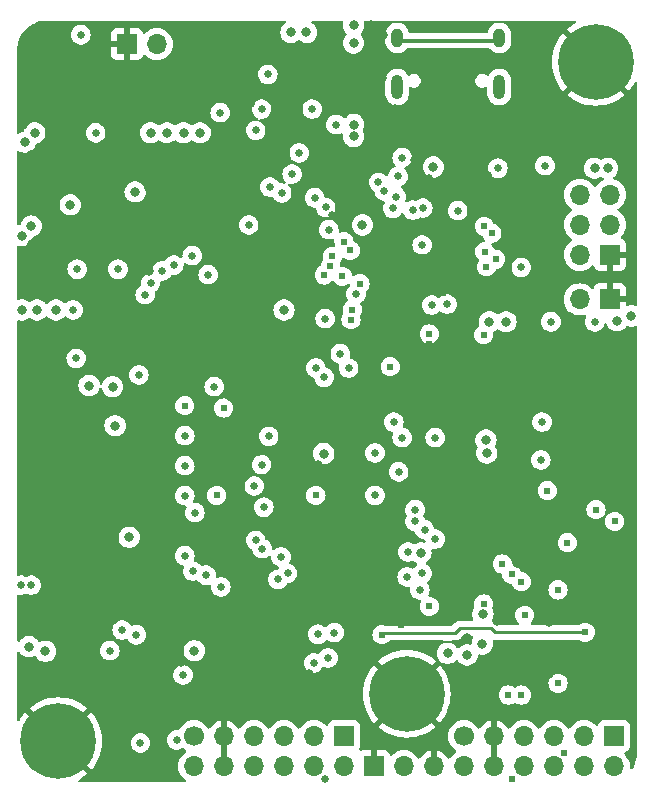
<source format=gbr>
%TF.GenerationSoftware,KiCad,Pcbnew,8.0.8-8.0.8-0~ubuntu24.04.1*%
%TF.CreationDate,2025-02-21T17:42:53-05:00*%
%TF.ProjectId,ChipigniteExplain,43686970-6967-46e6-9974-654578706c61,1.1*%
%TF.SameCoordinates,Original*%
%TF.FileFunction,Copper,L2,Inr*%
%TF.FilePolarity,Positive*%
%FSLAX46Y46*%
G04 Gerber Fmt 4.6, Leading zero omitted, Abs format (unit mm)*
G04 Created by KiCad (PCBNEW 8.0.8-8.0.8-0~ubuntu24.04.1) date 2025-02-21 17:42:53*
%MOMM*%
%LPD*%
G01*
G04 APERTURE LIST*
%TA.AperFunction,ComponentPad*%
%ADD10C,0.820000*%
%TD*%
%TA.AperFunction,ComponentPad*%
%ADD11C,6.400000*%
%TD*%
%TA.AperFunction,ComponentPad*%
%ADD12C,0.620000*%
%TD*%
%TA.AperFunction,ComponentPad*%
%ADD13R,1.700000X1.700000*%
%TD*%
%TA.AperFunction,ComponentPad*%
%ADD14O,1.700000X1.700000*%
%TD*%
%TA.AperFunction,ComponentPad*%
%ADD15O,1.000000X2.100000*%
%TD*%
%TA.AperFunction,ComponentPad*%
%ADD16O,1.000000X1.600000*%
%TD*%
%TA.AperFunction,ComponentPad*%
%ADD17C,1.700000*%
%TD*%
%TA.AperFunction,ViaPad*%
%ADD18C,0.800000*%
%TD*%
%TA.AperFunction,ViaPad*%
%ADD19C,0.650000*%
%TD*%
%TA.AperFunction,ViaPad*%
%ADD20C,0.620000*%
%TD*%
%TA.AperFunction,Conductor*%
%ADD21C,0.300000*%
%TD*%
%TA.AperFunction,Conductor*%
%ADD22C,0.200000*%
%TD*%
%TA.AperFunction,Conductor*%
%ADD23C,0.250000*%
%TD*%
G04 APERTURE END LIST*
D10*
%TO.N,GND*%
%TO.C,STCHG18*%
X102600000Y-79600000D03*
%TD*%
%TO.N,GND*%
%TO.C,STCHG1*%
X94800000Y-23600000D03*
%TD*%
%TO.N,GND*%
%TO.C,STCHG7*%
X54150000Y-73490000D03*
%TD*%
%TO.N,GND*%
%TO.C,STCHG8*%
X84400000Y-34800000D03*
%TD*%
%TO.N,GND*%
%TO.C,STCHG8*%
X64650000Y-52150000D03*
%TD*%
%TO.N,GND*%
%TO.C,STCHG19*%
X63600000Y-87000000D03*
%TD*%
%TO.N,GND*%
%TO.C,STCHG11*%
X102600000Y-58600000D03*
%TD*%
%TO.N,GND*%
%TO.C,STCHG13*%
X102600000Y-64600000D03*
%TD*%
%TO.N,GND*%
%TO.C,STCHG8*%
X64650000Y-48450000D03*
%TD*%
D11*
%TO.N,GND*%
%TO.C,H3*%
X99700000Y-26500000D03*
%TD*%
D10*
%TO.N,GND*%
%TO.C,STCHG1*%
X52000000Y-41900000D03*
%TD*%
%TO.N,GND*%
%TO.C,STCHG1*%
X88800000Y-75300000D03*
%TD*%
%TO.N,GND*%
%TO.C,STCHG8*%
X58850000Y-67500000D03*
%TD*%
D12*
%TO.N,GND*%
%TO.C,HSTITCH1*%
X85200000Y-44500000D03*
%TD*%
D10*
%TO.N,GND*%
%TO.C,STCHG14*%
X102600000Y-67600000D03*
%TD*%
%TO.N,GND*%
%TO.C,STCHG1*%
X51200000Y-77200000D03*
%TD*%
%TO.N,GND*%
%TO.C,STCHG8*%
X67550000Y-52150000D03*
%TD*%
%TO.N,GND*%
%TO.C,STCHG1*%
X57200000Y-27600000D03*
%TD*%
%TO.N,GND*%
%TO.C,STCHG1*%
X55000000Y-23500000D03*
%TD*%
%TO.N,GND*%
%TO.C,STCHG8*%
X61900000Y-37150000D03*
%TD*%
D12*
%TO.N,GND*%
%TO.C,HSTITCH1*%
X77100000Y-66200000D03*
%TD*%
D10*
%TO.N,GND*%
%TO.C,STCHG2*%
X54150000Y-60790000D03*
%TD*%
%TO.N,GND*%
%TO.C,STCHG8*%
X77100000Y-33600000D03*
%TD*%
%TO.N,GND*%
%TO.C,STCHG8*%
X93800000Y-40800000D03*
%TD*%
%TO.N,GND*%
%TO.C,STCHG8*%
X95150000Y-42550000D03*
%TD*%
%TO.N,GND*%
%TO.C,STCHG3*%
X54150000Y-63330000D03*
%TD*%
%TO.N,GND*%
%TO.C,STCHG8*%
X98650000Y-67750000D03*
%TD*%
%TO.N,GND*%
%TO.C,STCHG1*%
X72900000Y-81000000D03*
%TD*%
D11*
%TO.N,GND*%
%TO.C,H1*%
X54200000Y-84000000D03*
%TD*%
D10*
%TO.N,GND*%
%TO.C,STCHG9*%
X102600000Y-52600000D03*
%TD*%
%TO.N,GND*%
%TO.C,STCHG8*%
X76400000Y-58250000D03*
%TD*%
D12*
%TO.N,GND*%
%TO.C,HSTITCH1*%
X86800000Y-42900000D03*
%TD*%
%TO.N,GND*%
%TO.C,HSTITCH1*%
X78550000Y-67650000D03*
%TD*%
D10*
%TO.N,GND*%
%TO.C,STCHG1*%
X90200000Y-23600000D03*
%TD*%
%TO.N,GND*%
%TO.C,STCHG1*%
X87100000Y-23600000D03*
%TD*%
%TO.N,GND*%
%TO.C,STCHG8*%
X58850000Y-52600000D03*
%TD*%
%TO.N,GND*%
%TO.C,STCHG9*%
X80200000Y-50400000D03*
%TD*%
%TO.N,GND*%
%TO.C,STCHG8*%
X71150000Y-59400000D03*
%TD*%
%TO.N,GND*%
%TO.C,STCHG1*%
X52000000Y-52300000D03*
%TD*%
%TO.N,GND*%
%TO.C,STCHG1*%
X85600000Y-26500000D03*
%TD*%
D12*
%TO.N,GND*%
%TO.C,HSTITCH1*%
X86800000Y-46100000D03*
%TD*%
D10*
%TO.N,GND*%
%TO.C,STCHG16*%
X102600000Y-73600000D03*
%TD*%
%TO.N,GND*%
%TO.C,STCHG11*%
X94100000Y-55900000D03*
%TD*%
%TO.N,GND*%
%TO.C,STCHG8*%
X75500000Y-46000000D03*
%TD*%
D13*
%TO.N,GND*%
%TO.C,J10*%
X100875000Y-46600000D03*
D14*
%TO.N,/RP2040/RUN*%
X98335000Y-46600000D03*
%TD*%
D10*
%TO.N,GND*%
%TO.C,STCHG1*%
X62200000Y-27600000D03*
%TD*%
%TO.N,GND*%
%TO.C,STCHG15*%
X102600000Y-70600000D03*
%TD*%
%TO.N,GND*%
%TO.C,STCHG1*%
X51200000Y-26700000D03*
%TD*%
%TO.N,GND*%
%TO.C,STCHG12*%
X102600000Y-61600000D03*
%TD*%
%TO.N,GND*%
%TO.C,STCHG8*%
X72350000Y-34300000D03*
%TD*%
%TO.N,GND*%
%TO.C,STCHG8*%
X58850000Y-73750000D03*
%TD*%
D11*
%TO.N,GND*%
%TO.C,H2*%
X83700000Y-80000000D03*
%TD*%
D10*
%TO.N,GND*%
%TO.C,STCHG4*%
X54150000Y-65870000D03*
%TD*%
%TO.N,GND*%
%TO.C,STCHG9*%
X87900000Y-57800000D03*
%TD*%
%TO.N,GND*%
%TO.C,STCHG17*%
X102600000Y-76600000D03*
%TD*%
%TO.N,GND*%
%TO.C,STCHG9*%
X98400000Y-49500000D03*
%TD*%
%TO.N,GND*%
%TO.C,STCHG8*%
X61850000Y-44200000D03*
%TD*%
%TO.N,GND*%
%TO.C,STCHG1*%
X91400000Y-49800000D03*
%TD*%
%TO.N,GND*%
%TO.C,STCHG8*%
X71150000Y-37850000D03*
%TD*%
%TO.N,GND*%
%TO.C,STCHG1*%
X52000000Y-46300000D03*
%TD*%
%TO.N,GND*%
%TO.C,STCHG11*%
X96450000Y-55900000D03*
%TD*%
D15*
%TO.N,Net-(J4-SHIELD)*%
%TO.C,J4*%
X91520000Y-28630000D03*
D16*
X91520000Y-24450000D03*
D15*
X82880000Y-28630000D03*
D16*
X82880000Y-24450000D03*
%TD*%
D10*
%TO.N,GND*%
%TO.C,STCHG1*%
X63900000Y-33600000D03*
%TD*%
%TO.N,GND*%
%TO.C,STCHG1*%
X100100000Y-34400000D03*
%TD*%
%TO.N,GND*%
%TO.C,STCHG19*%
X58000000Y-87000000D03*
%TD*%
%TO.N,GND*%
%TO.C,STCHG1*%
X52000000Y-48800000D03*
%TD*%
%TO.N,GND*%
%TO.C,STCHG1*%
X102600000Y-49600000D03*
%TD*%
D13*
%TO.N,/PMOD21*%
%TO.C,J5*%
X101235000Y-83575000D03*
D14*
%TO.N,/PMOD22*%
X98695000Y-83575000D03*
%TO.N,/PMOD23*%
X96155000Y-83575000D03*
%TO.N,/PMOD24*%
X93615000Y-83575000D03*
%TO.N,GND*%
X91075000Y-83575000D03*
D17*
%TO.N,+3V3*%
X88535000Y-83575000D03*
D14*
%TO.N,/PMOD25*%
X101235000Y-86115000D03*
%TO.N,/PMOD26*%
X98695000Y-86115000D03*
%TO.N,/PMOD27*%
X96155000Y-86115000D03*
%TO.N,/PMOD28*%
X93615000Y-86115000D03*
%TO.N,GND*%
X91075000Y-86115000D03*
%TO.N,+3V3*%
X88535000Y-86115000D03*
%TD*%
D12*
%TO.N,GND*%
%TO.C,HSTITCH1*%
X79900000Y-69000000D03*
%TD*%
D10*
%TO.N,GND*%
%TO.C,STCHG1*%
X66800000Y-75400000D03*
%TD*%
D13*
%TO.N,GND*%
%TO.C,J3*%
X80915000Y-86115000D03*
D14*
%TO.N,+3V3*%
X83455000Y-86115000D03*
%TO.N,GND*%
X85995000Y-86115000D03*
%TD*%
D10*
%TO.N,GND*%
%TO.C,STCHG1*%
X88800000Y-26500000D03*
%TD*%
%TO.N,GND*%
%TO.C,STCHG1*%
X54150000Y-58250000D03*
%TD*%
%TO.N,GND*%
%TO.C,STCHG8*%
X98650000Y-73550000D03*
%TD*%
%TO.N,GND*%
%TO.C,STCHG1*%
X71800000Y-75400000D03*
%TD*%
D13*
%TO.N,GND*%
%TO.C,J1*%
X60000000Y-25000000D03*
D14*
%TO.N,+5V*%
X62540000Y-25000000D03*
%TD*%
D10*
%TO.N,GND*%
%TO.C,STCHG9*%
X84000000Y-62800000D03*
%TD*%
%TO.N,GND*%
%TO.C,STCHG1*%
X74600000Y-25100000D03*
%TD*%
%TO.N,GND*%
%TO.C,STCHG8*%
X58850000Y-59350000D03*
%TD*%
%TO.N,GND*%
%TO.C,STCHG8*%
X54150000Y-55710000D03*
%TD*%
D12*
%TO.N,GND*%
%TO.C,HSTITCH1*%
X83600000Y-46100000D03*
%TD*%
%TO.N,GND*%
%TO.C,HSTITCH1*%
X77100000Y-69000000D03*
%TD*%
D13*
%TO.N,GND*%
%TO.C,J7*%
X100900000Y-42825000D03*
D14*
%TO.N,+3V3*%
X98360000Y-42825000D03*
%TO.N,/RP_AD0*%
X100900000Y-40285000D03*
%TO.N,/RP_AD1*%
X98360000Y-40285000D03*
%TO.N,/RP_AD2*%
X100900000Y-37745000D03*
%TO.N,/RP_AD3*%
X98360000Y-37745000D03*
%TD*%
D10*
%TO.N,GND*%
%TO.C,STCHG9*%
X87900000Y-62800000D03*
%TD*%
%TO.N,GND*%
%TO.C,STCHG8*%
X68800000Y-54900000D03*
%TD*%
%TO.N,GND*%
%TO.C,STCHG1*%
X65500000Y-31400000D03*
%TD*%
%TO.N,GND*%
%TO.C,STCHG8*%
X64400000Y-42150000D03*
%TD*%
D12*
%TO.N,GND*%
%TO.C,HSTITCH1*%
X79900000Y-66200000D03*
%TD*%
D13*
%TO.N,/PMOD11*%
%TO.C,J6*%
X78375000Y-83575000D03*
D14*
%TO.N,/PMOD12*%
X75835000Y-83575000D03*
%TO.N,/PMOD13*%
X73295000Y-83575000D03*
%TO.N,/PMOD14*%
X70755000Y-83575000D03*
%TO.N,GND*%
X68215000Y-83575000D03*
D17*
%TO.N,+3V3*%
X65675000Y-83575000D03*
D14*
%TO.N,/PMOD15*%
X78375000Y-86115000D03*
%TO.N,/PMOD16*%
X75835000Y-86115000D03*
%TO.N,/PMOD17*%
X73295000Y-86115000D03*
%TO.N,/PMOD18*%
X70755000Y-86115000D03*
%TO.N,GND*%
X68215000Y-86115000D03*
%TO.N,+3V3*%
X65675000Y-86115000D03*
%TD*%
D10*
%TO.N,GND*%
%TO.C,STCHG1*%
X75400000Y-78300000D03*
%TD*%
%TO.N,GND*%
%TO.C,STCHG1*%
X84200000Y-23600000D03*
%TD*%
D12*
%TO.N,GND*%
%TO.C,HSTITCH1*%
X77500000Y-49700000D03*
%TD*%
D10*
%TO.N,GND*%
%TO.C,STCHG8*%
X51900000Y-34400000D03*
%TD*%
%TO.N,GND*%
%TO.C,STCHG5*%
X54150000Y-68410000D03*
%TD*%
%TO.N,GND*%
%TO.C,STCHG1*%
X64600000Y-77300000D03*
%TD*%
%TO.N,GND*%
%TO.C,STCHG18*%
X102600000Y-85200000D03*
%TD*%
%TO.N,GND*%
%TO.C,STCHG8*%
X76400000Y-54750000D03*
%TD*%
%TO.N,GND*%
%TO.C,STCHG9*%
X75000000Y-50600000D03*
%TD*%
%TO.N,GND*%
%TO.C,STCHG8*%
X93050000Y-68900000D03*
%TD*%
%TO.N,GND*%
%TO.C,STCHG8*%
X63100000Y-62000000D03*
%TD*%
D12*
%TO.N,GND*%
%TO.C,HSTITCH1*%
X83600000Y-42900000D03*
%TD*%
D10*
%TO.N,GND*%
%TO.C,STCHG1*%
X91300000Y-73800000D03*
%TD*%
%TO.N,GND*%
%TO.C,STCHG1*%
X51200000Y-31800000D03*
%TD*%
D18*
%TO.N,GND*%
X88800000Y-64800000D03*
D19*
X77400000Y-39500000D03*
D18*
X91800000Y-30900000D03*
D19*
X67250000Y-73400000D03*
D18*
X83849945Y-30749945D03*
X95700000Y-64850000D03*
D19*
X69050000Y-49900000D03*
D18*
X57500000Y-41400000D03*
X52200000Y-55850000D03*
D19*
X85600000Y-36300000D03*
D20*
X85600000Y-73800000D03*
D19*
X91150000Y-77150000D03*
D18*
X90500000Y-30900000D03*
X81700000Y-24200000D03*
D19*
X69433290Y-71486441D03*
X88200000Y-36100000D03*
D18*
X80800000Y-31800000D03*
D19*
X98650000Y-55100000D03*
X70200000Y-33700000D03*
X96500000Y-59650000D03*
X87600000Y-53800000D03*
D18*
X80800000Y-32800000D03*
X72900000Y-29100000D03*
D19*
X94000000Y-46200000D03*
X53000000Y-26750000D03*
D18*
X82700000Y-30500000D03*
D19*
X70650000Y-73150000D03*
X88800000Y-55800000D03*
X77199847Y-46774847D03*
X69850000Y-79050000D03*
D18*
X94800000Y-27600000D03*
X93400000Y-27600000D03*
D19*
X80900000Y-53200000D03*
D18*
X76200000Y-60600000D03*
D19*
X91350000Y-46300000D03*
D18*
X95700000Y-73900000D03*
X67200000Y-24800000D03*
D20*
X85600000Y-50400000D03*
D19*
X89400000Y-33650000D03*
X67400000Y-67500000D03*
D18*
X74000000Y-60400000D03*
X74500000Y-29100000D03*
D19*
X92550000Y-33100000D03*
X91700000Y-59650000D03*
X70844999Y-65900432D03*
X90600000Y-36100000D03*
X85902240Y-54122396D03*
X89500000Y-36900000D03*
X69450000Y-45850000D03*
D18*
X81600000Y-27900000D03*
D19*
X94000000Y-34400000D03*
X97050000Y-53100000D03*
X90650000Y-34100000D03*
D18*
X95700000Y-78300000D03*
D19*
X92200000Y-53050000D03*
X79100000Y-39500000D03*
X70377786Y-71525000D03*
D18*
X68600000Y-24900000D03*
X74500000Y-27800000D03*
X75200000Y-59400000D03*
X94800000Y-25800000D03*
X52200000Y-73650000D03*
D19*
X70500000Y-30100000D03*
D18*
X81900000Y-31000000D03*
D19*
X84750000Y-33650000D03*
D18*
X80700000Y-23400000D03*
D20*
X88000000Y-50400000D03*
D19*
X88500000Y-34400000D03*
D18*
X95700000Y-67400000D03*
D20*
X83200000Y-74200000D03*
D19*
X83900000Y-55700000D03*
%TO.N,+3V3*%
X55450000Y-47500000D03*
D20*
X90200000Y-72400000D03*
D19*
X79400000Y-46140000D03*
D18*
X90085674Y-75775000D03*
D19*
X67950000Y-70950000D03*
D18*
X51900000Y-40400000D03*
X100700000Y-35500000D03*
D20*
X90200000Y-49600000D03*
D19*
X58550000Y-76350000D03*
D18*
X90475000Y-59600000D03*
D19*
X99600000Y-48500000D03*
X70300000Y-40300000D03*
D18*
X73300000Y-47500000D03*
X76669575Y-59660849D03*
X92100000Y-48500000D03*
X62000000Y-32500000D03*
D19*
X77700000Y-31800000D03*
D18*
X87145975Y-76566273D03*
X88804266Y-76710000D03*
X66200000Y-32500000D03*
X51700000Y-76000000D03*
X53100000Y-76400000D03*
D19*
X51025000Y-70800000D03*
D18*
X90700000Y-48500000D03*
D19*
X81000000Y-59600000D03*
D18*
X52200000Y-32500000D03*
D19*
X77100000Y-40700000D03*
D18*
X79945000Y-40300000D03*
D20*
X85600000Y-72600000D03*
D18*
X64800000Y-32500000D03*
D19*
X67900000Y-30800000D03*
D18*
X101500000Y-48400000D03*
D19*
X91400000Y-35500000D03*
D18*
X65700000Y-76350000D03*
X90400000Y-58500000D03*
X51100000Y-41200000D03*
X54000004Y-47500000D03*
X51100000Y-47500000D03*
D19*
X95400000Y-35275000D03*
D18*
X51400000Y-33300000D03*
D19*
X75700000Y-30500000D03*
D18*
X102700000Y-48000000D03*
X52400000Y-47500000D03*
X90134591Y-73225000D03*
X99600000Y-35500000D03*
D20*
X85600000Y-49529997D03*
D19*
X51900000Y-70800000D03*
X71925000Y-27550000D03*
X72800000Y-70300000D03*
X71400000Y-30500000D03*
X95900000Y-48500000D03*
D18*
X85942346Y-35387077D03*
D19*
X57350000Y-32500000D03*
X55700000Y-51600000D03*
D18*
X63400000Y-32500000D03*
D19*
%TO.N,/RP2040/DVDD*%
X85800971Y-47092444D03*
X85000000Y-42000000D03*
X88000000Y-39100000D03*
X85045000Y-38867455D03*
D18*
%TO.N,+1V2*%
X55200000Y-38600000D03*
X60700000Y-37500000D03*
X84886281Y-68075000D03*
X60200000Y-66749994D03*
D19*
X70900000Y-67014646D03*
D18*
%TO.N,+5V*%
X79200000Y-32800000D03*
X75200000Y-24000000D03*
X79200000Y-31800000D03*
X73900000Y-24000000D03*
X79200000Y-23400000D03*
D19*
X56100000Y-24200000D03*
D18*
X79200000Y-24900000D03*
%TO.N,/FPGA_~{RST}*%
X59000000Y-57300000D03*
D19*
X86100000Y-66900000D03*
D18*
X58800000Y-54000000D03*
D19*
X83300000Y-58300000D03*
X86100000Y-58300000D03*
D18*
X56800000Y-53900000D03*
D19*
%TO.N,/FPGA_UP5k/USR_SW1*%
X82600000Y-57000000D03*
X95150000Y-57000000D03*
%TO.N,/FPGA_UP5k/USR_SW2*%
X95050000Y-60200000D03*
X83000000Y-61200000D03*
%TO.N,/RP2040/RUN*%
X87100000Y-47000000D03*
%TO.N,/RP2040/QSPI_CLK*%
X74600000Y-34200000D03*
X83300000Y-34600000D03*
%TO.N,/RP_BOOTMODE*%
X72100000Y-37100000D03*
X81300000Y-36700000D03*
%TO.N,/RP2040/QSPI_SD0*%
X75900000Y-37999992D03*
X82800000Y-37900000D03*
%TO.N,/RP2040/QSPI_SD1*%
X81800000Y-37426870D03*
X73100000Y-37600000D03*
X70900000Y-32300000D03*
D20*
%TO.N,/RP_AD3*%
X90250583Y-40410838D03*
%TO.N,/RP_AD1*%
X90301117Y-42557304D03*
%TO.N,/RP_AD2*%
X90900695Y-40988988D03*
%TO.N,/RP_AD0*%
X91227082Y-43197304D03*
D19*
%TO.N,/FPGA_UP5k/RGB_R*%
X77575000Y-74818138D03*
X59600000Y-74600000D03*
%TO.N,/FPGA_UP5k/RGB_G*%
X60800000Y-75000000D03*
X76175000Y-74955352D03*
%TO.N,/RP2040/QSPI_SD2*%
X82500000Y-38900000D03*
X76819970Y-38811836D03*
%TO.N,/RP2040/QSPI_SD3*%
X82952395Y-36200000D03*
X74000000Y-36000000D03*
X84212395Y-39038552D03*
%TO.N,/FPGA_UP5k/RGB_B*%
X75800002Y-77400000D03*
X61150000Y-84150000D03*
X64200000Y-83900000D03*
X64750000Y-78400000D03*
%TO.N,Net-(R28-Pad2)*%
X59250000Y-44050000D03*
X55800000Y-44050000D03*
%TO.N,/RP_LED*%
X93400000Y-43900000D03*
D20*
X90442627Y-43837304D03*
D19*
%TO.N,/URT1TX*%
X78075000Y-51200000D03*
D20*
X79081503Y-47462589D03*
%TO.N,/URT1RX*%
X78978374Y-48314348D03*
D19*
X78775000Y-52425000D03*
%TO.N,/FPGA_MISO*%
X81000000Y-63200000D03*
D20*
X82300000Y-52300000D03*
%TO.N,/INDIP0*%
X67600000Y-63200000D03*
X68200000Y-55800000D03*
X78372332Y-41715000D03*
X76000000Y-63200000D03*
D19*
X65533607Y-42908302D03*
D20*
X64900000Y-55610000D03*
D19*
%TO.N,/INDIP3*%
X66879395Y-44504517D03*
D20*
X77227683Y-43816559D03*
D19*
X64900000Y-63230000D03*
X70800000Y-62400000D03*
%TO.N,/INDIP5*%
X61550000Y-46200000D03*
D20*
X78234734Y-44640657D03*
D19*
X71457552Y-67714646D03*
X64900000Y-68310000D03*
%TO.N,/INDIP7*%
X66711557Y-69956948D03*
X76781717Y-48225000D03*
X67400000Y-54000000D03*
X76700000Y-53200000D03*
D20*
X79728826Y-45266076D03*
D19*
X73600000Y-69800000D03*
D20*
%TO.N,/INDIP2*%
X77399897Y-42963771D03*
D19*
X63000000Y-44200000D03*
X71400000Y-60600000D03*
X64900000Y-60690000D03*
%TO.N,/INDIP6*%
X73053502Y-68414646D03*
X61000000Y-53000000D03*
X76000000Y-52400000D03*
X65600000Y-69610002D03*
%TO.N,/INDIP1*%
X72000000Y-58200000D03*
D20*
X78900000Y-42460000D03*
D19*
X64900000Y-58150000D03*
X63973994Y-43699300D03*
%TO.N,/INDIP4*%
X71600000Y-64200000D03*
D20*
X76729400Y-44529734D03*
D19*
X62000000Y-45200000D03*
X65750000Y-64650000D03*
%TO.N,/PMOD17*%
X76800000Y-87175000D03*
X77050005Y-76960045D03*
D20*
%TO.N,/PMOD21*%
X101300000Y-65400000D03*
D19*
X84400000Y-65400000D03*
%TO.N,/PMOD22*%
X84400000Y-64400000D03*
D20*
X99710002Y-64400000D03*
%TO.N,/PMOD25*%
X92600000Y-87190000D03*
D19*
X85000000Y-69800000D03*
D20*
X92587313Y-69866017D03*
X92300000Y-80100000D03*
D19*
%TO.N,/PMOD23*%
X84800000Y-71200000D03*
D20*
X96500000Y-79100000D03*
X96500000Y-71200000D03*
%TO.N,/PMOD28*%
X97041552Y-85010290D03*
X81600000Y-75000000D03*
X98800000Y-74789998D03*
D19*
%TO.N,/PMOD24*%
X83728114Y-70101767D03*
D20*
X93396394Y-70515000D03*
X93400000Y-80100000D03*
D19*
%TO.N,/PMOD27*%
X83783443Y-68000000D03*
D20*
X91800000Y-69000000D03*
X93685000Y-73352869D03*
D19*
%TO.N,/PMOD26*%
X85200000Y-66100000D03*
D20*
X97300000Y-67210002D03*
X95600000Y-62800000D03*
%TD*%
D21*
%TO.N,GND*%
X83600000Y-42900000D02*
X86800000Y-42900000D01*
X83600000Y-46100000D02*
X86800000Y-46100000D01*
D22*
X86050000Y-75600000D02*
X85650000Y-76000000D01*
X90200000Y-23600000D02*
X90700000Y-23100000D01*
X83700000Y-23100000D02*
X84200000Y-23600000D01*
X88800000Y-75300000D02*
X88500000Y-75600000D01*
X85650000Y-76000000D02*
X85050000Y-76000000D01*
X81000000Y-23100000D02*
X83700000Y-23100000D01*
X88500000Y-75600000D02*
X86050000Y-75600000D01*
X80700000Y-23400000D02*
X81000000Y-23100000D01*
X94300000Y-23100000D02*
X94800000Y-23600000D01*
X90700000Y-23100000D02*
X94300000Y-23100000D01*
D21*
%TO.N,Net-(J4-SHIELD)*%
X82880000Y-24450000D02*
X83130000Y-24700000D01*
X83130000Y-24700000D02*
X91270000Y-24700000D01*
X91270000Y-24700000D02*
X91520000Y-24450000D01*
D23*
%TO.N,/PMOD28*%
X88165276Y-74465000D02*
X90865000Y-74465000D01*
X91189998Y-74789998D02*
X98800000Y-74789998D01*
X81750000Y-74850000D02*
X87780276Y-74850000D01*
X81600000Y-75000000D02*
X81750000Y-74850000D01*
X90865000Y-74465000D02*
X91189998Y-74789998D01*
X87780276Y-74850000D02*
X88165276Y-74465000D01*
%TD*%
%TA.AperFunction,Conductor*%
%TO.N,GND*%
G36*
X89293327Y-75110185D02*
G01*
X89339082Y-75162989D01*
X89349026Y-75232147D01*
X89333675Y-75276500D01*
X89258495Y-75406715D01*
X89258492Y-75406722D01*
X89200509Y-75585177D01*
X89200000Y-75586744D01*
X89190809Y-75674194D01*
X89184915Y-75730270D01*
X89158330Y-75794885D01*
X89101033Y-75834869D01*
X89035814Y-75838599D01*
X89012945Y-75833738D01*
X88898912Y-75809500D01*
X88709620Y-75809500D01*
X88699063Y-75811744D01*
X88524463Y-75848855D01*
X88524458Y-75848857D01*
X88351536Y-75925848D01*
X88351531Y-75925851D01*
X88198395Y-76037111D01*
X88198394Y-76037112D01*
X88118761Y-76125553D01*
X88059274Y-76162201D01*
X87989417Y-76160870D01*
X87931369Y-76121983D01*
X87919225Y-76104580D01*
X87898369Y-76068457D01*
X87878508Y-76034057D01*
X87751846Y-75893385D01*
X87751845Y-75893384D01*
X87598709Y-75782124D01*
X87598704Y-75782121D01*
X87442961Y-75712779D01*
X87389724Y-75667529D01*
X87369403Y-75600680D01*
X87388449Y-75533456D01*
X87440815Y-75487201D01*
X87493397Y-75475500D01*
X87841883Y-75475500D01*
X87902305Y-75463481D01*
X87962728Y-75451463D01*
X88003608Y-75434530D01*
X88076562Y-75404312D01*
X88127785Y-75370084D01*
X88179009Y-75335858D01*
X88266134Y-75248733D01*
X88266135Y-75248731D01*
X88273201Y-75241665D01*
X88273205Y-75241660D01*
X88388049Y-75126818D01*
X88449372Y-75093334D01*
X88475729Y-75090500D01*
X89226288Y-75090500D01*
X89293327Y-75110185D01*
G37*
%TD.AperFunction*%
%TA.AperFunction,Conductor*%
G36*
X73429078Y-23020185D02*
G01*
X73474833Y-23072989D01*
X73484777Y-23142147D01*
X73455752Y-23205703D01*
X73434924Y-23224818D01*
X73294129Y-23327111D01*
X73167466Y-23467785D01*
X73072821Y-23631715D01*
X73072818Y-23631722D01*
X73042154Y-23726098D01*
X73014326Y-23811744D01*
X72994540Y-24000000D01*
X73014326Y-24188256D01*
X73014327Y-24188259D01*
X73072818Y-24368277D01*
X73072821Y-24368284D01*
X73167467Y-24532216D01*
X73249999Y-24623877D01*
X73294129Y-24672888D01*
X73447265Y-24784148D01*
X73447270Y-24784151D01*
X73620192Y-24861142D01*
X73620197Y-24861144D01*
X73805354Y-24900500D01*
X73805355Y-24900500D01*
X73994644Y-24900500D01*
X73994646Y-24900500D01*
X74179803Y-24861144D01*
X74352730Y-24784151D01*
X74477116Y-24693778D01*
X74542921Y-24670300D01*
X74610975Y-24686125D01*
X74622872Y-24693771D01*
X74720355Y-24764596D01*
X74747270Y-24784151D01*
X74920192Y-24861142D01*
X74920197Y-24861144D01*
X75105354Y-24900500D01*
X75105355Y-24900500D01*
X75294644Y-24900500D01*
X75294646Y-24900500D01*
X75479803Y-24861144D01*
X75652730Y-24784151D01*
X75805871Y-24672888D01*
X75932533Y-24532216D01*
X76027179Y-24368284D01*
X76085674Y-24188256D01*
X76105460Y-24000000D01*
X76085674Y-23811744D01*
X76027179Y-23631716D01*
X75932533Y-23467784D01*
X75805871Y-23327112D01*
X75755731Y-23290683D01*
X75665076Y-23224818D01*
X75622410Y-23169488D01*
X75616431Y-23099875D01*
X75649037Y-23038080D01*
X75709876Y-23003722D01*
X75737961Y-23000500D01*
X78212292Y-23000500D01*
X78279331Y-23020185D01*
X78325086Y-23072989D01*
X78335030Y-23142147D01*
X78330223Y-23162818D01*
X78319695Y-23195221D01*
X78314326Y-23211744D01*
X78294540Y-23400000D01*
X78314326Y-23588256D01*
X78314327Y-23588259D01*
X78372818Y-23768277D01*
X78372821Y-23768284D01*
X78467466Y-23932215D01*
X78588851Y-24067028D01*
X78619081Y-24130020D01*
X78610455Y-24199355D01*
X78588851Y-24232972D01*
X78467466Y-24367784D01*
X78372821Y-24531715D01*
X78372818Y-24531722D01*
X78320163Y-24693780D01*
X78314326Y-24711744D01*
X78294540Y-24900000D01*
X78314326Y-25088256D01*
X78314327Y-25088259D01*
X78372818Y-25268277D01*
X78372821Y-25268284D01*
X78467467Y-25432216D01*
X78594129Y-25572888D01*
X78747265Y-25684148D01*
X78747270Y-25684151D01*
X78920192Y-25761142D01*
X78920197Y-25761144D01*
X79105354Y-25800500D01*
X79105355Y-25800500D01*
X79294644Y-25800500D01*
X79294646Y-25800500D01*
X79479803Y-25761144D01*
X79652730Y-25684151D01*
X79805871Y-25572888D01*
X79932533Y-25432216D01*
X80027179Y-25268284D01*
X80085674Y-25088256D01*
X80105460Y-24900000D01*
X80085674Y-24711744D01*
X80028680Y-24536335D01*
X80027181Y-24531722D01*
X80027180Y-24531721D01*
X80027179Y-24531716D01*
X79932533Y-24367784D01*
X79811146Y-24232971D01*
X79780917Y-24169981D01*
X79789542Y-24100646D01*
X79811147Y-24067028D01*
X79813289Y-24064649D01*
X79932533Y-23932216D01*
X80027179Y-23768284D01*
X80085674Y-23588256D01*
X80105460Y-23400000D01*
X80085674Y-23211744D01*
X80069777Y-23162818D01*
X80067782Y-23092977D01*
X80103862Y-23033144D01*
X80166563Y-23002316D01*
X80187708Y-23000500D01*
X82417316Y-23000500D01*
X82484355Y-23020185D01*
X82530110Y-23072989D01*
X82540054Y-23142147D01*
X82511029Y-23205703D01*
X82464768Y-23239061D01*
X82406092Y-23263364D01*
X82406079Y-23263371D01*
X82242218Y-23372860D01*
X82242214Y-23372863D01*
X82102863Y-23512214D01*
X82102860Y-23512218D01*
X81993371Y-23676079D01*
X81993364Y-23676092D01*
X81917950Y-23858160D01*
X81917947Y-23858170D01*
X81879500Y-24051456D01*
X81879500Y-24051459D01*
X81879500Y-24848541D01*
X81879500Y-24848543D01*
X81879499Y-24848543D01*
X81917947Y-25041829D01*
X81917950Y-25041839D01*
X81993364Y-25223907D01*
X81993371Y-25223920D01*
X82102860Y-25387781D01*
X82102863Y-25387785D01*
X82242214Y-25527136D01*
X82242218Y-25527139D01*
X82406079Y-25636628D01*
X82406092Y-25636635D01*
X82588160Y-25712049D01*
X82588165Y-25712051D01*
X82588169Y-25712051D01*
X82588170Y-25712052D01*
X82781456Y-25750500D01*
X82781459Y-25750500D01*
X82978543Y-25750500D01*
X83108582Y-25724632D01*
X83171835Y-25712051D01*
X83353914Y-25636632D01*
X83517782Y-25527139D01*
X83587251Y-25457670D01*
X83658103Y-25386819D01*
X83719426Y-25353334D01*
X83745784Y-25350500D01*
X90654216Y-25350500D01*
X90721255Y-25370185D01*
X90741897Y-25386819D01*
X90882214Y-25527136D01*
X90882218Y-25527139D01*
X91046079Y-25636628D01*
X91046092Y-25636635D01*
X91228160Y-25712049D01*
X91228165Y-25712051D01*
X91228169Y-25712051D01*
X91228170Y-25712052D01*
X91421456Y-25750500D01*
X91421459Y-25750500D01*
X91618543Y-25750500D01*
X91748582Y-25724632D01*
X91811835Y-25712051D01*
X91993914Y-25636632D01*
X92157782Y-25527139D01*
X92297139Y-25387782D01*
X92406632Y-25223914D01*
X92420125Y-25191340D01*
X92444887Y-25131557D01*
X92482051Y-25041835D01*
X92494632Y-24978582D01*
X92520500Y-24848543D01*
X92520500Y-24051456D01*
X92482052Y-23858170D01*
X92482051Y-23858169D01*
X92482051Y-23858165D01*
X92468714Y-23825967D01*
X92406635Y-23676092D01*
X92406628Y-23676079D01*
X92297139Y-23512218D01*
X92297136Y-23512214D01*
X92157785Y-23372863D01*
X92157781Y-23372860D01*
X91993920Y-23263371D01*
X91993907Y-23263364D01*
X91935232Y-23239061D01*
X91880828Y-23195221D01*
X91858763Y-23128927D01*
X91876042Y-23061227D01*
X91927179Y-23013616D01*
X91982684Y-23000500D01*
X97901706Y-23000500D01*
X97968745Y-23020185D01*
X98014500Y-23072989D01*
X98024444Y-23142147D01*
X97995419Y-23205703D01*
X97958001Y-23234985D01*
X97847456Y-23291310D01*
X97522206Y-23502531D01*
X97264649Y-23711095D01*
X97264649Y-23711096D01*
X98759301Y-25205748D01*
X98657670Y-25279588D01*
X98479588Y-25457670D01*
X98405748Y-25559301D01*
X96911096Y-24064649D01*
X96911095Y-24064649D01*
X96702531Y-24322206D01*
X96491310Y-24647456D01*
X96315244Y-24993005D01*
X96176262Y-25355063D01*
X96075887Y-25729669D01*
X96075886Y-25729676D01*
X96015219Y-26112712D01*
X95994922Y-26499999D01*
X95994922Y-26500000D01*
X96015219Y-26887287D01*
X96075886Y-27270323D01*
X96075887Y-27270330D01*
X96176262Y-27644936D01*
X96315244Y-28006994D01*
X96491310Y-28352543D01*
X96702523Y-28677783D01*
X96702525Y-28677785D01*
X96911096Y-28935348D01*
X98405747Y-27440697D01*
X98479588Y-27542330D01*
X98657670Y-27720412D01*
X98759301Y-27794251D01*
X97264650Y-29288902D01*
X97522214Y-29497475D01*
X97522216Y-29497476D01*
X97847456Y-29708689D01*
X98193005Y-29884755D01*
X98555063Y-30023737D01*
X98929669Y-30124112D01*
X98929676Y-30124113D01*
X99312712Y-30184780D01*
X99699999Y-30205078D01*
X99700001Y-30205078D01*
X100087287Y-30184780D01*
X100470323Y-30124113D01*
X100470330Y-30124112D01*
X100844936Y-30023737D01*
X101206994Y-29884755D01*
X101552543Y-29708689D01*
X101877771Y-29497484D01*
X101877784Y-29497474D01*
X102135348Y-29288902D01*
X100640698Y-27794252D01*
X100742330Y-27720412D01*
X100920412Y-27542330D01*
X100994252Y-27440698D01*
X102488902Y-28935348D01*
X102697474Y-28677784D01*
X102697484Y-28677771D01*
X102908691Y-28352541D01*
X102908692Y-28352538D01*
X102965015Y-28241999D01*
X103012989Y-28191202D01*
X103080810Y-28174407D01*
X103146945Y-28196944D01*
X103190397Y-28251659D01*
X103199500Y-28298293D01*
X103199500Y-47045728D01*
X103179815Y-47112767D01*
X103127011Y-47158522D01*
X103057853Y-47168466D01*
X103025064Y-47159007D01*
X102979807Y-47138857D01*
X102979802Y-47138855D01*
X102834001Y-47107865D01*
X102794646Y-47099500D01*
X102605354Y-47099500D01*
X102572897Y-47106398D01*
X102420197Y-47138855D01*
X102420196Y-47138855D01*
X102399433Y-47148100D01*
X102330183Y-47157383D01*
X102266907Y-47127753D01*
X102229695Y-47068617D01*
X102225000Y-47034819D01*
X102225000Y-46850000D01*
X101308012Y-46850000D01*
X101340925Y-46792993D01*
X101375000Y-46665826D01*
X101375000Y-46534174D01*
X101340925Y-46407007D01*
X101308012Y-46350000D01*
X102225000Y-46350000D01*
X102225000Y-45702172D01*
X102224999Y-45702155D01*
X102218598Y-45642627D01*
X102218596Y-45642620D01*
X102168354Y-45507913D01*
X102168350Y-45507906D01*
X102082190Y-45392812D01*
X102082187Y-45392809D01*
X101967093Y-45306649D01*
X101967086Y-45306645D01*
X101832379Y-45256403D01*
X101832372Y-45256401D01*
X101772844Y-45250000D01*
X101125000Y-45250000D01*
X101125000Y-46166988D01*
X101067993Y-46134075D01*
X100940826Y-46100000D01*
X100809174Y-46100000D01*
X100682007Y-46134075D01*
X100625000Y-46166988D01*
X100625000Y-45250000D01*
X99977155Y-45250000D01*
X99917627Y-45256401D01*
X99917620Y-45256403D01*
X99782913Y-45306645D01*
X99782906Y-45306649D01*
X99667812Y-45392809D01*
X99667809Y-45392812D01*
X99581649Y-45507906D01*
X99581645Y-45507913D01*
X99532578Y-45639470D01*
X99490707Y-45695404D01*
X99425242Y-45719821D01*
X99356969Y-45704969D01*
X99328715Y-45683819D01*
X99284366Y-45639470D01*
X99206401Y-45561505D01*
X99206397Y-45561502D01*
X99206396Y-45561501D01*
X99012834Y-45425967D01*
X99012830Y-45425965D01*
X98941727Y-45392809D01*
X98798663Y-45326097D01*
X98798659Y-45326096D01*
X98798655Y-45326094D01*
X98570413Y-45264938D01*
X98570403Y-45264936D01*
X98335001Y-45244341D01*
X98334999Y-45244341D01*
X98099596Y-45264936D01*
X98099586Y-45264938D01*
X97871344Y-45326094D01*
X97871335Y-45326098D01*
X97657171Y-45425964D01*
X97657169Y-45425965D01*
X97463597Y-45561505D01*
X97296505Y-45728597D01*
X97160965Y-45922169D01*
X97160964Y-45922171D01*
X97061098Y-46136335D01*
X97061094Y-46136344D01*
X96999938Y-46364586D01*
X96999936Y-46364596D01*
X96979341Y-46599999D01*
X96979341Y-46600000D01*
X96999936Y-46835403D01*
X96999938Y-46835413D01*
X97061094Y-47063655D01*
X97061096Y-47063659D01*
X97061097Y-47063663D01*
X97105331Y-47158522D01*
X97160965Y-47277830D01*
X97160967Y-47277834D01*
X97195688Y-47327420D01*
X97296505Y-47471401D01*
X97463599Y-47638495D01*
X97534665Y-47688256D01*
X97657165Y-47774032D01*
X97657167Y-47774033D01*
X97657170Y-47774035D01*
X97871337Y-47873903D01*
X97871343Y-47873904D01*
X97871344Y-47873905D01*
X97926285Y-47888626D01*
X98099592Y-47935063D01*
X98287918Y-47951539D01*
X98334999Y-47955659D01*
X98335000Y-47955659D01*
X98335001Y-47955659D01*
X98374234Y-47952226D01*
X98570408Y-47935063D01*
X98757471Y-47884940D01*
X98827321Y-47886603D01*
X98885183Y-47925766D01*
X98912687Y-47989994D01*
X98901100Y-48058896D01*
X98896951Y-48066714D01*
X98841714Y-48162388D01*
X98841713Y-48162389D01*
X98792340Y-48314350D01*
X98788092Y-48327424D01*
X98769953Y-48500000D01*
X98788092Y-48672576D01*
X98788093Y-48672579D01*
X98841712Y-48837608D01*
X98928477Y-48987887D01*
X98928476Y-48987887D01*
X98952367Y-49014420D01*
X99044590Y-49116845D01*
X99137224Y-49184148D01*
X99184976Y-49218842D01*
X99343495Y-49289420D01*
X99343501Y-49289422D01*
X99513236Y-49325500D01*
X99513237Y-49325500D01*
X99686762Y-49325500D01*
X99686764Y-49325500D01*
X99856499Y-49289422D01*
X99856501Y-49289420D01*
X99856504Y-49289420D01*
X99920017Y-49261142D01*
X100015024Y-49218842D01*
X100155410Y-49116845D01*
X100271522Y-48987889D01*
X100358286Y-48837611D01*
X100408885Y-48681879D01*
X100448320Y-48624205D01*
X100512679Y-48597006D01*
X100581525Y-48608920D01*
X100633002Y-48656163D01*
X100644746Y-48681880D01*
X100672818Y-48768277D01*
X100672821Y-48768284D01*
X100767467Y-48932216D01*
X100841484Y-49014420D01*
X100894129Y-49072888D01*
X101047265Y-49184148D01*
X101047270Y-49184151D01*
X101220192Y-49261142D01*
X101220197Y-49261144D01*
X101405354Y-49300500D01*
X101405355Y-49300500D01*
X101594644Y-49300500D01*
X101594646Y-49300500D01*
X101779803Y-49261144D01*
X101952730Y-49184151D01*
X102105871Y-49072888D01*
X102232533Y-48932216D01*
X102247725Y-48905901D01*
X102298290Y-48857686D01*
X102366897Y-48844462D01*
X102405546Y-48854621D01*
X102420197Y-48861144D01*
X102605354Y-48900500D01*
X102605355Y-48900500D01*
X102794644Y-48900500D01*
X102794646Y-48900500D01*
X102979803Y-48861144D01*
X103025065Y-48840991D01*
X103094312Y-48831706D01*
X103157589Y-48861334D01*
X103194804Y-48920468D01*
X103199500Y-48954271D01*
X103199500Y-84996249D01*
X103199274Y-85003736D01*
X103181728Y-85293794D01*
X103179923Y-85308659D01*
X103128219Y-85590798D01*
X103124635Y-85605336D01*
X103039306Y-85879167D01*
X103033997Y-85893168D01*
X102916275Y-86154736D01*
X102909316Y-86167995D01*
X102807488Y-86336439D01*
X102755960Y-86383626D01*
X102687101Y-86395465D01*
X102622772Y-86368196D01*
X102583398Y-86310478D01*
X102577843Y-86261481D01*
X102590659Y-86115000D01*
X102590659Y-86114999D01*
X102573774Y-85922007D01*
X102570063Y-85879592D01*
X102508903Y-85651337D01*
X102409035Y-85437171D01*
X102403730Y-85429595D01*
X102273496Y-85243600D01*
X102215343Y-85185447D01*
X102151567Y-85121671D01*
X102118084Y-85060351D01*
X102123068Y-84990659D01*
X102164939Y-84934725D01*
X102195915Y-84917810D01*
X102327331Y-84868796D01*
X102442546Y-84782546D01*
X102528796Y-84667331D01*
X102579091Y-84532483D01*
X102585500Y-84472873D01*
X102585499Y-82677128D01*
X102579091Y-82617517D01*
X102577810Y-82614083D01*
X102528797Y-82482671D01*
X102528793Y-82482664D01*
X102442547Y-82367455D01*
X102442544Y-82367452D01*
X102327335Y-82281206D01*
X102327328Y-82281202D01*
X102192482Y-82230908D01*
X102192483Y-82230908D01*
X102132883Y-82224501D01*
X102132881Y-82224500D01*
X102132873Y-82224500D01*
X102132864Y-82224500D01*
X100337129Y-82224500D01*
X100337123Y-82224501D01*
X100277516Y-82230908D01*
X100142671Y-82281202D01*
X100142664Y-82281206D01*
X100027455Y-82367452D01*
X100027452Y-82367455D01*
X99941206Y-82482664D01*
X99941203Y-82482669D01*
X99892189Y-82614083D01*
X99850317Y-82670016D01*
X99784853Y-82694433D01*
X99716580Y-82679581D01*
X99688326Y-82658430D01*
X99566402Y-82536506D01*
X99566395Y-82536501D01*
X99372834Y-82400967D01*
X99372830Y-82400965D01*
X99370761Y-82400000D01*
X99158663Y-82301097D01*
X99158659Y-82301096D01*
X99158655Y-82301094D01*
X98930413Y-82239938D01*
X98930403Y-82239936D01*
X98695001Y-82219341D01*
X98694999Y-82219341D01*
X98459596Y-82239936D01*
X98459586Y-82239938D01*
X98231344Y-82301094D01*
X98231335Y-82301098D01*
X98017171Y-82400964D01*
X98017169Y-82400965D01*
X97823597Y-82536505D01*
X97656505Y-82703597D01*
X97526575Y-82889158D01*
X97471998Y-82932783D01*
X97402500Y-82939977D01*
X97340145Y-82908454D01*
X97323425Y-82889158D01*
X97193494Y-82703597D01*
X97026402Y-82536506D01*
X97026395Y-82536501D01*
X96832834Y-82400967D01*
X96832830Y-82400965D01*
X96830761Y-82400000D01*
X96618663Y-82301097D01*
X96618659Y-82301096D01*
X96618655Y-82301094D01*
X96390413Y-82239938D01*
X96390403Y-82239936D01*
X96155001Y-82219341D01*
X96154999Y-82219341D01*
X95919596Y-82239936D01*
X95919586Y-82239938D01*
X95691344Y-82301094D01*
X95691335Y-82301098D01*
X95477171Y-82400964D01*
X95477169Y-82400965D01*
X95283597Y-82536505D01*
X95116505Y-82703597D01*
X94986575Y-82889158D01*
X94931998Y-82932783D01*
X94862500Y-82939977D01*
X94800145Y-82908454D01*
X94783425Y-82889158D01*
X94653494Y-82703597D01*
X94486402Y-82536506D01*
X94486395Y-82536501D01*
X94292834Y-82400967D01*
X94292830Y-82400965D01*
X94290761Y-82400000D01*
X94078663Y-82301097D01*
X94078659Y-82301096D01*
X94078655Y-82301094D01*
X93850413Y-82239938D01*
X93850403Y-82239936D01*
X93615001Y-82219341D01*
X93614999Y-82219341D01*
X93379596Y-82239936D01*
X93379586Y-82239938D01*
X93151344Y-82301094D01*
X93151335Y-82301098D01*
X92937171Y-82400964D01*
X92937169Y-82400965D01*
X92743597Y-82536505D01*
X92576508Y-82703594D01*
X92446269Y-82889595D01*
X92391692Y-82933219D01*
X92322193Y-82940412D01*
X92259839Y-82908890D01*
X92243119Y-82889594D01*
X92113113Y-82703926D01*
X92113108Y-82703920D01*
X91946082Y-82536894D01*
X91752578Y-82401399D01*
X91538492Y-82301570D01*
X91538486Y-82301567D01*
X91325000Y-82244364D01*
X91325000Y-83141988D01*
X91267993Y-83109075D01*
X91140826Y-83075000D01*
X91009174Y-83075000D01*
X90882007Y-83109075D01*
X90825000Y-83141988D01*
X90825000Y-82244364D01*
X90824999Y-82244364D01*
X90611513Y-82301567D01*
X90611507Y-82301570D01*
X90397422Y-82401399D01*
X90397420Y-82401400D01*
X90203926Y-82536886D01*
X90203920Y-82536891D01*
X90036891Y-82703920D01*
X90036890Y-82703922D01*
X89906880Y-82889595D01*
X89852303Y-82933219D01*
X89782804Y-82940412D01*
X89720450Y-82908890D01*
X89703730Y-82889594D01*
X89573494Y-82703597D01*
X89406402Y-82536506D01*
X89406395Y-82536501D01*
X89212834Y-82400967D01*
X89212830Y-82400965D01*
X89210761Y-82400000D01*
X88998663Y-82301097D01*
X88998659Y-82301096D01*
X88998655Y-82301094D01*
X88770413Y-82239938D01*
X88770403Y-82239936D01*
X88535001Y-82219341D01*
X88534999Y-82219341D01*
X88299596Y-82239936D01*
X88299586Y-82239938D01*
X88071344Y-82301094D01*
X88071335Y-82301098D01*
X87857171Y-82400964D01*
X87857169Y-82400965D01*
X87663597Y-82536505D01*
X87496505Y-82703597D01*
X87360965Y-82897169D01*
X87360964Y-82897171D01*
X87278041Y-83075000D01*
X87261451Y-83110579D01*
X87261098Y-83111335D01*
X87261094Y-83111344D01*
X87199938Y-83339586D01*
X87199936Y-83339596D01*
X87179341Y-83574999D01*
X87179341Y-83575000D01*
X87199936Y-83810403D01*
X87199938Y-83810413D01*
X87261094Y-84038655D01*
X87261096Y-84038659D01*
X87261097Y-84038663D01*
X87340801Y-84209588D01*
X87360965Y-84252830D01*
X87360967Y-84252834D01*
X87444833Y-84372606D01*
X87496504Y-84446400D01*
X87496506Y-84446402D01*
X87663597Y-84613493D01*
X87663603Y-84613498D01*
X87849158Y-84743425D01*
X87892783Y-84798002D01*
X87899977Y-84867500D01*
X87868454Y-84929855D01*
X87849158Y-84946575D01*
X87663597Y-85076505D01*
X87496508Y-85243594D01*
X87366269Y-85429595D01*
X87311692Y-85473219D01*
X87242193Y-85480412D01*
X87179839Y-85448890D01*
X87163119Y-85429594D01*
X87033113Y-85243926D01*
X87033108Y-85243920D01*
X86866082Y-85076894D01*
X86672578Y-84941399D01*
X86458492Y-84841570D01*
X86458486Y-84841567D01*
X86245000Y-84784364D01*
X86245000Y-85681988D01*
X86187993Y-85649075D01*
X86060826Y-85615000D01*
X85929174Y-85615000D01*
X85802007Y-85649075D01*
X85745000Y-85681988D01*
X85745000Y-84784364D01*
X85744999Y-84784364D01*
X85531513Y-84841567D01*
X85531507Y-84841570D01*
X85317422Y-84941399D01*
X85317420Y-84941400D01*
X85123926Y-85076886D01*
X85123920Y-85076891D01*
X84956891Y-85243920D01*
X84956890Y-85243922D01*
X84826880Y-85429595D01*
X84772303Y-85473219D01*
X84702804Y-85480412D01*
X84640450Y-85448890D01*
X84623730Y-85429594D01*
X84493494Y-85243597D01*
X84326402Y-85076506D01*
X84326395Y-85076501D01*
X84132834Y-84940967D01*
X84132830Y-84940965D01*
X84109007Y-84929856D01*
X83918663Y-84841097D01*
X83918659Y-84841096D01*
X83918655Y-84841094D01*
X83690413Y-84779938D01*
X83690403Y-84779936D01*
X83455001Y-84759341D01*
X83454999Y-84759341D01*
X83219596Y-84779936D01*
X83219586Y-84779938D01*
X82991344Y-84841094D01*
X82991335Y-84841098D01*
X82777171Y-84940964D01*
X82777169Y-84940965D01*
X82583600Y-85076503D01*
X82461284Y-85198819D01*
X82399961Y-85232303D01*
X82330269Y-85227319D01*
X82274336Y-85185447D01*
X82257421Y-85154470D01*
X82208354Y-85022913D01*
X82208350Y-85022906D01*
X82122190Y-84907812D01*
X82122187Y-84907809D01*
X82007093Y-84821649D01*
X82007086Y-84821645D01*
X81872379Y-84771403D01*
X81872372Y-84771401D01*
X81812844Y-84765000D01*
X81165000Y-84765000D01*
X81165000Y-85681988D01*
X81107993Y-85649075D01*
X80980826Y-85615000D01*
X80849174Y-85615000D01*
X80722007Y-85649075D01*
X80665000Y-85681988D01*
X80665000Y-84765000D01*
X80017155Y-84765000D01*
X79957627Y-84771401D01*
X79957617Y-84771403D01*
X79831435Y-84818466D01*
X79761744Y-84823450D01*
X79700421Y-84789964D01*
X79666937Y-84728641D01*
X79671920Y-84658953D01*
X79719091Y-84532483D01*
X79725500Y-84472873D01*
X79725499Y-82677128D01*
X79719091Y-82617517D01*
X79717810Y-82614083D01*
X79668797Y-82482671D01*
X79668793Y-82482664D01*
X79582547Y-82367455D01*
X79582544Y-82367452D01*
X79467335Y-82281206D01*
X79467328Y-82281202D01*
X79332482Y-82230908D01*
X79332483Y-82230908D01*
X79272883Y-82224501D01*
X79272881Y-82224500D01*
X79272873Y-82224500D01*
X79272864Y-82224500D01*
X77477129Y-82224500D01*
X77477123Y-82224501D01*
X77417516Y-82230908D01*
X77282671Y-82281202D01*
X77282664Y-82281206D01*
X77167455Y-82367452D01*
X77167452Y-82367455D01*
X77081206Y-82482664D01*
X77081203Y-82482669D01*
X77032189Y-82614083D01*
X76990317Y-82670016D01*
X76924853Y-82694433D01*
X76856580Y-82679581D01*
X76828326Y-82658430D01*
X76706402Y-82536506D01*
X76706395Y-82536501D01*
X76512834Y-82400967D01*
X76512830Y-82400965D01*
X76510761Y-82400000D01*
X76298663Y-82301097D01*
X76298659Y-82301096D01*
X76298655Y-82301094D01*
X76070413Y-82239938D01*
X76070403Y-82239936D01*
X75835001Y-82219341D01*
X75834999Y-82219341D01*
X75599596Y-82239936D01*
X75599586Y-82239938D01*
X75371344Y-82301094D01*
X75371335Y-82301098D01*
X75157171Y-82400964D01*
X75157169Y-82400965D01*
X74963597Y-82536505D01*
X74796505Y-82703597D01*
X74666575Y-82889158D01*
X74611998Y-82932783D01*
X74542500Y-82939977D01*
X74480145Y-82908454D01*
X74463425Y-82889158D01*
X74333494Y-82703597D01*
X74166402Y-82536506D01*
X74166395Y-82536501D01*
X73972834Y-82400967D01*
X73972830Y-82400965D01*
X73970761Y-82400000D01*
X73758663Y-82301097D01*
X73758659Y-82301096D01*
X73758655Y-82301094D01*
X73530413Y-82239938D01*
X73530403Y-82239936D01*
X73295001Y-82219341D01*
X73294999Y-82219341D01*
X73059596Y-82239936D01*
X73059586Y-82239938D01*
X72831344Y-82301094D01*
X72831335Y-82301098D01*
X72617171Y-82400964D01*
X72617169Y-82400965D01*
X72423597Y-82536505D01*
X72256505Y-82703597D01*
X72126575Y-82889158D01*
X72071998Y-82932783D01*
X72002500Y-82939977D01*
X71940145Y-82908454D01*
X71923425Y-82889158D01*
X71793494Y-82703597D01*
X71626402Y-82536506D01*
X71626395Y-82536501D01*
X71432834Y-82400967D01*
X71432830Y-82400965D01*
X71430761Y-82400000D01*
X71218663Y-82301097D01*
X71218659Y-82301096D01*
X71218655Y-82301094D01*
X70990413Y-82239938D01*
X70990403Y-82239936D01*
X70755001Y-82219341D01*
X70754999Y-82219341D01*
X70519596Y-82239936D01*
X70519586Y-82239938D01*
X70291344Y-82301094D01*
X70291335Y-82301098D01*
X70077171Y-82400964D01*
X70077169Y-82400965D01*
X69883597Y-82536505D01*
X69716508Y-82703594D01*
X69586269Y-82889595D01*
X69531692Y-82933219D01*
X69462193Y-82940412D01*
X69399839Y-82908890D01*
X69383119Y-82889594D01*
X69253113Y-82703926D01*
X69253108Y-82703920D01*
X69086082Y-82536894D01*
X68892578Y-82401399D01*
X68678492Y-82301570D01*
X68678486Y-82301567D01*
X68465000Y-82244364D01*
X68465000Y-83141988D01*
X68407993Y-83109075D01*
X68280826Y-83075000D01*
X68149174Y-83075000D01*
X68022007Y-83109075D01*
X67965000Y-83141988D01*
X67965000Y-82244364D01*
X67964999Y-82244364D01*
X67751513Y-82301567D01*
X67751507Y-82301570D01*
X67537422Y-82401399D01*
X67537420Y-82401400D01*
X67343926Y-82536886D01*
X67343920Y-82536891D01*
X67176891Y-82703920D01*
X67176890Y-82703922D01*
X67046880Y-82889595D01*
X66992303Y-82933219D01*
X66922804Y-82940412D01*
X66860450Y-82908890D01*
X66843730Y-82889594D01*
X66713494Y-82703597D01*
X66546402Y-82536506D01*
X66546395Y-82536501D01*
X66352834Y-82400967D01*
X66352830Y-82400965D01*
X66350761Y-82400000D01*
X66138663Y-82301097D01*
X66138659Y-82301096D01*
X66138655Y-82301094D01*
X65910413Y-82239938D01*
X65910403Y-82239936D01*
X65675001Y-82219341D01*
X65674999Y-82219341D01*
X65439596Y-82239936D01*
X65439586Y-82239938D01*
X65211344Y-82301094D01*
X65211335Y-82301098D01*
X64997171Y-82400964D01*
X64997169Y-82400965D01*
X64803597Y-82536505D01*
X64636505Y-82703597D01*
X64500965Y-82897169D01*
X64500964Y-82897171D01*
X64448099Y-83010540D01*
X64401926Y-83062979D01*
X64334732Y-83082131D01*
X64309941Y-83079426D01*
X64286764Y-83074500D01*
X64113236Y-83074500D01*
X64090061Y-83079426D01*
X63943501Y-83110577D01*
X63943496Y-83110579D01*
X63784977Y-83181157D01*
X63784972Y-83181160D01*
X63644591Y-83283153D01*
X63644589Y-83283155D01*
X63528477Y-83412112D01*
X63441712Y-83562391D01*
X63388093Y-83727420D01*
X63388092Y-83727424D01*
X63369953Y-83900000D01*
X63388092Y-84072576D01*
X63388093Y-84072579D01*
X63441712Y-84237608D01*
X63463551Y-84275434D01*
X63528130Y-84387287D01*
X63528477Y-84387887D01*
X63528476Y-84387887D01*
X63605007Y-84472883D01*
X63644590Y-84516845D01*
X63758339Y-84599489D01*
X63784976Y-84618842D01*
X63943495Y-84689420D01*
X63943501Y-84689422D01*
X64113236Y-84725500D01*
X64113237Y-84725500D01*
X64286762Y-84725500D01*
X64286764Y-84725500D01*
X64456499Y-84689422D01*
X64456501Y-84689420D01*
X64456504Y-84689420D01*
X64530663Y-84656402D01*
X64615024Y-84618842D01*
X64641662Y-84599487D01*
X64707464Y-84576007D01*
X64775518Y-84591830D01*
X64802228Y-84612124D01*
X64803597Y-84613493D01*
X64803603Y-84613498D01*
X64989158Y-84743425D01*
X65032783Y-84798002D01*
X65039977Y-84867500D01*
X65008454Y-84929855D01*
X64989158Y-84946575D01*
X64803597Y-85076505D01*
X64636505Y-85243597D01*
X64500965Y-85437169D01*
X64500964Y-85437171D01*
X64401098Y-85651335D01*
X64401094Y-85651344D01*
X64339938Y-85879586D01*
X64339936Y-85879596D01*
X64319341Y-86114999D01*
X64319341Y-86115000D01*
X64339936Y-86350403D01*
X64339938Y-86350413D01*
X64401094Y-86578655D01*
X64401096Y-86578659D01*
X64401097Y-86578663D01*
X64480801Y-86749588D01*
X64500965Y-86792830D01*
X64500967Y-86792834D01*
X64531271Y-86836112D01*
X64636505Y-86986401D01*
X64803599Y-87153495D01*
X64962866Y-87265015D01*
X64975591Y-87273925D01*
X65019215Y-87328502D01*
X65026408Y-87398001D01*
X64994886Y-87460355D01*
X64934656Y-87495769D01*
X64904467Y-87499500D01*
X55998294Y-87499500D01*
X55931255Y-87479815D01*
X55885500Y-87427011D01*
X55875556Y-87357853D01*
X55904581Y-87294297D01*
X55941999Y-87265015D01*
X56052543Y-87208689D01*
X56377771Y-86997484D01*
X56377784Y-86997474D01*
X56635348Y-86788902D01*
X55140698Y-85294252D01*
X55242330Y-85220412D01*
X55420412Y-85042330D01*
X55494252Y-84940698D01*
X56988902Y-86435348D01*
X57197474Y-86177784D01*
X57197484Y-86177771D01*
X57408689Y-85852543D01*
X57584755Y-85506994D01*
X57723737Y-85144936D01*
X57824112Y-84770330D01*
X57824113Y-84770323D01*
X57884780Y-84387287D01*
X57897216Y-84150000D01*
X60319953Y-84150000D01*
X60338092Y-84322576D01*
X60338093Y-84322579D01*
X60391712Y-84487608D01*
X60417621Y-84532483D01*
X60464793Y-84614187D01*
X60478477Y-84637887D01*
X60478476Y-84637887D01*
X60573503Y-84743425D01*
X60594590Y-84766845D01*
X60733129Y-84867500D01*
X60734976Y-84868842D01*
X60893495Y-84939420D01*
X60893501Y-84939422D01*
X61063236Y-84975500D01*
X61063237Y-84975500D01*
X61236762Y-84975500D01*
X61236764Y-84975500D01*
X61406499Y-84939422D01*
X61406501Y-84939420D01*
X61406504Y-84939420D01*
X61477503Y-84907809D01*
X61565024Y-84868842D01*
X61705410Y-84766845D01*
X61821522Y-84637889D01*
X61908286Y-84487611D01*
X61961908Y-84322576D01*
X61980047Y-84150000D01*
X61961908Y-83977424D01*
X61908286Y-83812389D01*
X61821522Y-83662111D01*
X61705410Y-83533155D01*
X61565024Y-83431158D01*
X61565023Y-83431157D01*
X61406504Y-83360579D01*
X61406498Y-83360577D01*
X61272841Y-83332168D01*
X61236764Y-83324500D01*
X61063236Y-83324500D01*
X61033483Y-83330824D01*
X60893501Y-83360577D01*
X60893496Y-83360579D01*
X60734977Y-83431157D01*
X60734972Y-83431160D01*
X60594591Y-83533153D01*
X60594589Y-83533155D01*
X60478477Y-83662112D01*
X60391712Y-83812391D01*
X60338847Y-83975099D01*
X60338092Y-83977424D01*
X60319953Y-84150000D01*
X57897216Y-84150000D01*
X57905078Y-84000000D01*
X57905078Y-83999999D01*
X57884780Y-83612712D01*
X57824113Y-83229676D01*
X57824112Y-83229669D01*
X57723737Y-82855063D01*
X57584755Y-82493005D01*
X57408689Y-82147456D01*
X57197476Y-81822216D01*
X57197475Y-81822214D01*
X56988902Y-81564650D01*
X55494251Y-83059301D01*
X55420412Y-82957670D01*
X55242330Y-82779588D01*
X55140698Y-82705748D01*
X56635349Y-81211096D01*
X56377785Y-81002525D01*
X56377783Y-81002523D01*
X56052543Y-80791310D01*
X55706994Y-80615244D01*
X55344936Y-80476262D01*
X54970330Y-80375887D01*
X54970323Y-80375886D01*
X54587287Y-80315219D01*
X54200001Y-80294922D01*
X54199999Y-80294922D01*
X53812712Y-80315219D01*
X53429676Y-80375886D01*
X53429669Y-80375887D01*
X53055063Y-80476262D01*
X52693005Y-80615244D01*
X52347456Y-80791310D01*
X52022206Y-81002531D01*
X51764649Y-81211095D01*
X51764649Y-81211096D01*
X53259301Y-82705748D01*
X53157670Y-82779588D01*
X52979588Y-82957670D01*
X52905748Y-83059301D01*
X51411096Y-81564649D01*
X51411095Y-81564649D01*
X51202531Y-81822206D01*
X50991310Y-82147456D01*
X50934985Y-82258001D01*
X50887010Y-82308797D01*
X50819189Y-82325592D01*
X50753055Y-82303055D01*
X50709603Y-82248340D01*
X50700500Y-82201706D01*
X50700500Y-79999999D01*
X79994922Y-79999999D01*
X79994922Y-80000000D01*
X80015219Y-80387287D01*
X80075886Y-80770323D01*
X80075887Y-80770330D01*
X80176262Y-81144936D01*
X80315244Y-81506994D01*
X80491310Y-81852543D01*
X80702523Y-82177783D01*
X80702525Y-82177785D01*
X80911096Y-82435348D01*
X82405747Y-80940697D01*
X82479588Y-81042330D01*
X82657670Y-81220412D01*
X82759301Y-81294251D01*
X81264650Y-82788902D01*
X81522214Y-82997475D01*
X81522216Y-82997476D01*
X81847456Y-83208689D01*
X82193005Y-83384755D01*
X82555063Y-83523737D01*
X82929669Y-83624112D01*
X82929676Y-83624113D01*
X83312712Y-83684780D01*
X83699999Y-83705078D01*
X83700001Y-83705078D01*
X84087287Y-83684780D01*
X84470323Y-83624113D01*
X84470330Y-83624112D01*
X84844936Y-83523737D01*
X85206994Y-83384755D01*
X85552543Y-83208689D01*
X85877771Y-82997484D01*
X85877784Y-82997474D01*
X86135348Y-82788902D01*
X84640698Y-81294252D01*
X84742330Y-81220412D01*
X84920412Y-81042330D01*
X84994252Y-80940698D01*
X86488902Y-82435348D01*
X86697474Y-82177784D01*
X86697484Y-82177771D01*
X86908689Y-81852543D01*
X87084755Y-81506994D01*
X87223737Y-81144936D01*
X87324112Y-80770330D01*
X87324113Y-80770323D01*
X87384780Y-80387287D01*
X87399837Y-80099997D01*
X91484371Y-80099997D01*
X91484371Y-80100002D01*
X91504819Y-80281489D01*
X91565143Y-80453887D01*
X91662316Y-80608536D01*
X91791464Y-80737684D01*
X91946112Y-80834856D01*
X92118505Y-80895179D01*
X92118508Y-80895179D01*
X92118510Y-80895180D01*
X92299997Y-80915629D01*
X92300000Y-80915629D01*
X92300003Y-80915629D01*
X92481489Y-80895180D01*
X92481490Y-80895179D01*
X92481495Y-80895179D01*
X92653888Y-80834856D01*
X92653887Y-80834856D01*
X92653891Y-80834855D01*
X92784028Y-80753084D01*
X92851264Y-80734083D01*
X92915972Y-80753084D01*
X93046108Y-80834855D01*
X93106062Y-80855833D01*
X93218505Y-80895179D01*
X93218508Y-80895179D01*
X93218510Y-80895180D01*
X93399997Y-80915629D01*
X93400000Y-80915629D01*
X93400003Y-80915629D01*
X93581489Y-80895180D01*
X93581490Y-80895179D01*
X93581495Y-80895179D01*
X93753888Y-80834856D01*
X93908536Y-80737684D01*
X94037684Y-80608536D01*
X94134856Y-80453888D01*
X94195179Y-80281495D01*
X94215629Y-80100000D01*
X94215629Y-80099997D01*
X94195180Y-79918510D01*
X94195179Y-79918508D01*
X94195179Y-79918505D01*
X94134856Y-79746112D01*
X94037684Y-79591464D01*
X93908536Y-79462316D01*
X93884027Y-79446916D01*
X93753887Y-79365143D01*
X93581489Y-79304819D01*
X93400003Y-79284371D01*
X93399997Y-79284371D01*
X93218510Y-79304819D01*
X93046112Y-79365143D01*
X92915972Y-79446916D01*
X92848735Y-79465916D01*
X92784028Y-79446916D01*
X92653887Y-79365143D01*
X92481489Y-79304819D01*
X92300003Y-79284371D01*
X92299997Y-79284371D01*
X92118510Y-79304819D01*
X91946112Y-79365143D01*
X91791463Y-79462316D01*
X91662316Y-79591463D01*
X91565143Y-79746112D01*
X91504819Y-79918510D01*
X91484371Y-80099997D01*
X87399837Y-80099997D01*
X87405078Y-80000000D01*
X87405078Y-79999999D01*
X87384780Y-79612712D01*
X87324113Y-79229676D01*
X87324112Y-79229669D01*
X87289367Y-79099997D01*
X95684371Y-79099997D01*
X95684371Y-79100002D01*
X95704819Y-79281489D01*
X95765143Y-79453887D01*
X95796493Y-79503780D01*
X95862316Y-79608536D01*
X95991464Y-79737684D01*
X96146112Y-79834856D01*
X96318505Y-79895179D01*
X96318508Y-79895179D01*
X96318510Y-79895180D01*
X96499997Y-79915629D01*
X96500000Y-79915629D01*
X96500003Y-79915629D01*
X96681489Y-79895180D01*
X96681490Y-79895179D01*
X96681495Y-79895179D01*
X96853888Y-79834856D01*
X97008536Y-79737684D01*
X97137684Y-79608536D01*
X97234856Y-79453888D01*
X97295179Y-79281495D01*
X97301489Y-79225500D01*
X97315629Y-79100002D01*
X97315629Y-79099997D01*
X97295180Y-78918510D01*
X97295179Y-78918508D01*
X97295179Y-78918505D01*
X97234856Y-78746112D01*
X97137684Y-78591464D01*
X97008536Y-78462316D01*
X96909361Y-78400000D01*
X96853887Y-78365143D01*
X96681489Y-78304819D01*
X96500003Y-78284371D01*
X96499997Y-78284371D01*
X96318510Y-78304819D01*
X96146112Y-78365143D01*
X95991463Y-78462316D01*
X95862316Y-78591463D01*
X95765143Y-78746112D01*
X95704819Y-78918510D01*
X95684371Y-79099997D01*
X87289367Y-79099997D01*
X87223737Y-78855063D01*
X87084755Y-78493005D01*
X86908689Y-78147456D01*
X86697476Y-77822216D01*
X86697475Y-77822214D01*
X86488902Y-77564650D01*
X84994251Y-79059301D01*
X84920412Y-78957670D01*
X84742330Y-78779588D01*
X84640698Y-78705748D01*
X86135349Y-77211096D01*
X85877785Y-77002525D01*
X85877783Y-77002523D01*
X85552543Y-76791310D01*
X85206994Y-76615244D01*
X84844936Y-76476262D01*
X84470330Y-76375887D01*
X84470323Y-76375886D01*
X84087287Y-76315219D01*
X83700001Y-76294922D01*
X83699999Y-76294922D01*
X83312712Y-76315219D01*
X82929676Y-76375886D01*
X82929669Y-76375887D01*
X82555063Y-76476262D01*
X82193005Y-76615244D01*
X81847456Y-76791310D01*
X81522206Y-77002531D01*
X81264649Y-77211095D01*
X81264649Y-77211096D01*
X82759301Y-78705748D01*
X82657670Y-78779588D01*
X82479588Y-78957670D01*
X82405748Y-79059301D01*
X80911096Y-77564649D01*
X80911095Y-77564649D01*
X80702531Y-77822206D01*
X80491310Y-78147456D01*
X80315244Y-78493005D01*
X80176262Y-78855063D01*
X80075887Y-79229669D01*
X80075886Y-79229676D01*
X80015219Y-79612712D01*
X79994922Y-79999999D01*
X50700500Y-79999999D01*
X50700500Y-78400000D01*
X63919953Y-78400000D01*
X63938092Y-78572576D01*
X63938093Y-78572579D01*
X63991712Y-78737608D01*
X64078477Y-78887887D01*
X64078476Y-78887887D01*
X64106045Y-78918505D01*
X64194590Y-79016845D01*
X64309045Y-79100002D01*
X64334976Y-79118842D01*
X64493495Y-79189420D01*
X64493501Y-79189422D01*
X64663236Y-79225500D01*
X64663237Y-79225500D01*
X64836762Y-79225500D01*
X64836764Y-79225500D01*
X65006499Y-79189422D01*
X65006501Y-79189420D01*
X65006504Y-79189420D01*
X65069399Y-79161417D01*
X65165024Y-79118842D01*
X65305410Y-79016845D01*
X65421522Y-78887889D01*
X65508286Y-78737611D01*
X65561908Y-78572576D01*
X65580047Y-78400000D01*
X65561908Y-78227424D01*
X65508286Y-78062389D01*
X65421522Y-77912111D01*
X65305410Y-77783155D01*
X65235217Y-77732156D01*
X65165023Y-77681157D01*
X65006504Y-77610579D01*
X65006498Y-77610577D01*
X64872841Y-77582168D01*
X64836764Y-77574500D01*
X64663236Y-77574500D01*
X64651992Y-77576890D01*
X64493501Y-77610577D01*
X64493496Y-77610579D01*
X64334977Y-77681157D01*
X64334972Y-77681160D01*
X64194591Y-77783153D01*
X64194589Y-77783155D01*
X64078477Y-77912112D01*
X63991712Y-78062391D01*
X63950439Y-78189422D01*
X63938092Y-78227424D01*
X63919953Y-78400000D01*
X50700500Y-78400000D01*
X50700500Y-77400000D01*
X74969955Y-77400000D01*
X74988094Y-77572576D01*
X74988095Y-77572579D01*
X75041714Y-77737608D01*
X75128479Y-77887887D01*
X75128478Y-77887887D01*
X75128480Y-77887889D01*
X75244592Y-78016845D01*
X75384978Y-78118842D01*
X75543497Y-78189420D01*
X75543503Y-78189422D01*
X75713238Y-78225500D01*
X75713239Y-78225500D01*
X75886764Y-78225500D01*
X75886766Y-78225500D01*
X76056501Y-78189422D01*
X76056503Y-78189420D01*
X76056506Y-78189420D01*
X76150758Y-78147456D01*
X76215026Y-78118842D01*
X76355412Y-78016845D01*
X76471524Y-77887889D01*
X76545117Y-77760422D01*
X76595682Y-77712208D01*
X76664289Y-77698984D01*
X76702939Y-77709144D01*
X76793500Y-77749465D01*
X76793506Y-77749467D01*
X76963241Y-77785545D01*
X76963242Y-77785545D01*
X77136767Y-77785545D01*
X77136769Y-77785545D01*
X77306504Y-77749467D01*
X77306506Y-77749465D01*
X77306509Y-77749465D01*
X77390189Y-77712208D01*
X77465029Y-77678887D01*
X77605415Y-77576890D01*
X77721527Y-77447934D01*
X77808291Y-77297656D01*
X77861913Y-77132621D01*
X77880052Y-76960045D01*
X77861913Y-76787469D01*
X77808291Y-76622434D01*
X77721527Y-76472156D01*
X77634846Y-76375886D01*
X77605416Y-76343201D01*
X77555887Y-76307216D01*
X77465029Y-76241203D01*
X77465028Y-76241202D01*
X77306509Y-76170624D01*
X77306503Y-76170622D01*
X77172846Y-76142213D01*
X77136769Y-76134545D01*
X76963241Y-76134545D01*
X76933488Y-76140869D01*
X76793506Y-76170622D01*
X76793501Y-76170624D01*
X76634982Y-76241202D01*
X76634977Y-76241205D01*
X76494596Y-76343198D01*
X76494594Y-76343200D01*
X76378483Y-76472155D01*
X76304889Y-76599622D01*
X76254321Y-76647837D01*
X76185714Y-76661059D01*
X76147066Y-76650900D01*
X76056506Y-76610579D01*
X76056500Y-76610577D01*
X75922843Y-76582168D01*
X75886766Y-76574500D01*
X75713238Y-76574500D01*
X75683485Y-76580824D01*
X75543503Y-76610577D01*
X75543498Y-76610579D01*
X75384979Y-76681157D01*
X75384974Y-76681160D01*
X75244593Y-76783153D01*
X75244591Y-76783155D01*
X75128479Y-76912112D01*
X75041714Y-77062391D01*
X74988095Y-77227420D01*
X74988094Y-77227424D01*
X74969955Y-77400000D01*
X50700500Y-77400000D01*
X50700500Y-76532589D01*
X50720185Y-76465550D01*
X50772989Y-76419795D01*
X50842147Y-76409851D01*
X50905703Y-76438876D01*
X50931885Y-76470587D01*
X50961901Y-76522576D01*
X50967467Y-76532216D01*
X51094129Y-76672888D01*
X51247265Y-76784148D01*
X51247270Y-76784151D01*
X51420192Y-76861142D01*
X51420197Y-76861144D01*
X51605354Y-76900500D01*
X51605355Y-76900500D01*
X51794644Y-76900500D01*
X51794646Y-76900500D01*
X51979803Y-76861144D01*
X52152730Y-76784151D01*
X52152732Y-76784149D01*
X52153553Y-76783784D01*
X52222802Y-76774499D01*
X52286079Y-76804126D01*
X52311375Y-76835062D01*
X52367467Y-76932216D01*
X52430772Y-77002523D01*
X52494129Y-77072888D01*
X52647265Y-77184148D01*
X52647270Y-77184151D01*
X52820192Y-77261142D01*
X52820197Y-77261144D01*
X53005354Y-77300500D01*
X53005355Y-77300500D01*
X53194644Y-77300500D01*
X53194646Y-77300500D01*
X53379803Y-77261144D01*
X53552730Y-77184151D01*
X53705871Y-77072888D01*
X53832533Y-76932216D01*
X53927179Y-76768284D01*
X53985674Y-76588256D01*
X54005460Y-76400000D01*
X54000205Y-76350000D01*
X57719953Y-76350000D01*
X57738092Y-76522576D01*
X57738093Y-76522579D01*
X57791712Y-76687608D01*
X57830351Y-76754532D01*
X57876846Y-76835063D01*
X57878477Y-76837887D01*
X57878476Y-76837887D01*
X57965512Y-76934550D01*
X57994590Y-76966845D01*
X58071726Y-77022888D01*
X58134976Y-77068842D01*
X58293495Y-77139420D01*
X58293501Y-77139422D01*
X58463236Y-77175500D01*
X58463237Y-77175500D01*
X58636762Y-77175500D01*
X58636764Y-77175500D01*
X58806499Y-77139422D01*
X58806501Y-77139420D01*
X58806504Y-77139420D01*
X58863438Y-77114071D01*
X58965024Y-77068842D01*
X59105410Y-76966845D01*
X59221522Y-76837889D01*
X59308286Y-76687611D01*
X59361908Y-76522576D01*
X59380047Y-76350000D01*
X64794540Y-76350000D01*
X64814326Y-76538256D01*
X64814327Y-76538259D01*
X64872818Y-76718277D01*
X64872821Y-76718284D01*
X64967467Y-76882216D01*
X65094129Y-77022888D01*
X65247265Y-77134148D01*
X65247270Y-77134151D01*
X65420192Y-77211142D01*
X65420197Y-77211144D01*
X65605354Y-77250500D01*
X65605355Y-77250500D01*
X65794644Y-77250500D01*
X65794646Y-77250500D01*
X65979803Y-77211144D01*
X66152730Y-77134151D01*
X66305871Y-77022888D01*
X66432533Y-76882216D01*
X66527179Y-76718284D01*
X66585674Y-76538256D01*
X66605460Y-76350000D01*
X66585674Y-76161744D01*
X66527179Y-75981716D01*
X66432533Y-75817784D01*
X66305871Y-75677112D01*
X66301855Y-75674194D01*
X66152734Y-75565851D01*
X66152729Y-75565848D01*
X65979807Y-75488857D01*
X65979802Y-75488855D01*
X65803881Y-75451463D01*
X65794646Y-75449500D01*
X65605354Y-75449500D01*
X65596119Y-75451463D01*
X65420197Y-75488855D01*
X65420192Y-75488857D01*
X65247270Y-75565848D01*
X65247265Y-75565851D01*
X65094129Y-75677111D01*
X64967466Y-75817785D01*
X64872821Y-75981715D01*
X64872818Y-75981722D01*
X64820326Y-76143277D01*
X64814326Y-76161744D01*
X64794540Y-76350000D01*
X59380047Y-76350000D01*
X59361908Y-76177424D01*
X59316319Y-76037112D01*
X59308287Y-76012391D01*
X59290580Y-75981722D01*
X59221522Y-75862111D01*
X59188558Y-75825500D01*
X59105411Y-75733156D01*
X59097092Y-75727112D01*
X58982201Y-75643638D01*
X58965023Y-75631157D01*
X58806504Y-75560579D01*
X58806498Y-75560577D01*
X58659864Y-75529410D01*
X58636764Y-75524500D01*
X58463236Y-75524500D01*
X58461571Y-75524854D01*
X58293501Y-75560577D01*
X58293496Y-75560579D01*
X58134977Y-75631157D01*
X58134972Y-75631160D01*
X57994591Y-75733153D01*
X57994589Y-75733155D01*
X57878477Y-75862112D01*
X57791712Y-76012391D01*
X57740301Y-76170624D01*
X57738092Y-76177424D01*
X57719953Y-76350000D01*
X54000205Y-76350000D01*
X53985674Y-76211744D01*
X53927179Y-76031716D01*
X53832533Y-75867784D01*
X53705871Y-75727112D01*
X53705870Y-75727111D01*
X53552734Y-75615851D01*
X53552729Y-75615848D01*
X53379807Y-75538857D01*
X53379802Y-75538855D01*
X53234001Y-75507865D01*
X53194646Y-75499500D01*
X53005354Y-75499500D01*
X52972897Y-75506398D01*
X52820197Y-75538855D01*
X52820192Y-75538857D01*
X52646446Y-75616215D01*
X52577196Y-75625500D01*
X52513919Y-75595872D01*
X52488625Y-75564939D01*
X52432533Y-75467784D01*
X52305871Y-75327112D01*
X52305870Y-75327111D01*
X52152734Y-75215851D01*
X52152729Y-75215848D01*
X51979807Y-75138857D01*
X51979802Y-75138855D01*
X51834001Y-75107865D01*
X51794646Y-75099500D01*
X51605354Y-75099500D01*
X51572897Y-75106398D01*
X51420197Y-75138855D01*
X51420192Y-75138857D01*
X51247270Y-75215848D01*
X51247265Y-75215851D01*
X51094129Y-75327111D01*
X50967466Y-75467785D01*
X50931887Y-75529410D01*
X50881320Y-75577626D01*
X50812713Y-75590849D01*
X50747848Y-75564881D01*
X50707320Y-75507967D01*
X50700500Y-75467410D01*
X50700500Y-74600000D01*
X58769953Y-74600000D01*
X58788092Y-74772576D01*
X58788093Y-74772579D01*
X58841712Y-74937608D01*
X58928477Y-75087887D01*
X58928476Y-75087887D01*
X58974370Y-75138857D01*
X59044590Y-75216845D01*
X59088480Y-75248733D01*
X59184976Y-75318842D01*
X59343495Y-75389420D01*
X59343501Y-75389422D01*
X59513236Y-75425500D01*
X59513237Y-75425500D01*
X59686762Y-75425500D01*
X59686764Y-75425500D01*
X59856499Y-75389422D01*
X59925639Y-75358638D01*
X59994887Y-75349353D01*
X60058164Y-75378981D01*
X60083460Y-75409917D01*
X60122961Y-75478334D01*
X60128477Y-75487887D01*
X60128476Y-75487887D01*
X60197802Y-75564881D01*
X60244590Y-75616845D01*
X60344544Y-75689466D01*
X60384976Y-75718842D01*
X60543495Y-75789420D01*
X60543501Y-75789422D01*
X60713236Y-75825500D01*
X60713237Y-75825500D01*
X60886762Y-75825500D01*
X60886764Y-75825500D01*
X61056499Y-75789422D01*
X61056501Y-75789420D01*
X61056504Y-75789420D01*
X61109899Y-75765646D01*
X61215024Y-75718842D01*
X61355410Y-75616845D01*
X61471522Y-75487889D01*
X61558286Y-75337611D01*
X61611908Y-75172576D01*
X61630047Y-75000000D01*
X61625354Y-74955352D01*
X75344953Y-74955352D01*
X75363092Y-75127928D01*
X75363093Y-75127931D01*
X75416712Y-75292960D01*
X75449271Y-75349353D01*
X75498447Y-75434528D01*
X75503477Y-75443239D01*
X75503476Y-75443239D01*
X75613003Y-75564881D01*
X75619590Y-75572197D01*
X75759976Y-75674194D01*
X75918495Y-75744772D01*
X75918501Y-75744774D01*
X76088236Y-75780852D01*
X76088237Y-75780852D01*
X76261762Y-75780852D01*
X76261764Y-75780852D01*
X76431499Y-75744774D01*
X76431501Y-75744772D01*
X76431504Y-75744772D01*
X76520543Y-75705129D01*
X76590024Y-75674194D01*
X76730410Y-75572197D01*
X76845146Y-75444769D01*
X76904630Y-75408122D01*
X76974487Y-75409451D01*
X77013799Y-75431897D01*
X77014333Y-75431163D01*
X77019588Y-75434981D01*
X77019590Y-75434983D01*
X77125345Y-75511819D01*
X77159976Y-75536980D01*
X77318495Y-75607558D01*
X77318501Y-75607560D01*
X77488236Y-75643638D01*
X77488237Y-75643638D01*
X77661762Y-75643638D01*
X77661764Y-75643638D01*
X77831499Y-75607560D01*
X77831501Y-75607558D01*
X77831504Y-75607558D01*
X77912536Y-75571480D01*
X77990024Y-75536980D01*
X78130410Y-75434983D01*
X78246522Y-75306027D01*
X78333286Y-75155749D01*
X78383892Y-74999997D01*
X80784371Y-74999997D01*
X80784371Y-75000002D01*
X80804819Y-75181489D01*
X80865143Y-75353887D01*
X80934006Y-75463481D01*
X80962316Y-75508536D01*
X81091464Y-75637684D01*
X81246112Y-75734856D01*
X81418505Y-75795179D01*
X81418508Y-75795179D01*
X81418510Y-75795180D01*
X81599997Y-75815629D01*
X81600000Y-75815629D01*
X81600003Y-75815629D01*
X81781489Y-75795180D01*
X81781490Y-75795179D01*
X81781495Y-75795179D01*
X81953888Y-75734856D01*
X82108536Y-75637684D01*
X82234401Y-75511819D01*
X82295724Y-75478334D01*
X82322082Y-75475500D01*
X86798553Y-75475500D01*
X86865592Y-75495185D01*
X86911347Y-75547989D01*
X86921291Y-75617147D01*
X86892266Y-75680703D01*
X86848989Y-75712779D01*
X86693245Y-75782121D01*
X86693240Y-75782124D01*
X86540104Y-75893384D01*
X86413441Y-76034058D01*
X86318796Y-76197988D01*
X86318793Y-76197995D01*
X86271613Y-76343201D01*
X86260301Y-76378017D01*
X86240515Y-76566273D01*
X86260301Y-76754529D01*
X86260302Y-76754532D01*
X86318793Y-76934550D01*
X86318796Y-76934557D01*
X86413442Y-77098489D01*
X86490570Y-77184148D01*
X86540104Y-77239161D01*
X86693240Y-77350421D01*
X86693245Y-77350424D01*
X86866167Y-77427415D01*
X86866172Y-77427417D01*
X87051329Y-77466773D01*
X87051330Y-77466773D01*
X87240619Y-77466773D01*
X87240621Y-77466773D01*
X87425778Y-77427417D01*
X87598705Y-77350424D01*
X87751846Y-77239161D01*
X87831481Y-77150717D01*
X87890964Y-77114071D01*
X87960821Y-77115400D01*
X88018869Y-77154286D01*
X88031015Y-77171691D01*
X88071731Y-77242214D01*
X88198395Y-77382888D01*
X88351531Y-77494148D01*
X88351536Y-77494151D01*
X88524458Y-77571142D01*
X88524463Y-77571144D01*
X88709620Y-77610500D01*
X88709621Y-77610500D01*
X88898910Y-77610500D01*
X88898912Y-77610500D01*
X89084069Y-77571144D01*
X89256996Y-77494151D01*
X89410137Y-77382888D01*
X89536799Y-77242216D01*
X89631445Y-77078284D01*
X89689940Y-76898256D01*
X89705025Y-76754727D01*
X89731608Y-76690115D01*
X89788906Y-76650130D01*
X89854126Y-76646401D01*
X89875293Y-76650900D01*
X89991028Y-76675500D01*
X89991029Y-76675500D01*
X90180318Y-76675500D01*
X90180320Y-76675500D01*
X90365477Y-76636144D01*
X90538404Y-76559151D01*
X90691545Y-76447888D01*
X90818207Y-76307216D01*
X90912853Y-76143284D01*
X90971348Y-75963256D01*
X90991134Y-75775000D01*
X90971348Y-75586744D01*
X90966387Y-75571478D01*
X90964393Y-75501638D01*
X91000473Y-75441805D01*
X91063174Y-75410977D01*
X91108508Y-75411543D01*
X91128392Y-75415499D01*
X91128394Y-75415499D01*
X91257719Y-75415499D01*
X91257739Y-75415498D01*
X98236349Y-75415498D01*
X98302321Y-75434504D01*
X98329311Y-75451463D01*
X98446112Y-75524854D01*
X98618505Y-75585177D01*
X98618508Y-75585177D01*
X98618510Y-75585178D01*
X98799997Y-75605627D01*
X98800000Y-75605627D01*
X98800003Y-75605627D01*
X98981489Y-75585178D01*
X98981490Y-75585177D01*
X98981495Y-75585177D01*
X99153888Y-75524854D01*
X99308536Y-75427682D01*
X99437684Y-75298534D01*
X99534856Y-75143886D01*
X99595179Y-74971493D01*
X99611413Y-74827420D01*
X99615629Y-74790000D01*
X99615629Y-74789995D01*
X99595180Y-74608508D01*
X99595179Y-74608506D01*
X99595179Y-74608503D01*
X99534856Y-74436110D01*
X99437684Y-74281462D01*
X99308536Y-74152314D01*
X99296598Y-74144813D01*
X99153887Y-74055141D01*
X98981489Y-73994817D01*
X98800003Y-73974369D01*
X98799997Y-73974369D01*
X98618510Y-73994817D01*
X98446112Y-74055141D01*
X98302321Y-74145492D01*
X98236349Y-74164498D01*
X94318953Y-74164498D01*
X94251914Y-74144813D01*
X94206159Y-74092009D01*
X94196215Y-74022851D01*
X94225240Y-73959295D01*
X94231272Y-73952817D01*
X94273404Y-73910685D01*
X94322684Y-73861405D01*
X94419856Y-73706757D01*
X94480179Y-73534364D01*
X94493558Y-73415629D01*
X94500629Y-73352871D01*
X94500629Y-73352866D01*
X94480180Y-73171379D01*
X94480179Y-73171377D01*
X94480179Y-73171374D01*
X94419856Y-72998981D01*
X94322684Y-72844333D01*
X94193536Y-72715185D01*
X94111912Y-72663897D01*
X94038887Y-72618012D01*
X93866489Y-72557688D01*
X93685003Y-72537240D01*
X93684997Y-72537240D01*
X93503510Y-72557688D01*
X93331112Y-72618012D01*
X93176463Y-72715185D01*
X93047316Y-72844332D01*
X92950143Y-72998981D01*
X92889819Y-73171379D01*
X92869371Y-73352866D01*
X92869371Y-73352871D01*
X92889819Y-73534358D01*
X92950143Y-73706756D01*
X93047316Y-73861405D01*
X93138728Y-73952817D01*
X93172213Y-74014140D01*
X93167229Y-74083832D01*
X93125357Y-74139765D01*
X93059893Y-74164182D01*
X93051047Y-74164498D01*
X91500450Y-74164498D01*
X91433411Y-74144813D01*
X91412769Y-74128179D01*
X91357928Y-74073338D01*
X91357925Y-74073334D01*
X91357925Y-74073335D01*
X91350858Y-74066268D01*
X91350858Y-74066267D01*
X91263733Y-73979142D01*
X91263732Y-73979141D01*
X91263731Y-73979140D01*
X91212509Y-73944915D01*
X91161286Y-73910688D01*
X91161283Y-73910686D01*
X91161280Y-73910685D01*
X91080792Y-73877347D01*
X91047452Y-73863537D01*
X91047446Y-73863535D01*
X91000354Y-73854168D01*
X90938443Y-73821783D01*
X90903869Y-73761067D01*
X90907610Y-73691297D01*
X90917152Y-73670563D01*
X90961770Y-73593284D01*
X91020265Y-73413256D01*
X91040051Y-73225000D01*
X91020265Y-73036744D01*
X90961770Y-72856716D01*
X90951050Y-72838150D01*
X90934577Y-72770251D01*
X90941393Y-72735203D01*
X90995179Y-72581495D01*
X90995179Y-72581491D01*
X90995180Y-72581490D01*
X91015629Y-72400002D01*
X91015629Y-72399997D01*
X90995180Y-72218510D01*
X90995179Y-72218508D01*
X90995179Y-72218505D01*
X90934856Y-72046112D01*
X90837684Y-71891464D01*
X90708536Y-71762316D01*
X90703295Y-71759023D01*
X90553887Y-71665143D01*
X90381489Y-71604819D01*
X90200003Y-71584371D01*
X90199997Y-71584371D01*
X90018510Y-71604819D01*
X89846112Y-71665143D01*
X89691463Y-71762316D01*
X89562316Y-71891463D01*
X89465143Y-72046112D01*
X89404819Y-72218510D01*
X89384371Y-72399997D01*
X89384371Y-72400002D01*
X89404819Y-72581491D01*
X89409238Y-72594118D01*
X89412799Y-72663897D01*
X89399583Y-72697071D01*
X89307412Y-72856715D01*
X89307409Y-72856722D01*
X89261187Y-72998981D01*
X89248917Y-73036744D01*
X89229131Y-73225000D01*
X89248917Y-73413256D01*
X89248918Y-73413259D01*
X89307409Y-73593277D01*
X89307412Y-73593284D01*
X89342178Y-73653500D01*
X89358651Y-73721400D01*
X89335798Y-73787427D01*
X89280877Y-73830618D01*
X89234791Y-73839500D01*
X88103665Y-73839500D01*
X88043247Y-73851518D01*
X88000019Y-73860116D01*
X87982822Y-73863537D01*
X87868992Y-73910687D01*
X87868983Y-73910692D01*
X87766544Y-73979140D01*
X87731545Y-74014140D01*
X87679418Y-74066267D01*
X87557504Y-74188181D01*
X87496181Y-74221666D01*
X87469823Y-74224500D01*
X81858801Y-74224500D01*
X81817846Y-74217541D01*
X81781491Y-74204819D01*
X81600003Y-74184371D01*
X81599997Y-74184371D01*
X81418510Y-74204819D01*
X81246112Y-74265143D01*
X81091463Y-74362316D01*
X80962316Y-74491463D01*
X80865143Y-74646112D01*
X80804819Y-74818510D01*
X80784371Y-74999997D01*
X78383892Y-74999997D01*
X78386908Y-74990714D01*
X78405047Y-74818138D01*
X78386908Y-74645562D01*
X78351160Y-74535538D01*
X78333287Y-74480529D01*
X78317044Y-74452395D01*
X78246522Y-74330249D01*
X78202321Y-74281158D01*
X78130411Y-74201294D01*
X77990023Y-74099295D01*
X77831504Y-74028717D01*
X77831498Y-74028715D01*
X77697841Y-74000306D01*
X77661764Y-73992638D01*
X77488236Y-73992638D01*
X77458483Y-73998962D01*
X77318501Y-74028715D01*
X77318496Y-74028717D01*
X77159977Y-74099295D01*
X77159972Y-74099298D01*
X77019591Y-74201291D01*
X77019589Y-74201293D01*
X76904855Y-74328719D01*
X76845368Y-74365368D01*
X76775511Y-74364037D01*
X76736201Y-74341591D01*
X76735667Y-74342327D01*
X76730411Y-74338508D01*
X76730410Y-74338507D01*
X76590024Y-74236510D01*
X76590023Y-74236509D01*
X76431504Y-74165931D01*
X76431498Y-74165929D01*
X76297841Y-74137520D01*
X76261764Y-74129852D01*
X76088236Y-74129852D01*
X76058483Y-74136176D01*
X75918501Y-74165929D01*
X75918496Y-74165931D01*
X75759977Y-74236509D01*
X75759972Y-74236512D01*
X75619591Y-74338505D01*
X75619589Y-74338507D01*
X75503477Y-74467464D01*
X75416712Y-74617743D01*
X75366406Y-74772576D01*
X75363092Y-74782776D01*
X75344953Y-74955352D01*
X61625354Y-74955352D01*
X61611908Y-74827424D01*
X61558286Y-74662389D01*
X61471522Y-74512111D01*
X61452932Y-74491464D01*
X61355411Y-74383156D01*
X61215023Y-74281157D01*
X61056504Y-74210579D01*
X61056498Y-74210577D01*
X60922841Y-74182168D01*
X60886764Y-74174500D01*
X60713236Y-74174500D01*
X60683483Y-74180824D01*
X60543501Y-74210577D01*
X60543500Y-74210577D01*
X60474360Y-74241361D01*
X60405110Y-74250645D01*
X60341833Y-74221016D01*
X60316538Y-74190081D01*
X60271522Y-74112111D01*
X60165910Y-73994817D01*
X60155411Y-73983156D01*
X60149886Y-73979142D01*
X60015024Y-73881158D01*
X60015023Y-73881157D01*
X59856504Y-73810579D01*
X59856498Y-73810577D01*
X59722841Y-73782168D01*
X59686764Y-73774500D01*
X59513236Y-73774500D01*
X59483483Y-73780824D01*
X59343501Y-73810577D01*
X59343496Y-73810579D01*
X59184977Y-73881157D01*
X59184972Y-73881160D01*
X59044591Y-73983153D01*
X59044589Y-73983155D01*
X58928477Y-74112112D01*
X58841712Y-74262391D01*
X58802475Y-74383156D01*
X58788092Y-74427424D01*
X58769953Y-74600000D01*
X50700500Y-74600000D01*
X50700500Y-71728094D01*
X50720185Y-71661055D01*
X50772989Y-71615300D01*
X50842147Y-71605356D01*
X50850259Y-71606800D01*
X50938236Y-71625500D01*
X50938237Y-71625500D01*
X51111762Y-71625500D01*
X51111764Y-71625500D01*
X51281499Y-71589422D01*
X51281501Y-71589420D01*
X51281504Y-71589420D01*
X51316577Y-71573803D01*
X51412065Y-71531289D01*
X51481314Y-71522005D01*
X51512931Y-71531288D01*
X51575390Y-71559097D01*
X51643495Y-71589420D01*
X51643501Y-71589422D01*
X51813236Y-71625500D01*
X51813237Y-71625500D01*
X51986762Y-71625500D01*
X51986764Y-71625500D01*
X52156499Y-71589422D01*
X52156501Y-71589420D01*
X52156504Y-71589420D01*
X52224502Y-71559145D01*
X52315024Y-71518842D01*
X52455410Y-71416845D01*
X52571522Y-71287889D01*
X52658286Y-71137611D01*
X52711908Y-70972576D01*
X52730047Y-70800000D01*
X52711908Y-70627424D01*
X52671709Y-70503701D01*
X52658287Y-70462391D01*
X52645000Y-70439378D01*
X52571522Y-70312111D01*
X52536768Y-70273512D01*
X52455411Y-70183156D01*
X52425070Y-70161112D01*
X52315024Y-70081158D01*
X52315023Y-70081157D01*
X52156504Y-70010579D01*
X52156498Y-70010577D01*
X52022841Y-69982168D01*
X51986764Y-69974500D01*
X51813236Y-69974500D01*
X51767420Y-69984238D01*
X51643503Y-70010577D01*
X51643501Y-70010578D01*
X51512935Y-70068710D01*
X51443686Y-70077994D01*
X51412068Y-70068711D01*
X51281499Y-70010578D01*
X51281497Y-70010577D01*
X51281498Y-70010577D01*
X51147841Y-69982168D01*
X51111764Y-69974500D01*
X50938236Y-69974500D01*
X50938234Y-69974500D01*
X50850280Y-69993195D01*
X50780613Y-69987879D01*
X50724880Y-69945741D01*
X50700775Y-69880161D01*
X50700500Y-69871905D01*
X50700500Y-68310000D01*
X64069953Y-68310000D01*
X64088092Y-68482576D01*
X64088093Y-68482579D01*
X64141712Y-68647608D01*
X64228477Y-68797887D01*
X64228476Y-68797887D01*
X64247041Y-68818505D01*
X64344590Y-68926845D01*
X64459111Y-69010050D01*
X64484976Y-69028842D01*
X64539024Y-69052906D01*
X64643501Y-69099422D01*
X64746777Y-69121373D01*
X64808254Y-69154564D01*
X64842031Y-69215726D01*
X64838923Y-69280979D01*
X64803965Y-69388572D01*
X64788092Y-69437426D01*
X64769953Y-69610002D01*
X64788092Y-69782578D01*
X64788093Y-69782581D01*
X64841712Y-69947610D01*
X64928477Y-70097889D01*
X64928476Y-70097889D01*
X65038339Y-70219904D01*
X65044590Y-70226847D01*
X65128604Y-70287887D01*
X65184976Y-70328844D01*
X65343495Y-70399422D01*
X65343501Y-70399424D01*
X65513236Y-70435502D01*
X65513237Y-70435502D01*
X65686762Y-70435502D01*
X65686764Y-70435502D01*
X65856499Y-70399424D01*
X65879644Y-70389118D01*
X65948892Y-70379831D01*
X66012170Y-70409457D01*
X66037467Y-70440391D01*
X66040031Y-70444832D01*
X66040033Y-70444835D01*
X66103212Y-70515002D01*
X66156147Y-70573793D01*
X66246287Y-70639284D01*
X66296533Y-70675790D01*
X66455052Y-70746368D01*
X66455058Y-70746370D01*
X66624793Y-70782448D01*
X66624794Y-70782448D01*
X66798319Y-70782448D01*
X66798321Y-70782448D01*
X66968056Y-70746370D01*
X66968056Y-70746369D01*
X66974412Y-70745019D01*
X66974795Y-70746821D01*
X67035724Y-70745079D01*
X67095558Y-70781159D01*
X67126387Y-70843859D01*
X67127524Y-70877967D01*
X67122342Y-70927267D01*
X67119953Y-70950000D01*
X67138092Y-71122576D01*
X67138093Y-71122579D01*
X67191712Y-71287608D01*
X67278477Y-71437887D01*
X67278476Y-71437887D01*
X67382924Y-71553888D01*
X67394590Y-71566845D01*
X67483705Y-71631591D01*
X67534976Y-71668842D01*
X67693495Y-71739420D01*
X67693501Y-71739422D01*
X67863236Y-71775500D01*
X67863237Y-71775500D01*
X68036762Y-71775500D01*
X68036764Y-71775500D01*
X68206499Y-71739422D01*
X68206501Y-71739420D01*
X68206504Y-71739420D01*
X68275870Y-71708536D01*
X68365024Y-71668842D01*
X68505410Y-71566845D01*
X68621522Y-71437889D01*
X68708286Y-71287611D01*
X68761908Y-71122576D01*
X68780047Y-70950000D01*
X68761908Y-70777424D01*
X68716480Y-70637608D01*
X68708287Y-70612391D01*
X68708286Y-70612389D01*
X68621522Y-70462111D01*
X68605969Y-70444837D01*
X68505411Y-70333156D01*
X68476445Y-70312111D01*
X68365024Y-70231158D01*
X68365023Y-70231157D01*
X68206504Y-70160579D01*
X68206498Y-70160577D01*
X68050520Y-70127424D01*
X68036764Y-70124500D01*
X67863236Y-70124500D01*
X67801553Y-70137611D01*
X67687144Y-70161929D01*
X67686762Y-70160131D01*
X67625805Y-70161861D01*
X67565980Y-70125768D01*
X67535165Y-70063060D01*
X67534032Y-70028986D01*
X67541604Y-69956948D01*
X67523465Y-69784372D01*
X67472471Y-69627424D01*
X67469844Y-69619339D01*
X67447800Y-69581158D01*
X67383079Y-69469059D01*
X67332152Y-69412498D01*
X67266968Y-69340104D01*
X67228761Y-69312345D01*
X67126581Y-69238106D01*
X67126580Y-69238105D01*
X66968061Y-69167527D01*
X66968055Y-69167525D01*
X66817384Y-69135500D01*
X66798321Y-69131448D01*
X66624793Y-69131448D01*
X66605730Y-69135500D01*
X66455058Y-69167525D01*
X66455052Y-69167527D01*
X66431906Y-69177833D01*
X66362656Y-69187117D01*
X66299380Y-69157488D01*
X66274084Y-69126551D01*
X66271522Y-69122113D01*
X66171095Y-69010577D01*
X66155411Y-68993158D01*
X66132022Y-68976165D01*
X66047837Y-68915000D01*
X66015023Y-68891159D01*
X65856504Y-68820581D01*
X65856498Y-68820579D01*
X65772315Y-68802686D01*
X65753225Y-68798628D01*
X65691744Y-68765437D01*
X65657968Y-68704274D01*
X65661075Y-68639024D01*
X65711908Y-68482576D01*
X65730047Y-68310000D01*
X65711908Y-68137424D01*
X65658286Y-67972389D01*
X65571522Y-67822111D01*
X65567026Y-67817117D01*
X65455411Y-67693156D01*
X65396692Y-67650494D01*
X65315024Y-67591158D01*
X65315023Y-67591157D01*
X65156504Y-67520579D01*
X65156498Y-67520577D01*
X65022841Y-67492168D01*
X64986764Y-67484500D01*
X64813236Y-67484500D01*
X64783483Y-67490824D01*
X64643501Y-67520577D01*
X64643496Y-67520579D01*
X64484977Y-67591157D01*
X64484972Y-67591160D01*
X64344591Y-67693153D01*
X64344589Y-67693155D01*
X64228477Y-67822112D01*
X64141712Y-67972391D01*
X64088093Y-68137420D01*
X64088092Y-68137424D01*
X64069953Y-68310000D01*
X50700500Y-68310000D01*
X50700500Y-66749994D01*
X59294540Y-66749994D01*
X59314326Y-66938250D01*
X59314327Y-66938253D01*
X59372818Y-67118271D01*
X59372821Y-67118278D01*
X59467467Y-67282210D01*
X59565870Y-67391497D01*
X59594129Y-67422882D01*
X59747265Y-67534142D01*
X59747270Y-67534145D01*
X59920192Y-67611136D01*
X59920197Y-67611138D01*
X60105354Y-67650494D01*
X60105355Y-67650494D01*
X60294644Y-67650494D01*
X60294646Y-67650494D01*
X60479803Y-67611138D01*
X60652730Y-67534145D01*
X60805871Y-67422882D01*
X60932533Y-67282210D01*
X61027179Y-67118278D01*
X61060851Y-67014646D01*
X70069953Y-67014646D01*
X70088092Y-67187222D01*
X70088093Y-67187225D01*
X70141712Y-67352254D01*
X70228477Y-67502533D01*
X70228476Y-67502533D01*
X70306463Y-67589146D01*
X70344590Y-67631491D01*
X70467938Y-67721109D01*
X70484979Y-67733490D01*
X70571177Y-67771867D01*
X70624415Y-67817117D01*
X70644063Y-67872181D01*
X70645644Y-67887222D01*
X70645645Y-67887225D01*
X70699264Y-68052254D01*
X70786029Y-68202533D01*
X70786028Y-68202533D01*
X70899290Y-68328323D01*
X70902142Y-68331491D01*
X71042528Y-68433488D01*
X71201047Y-68504066D01*
X71201053Y-68504068D01*
X71370788Y-68540146D01*
X71370789Y-68540146D01*
X71544314Y-68540146D01*
X71544316Y-68540146D01*
X71714051Y-68504068D01*
X71714053Y-68504066D01*
X71714056Y-68504066D01*
X71767451Y-68480292D01*
X71872576Y-68433488D01*
X72012962Y-68331491D01*
X72012970Y-68331482D01*
X72016479Y-68328323D01*
X72079469Y-68298091D01*
X72148805Y-68306713D01*
X72202472Y-68351452D01*
X72220390Y-68408433D01*
X72222776Y-68408183D01*
X72223455Y-68414644D01*
X72223455Y-68414646D01*
X72241594Y-68587222D01*
X72241595Y-68587225D01*
X72295214Y-68752254D01*
X72381979Y-68902533D01*
X72381978Y-68902533D01*
X72478787Y-69010050D01*
X72498092Y-69031491D01*
X72622819Y-69122111D01*
X72638478Y-69133488D01*
X72796997Y-69204066D01*
X72796999Y-69204066D01*
X72797003Y-69204068D01*
X72802725Y-69205284D01*
X72864205Y-69238475D01*
X72897983Y-69299637D01*
X72893332Y-69369352D01*
X72884332Y-69388572D01*
X72870519Y-69412498D01*
X72819953Y-69460714D01*
X72763131Y-69474500D01*
X72713236Y-69474500D01*
X72683483Y-69480824D01*
X72543501Y-69510577D01*
X72543496Y-69510579D01*
X72384977Y-69581157D01*
X72384972Y-69581160D01*
X72244591Y-69683153D01*
X72244589Y-69683155D01*
X72128477Y-69812112D01*
X72041712Y-69962391D01*
X71996428Y-70101767D01*
X71988092Y-70127424D01*
X71969953Y-70300000D01*
X71988092Y-70472576D01*
X71988093Y-70472579D01*
X72041712Y-70637608D01*
X72063757Y-70675790D01*
X72124592Y-70781159D01*
X72128477Y-70787887D01*
X72128476Y-70787887D01*
X72221488Y-70891187D01*
X72244590Y-70916845D01*
X72290224Y-70950000D01*
X72384976Y-71018842D01*
X72543495Y-71089420D01*
X72543501Y-71089422D01*
X72713236Y-71125500D01*
X72713237Y-71125500D01*
X72886762Y-71125500D01*
X72886764Y-71125500D01*
X73056499Y-71089422D01*
X73056501Y-71089420D01*
X73056504Y-71089420D01*
X73176859Y-71035834D01*
X73215024Y-71018842D01*
X73355410Y-70916845D01*
X73471522Y-70787889D01*
X73529482Y-70687499D01*
X73580049Y-70639284D01*
X73636869Y-70625500D01*
X73686762Y-70625500D01*
X73686764Y-70625500D01*
X73856499Y-70589422D01*
X73856501Y-70589420D01*
X73856504Y-70589420D01*
X73923177Y-70559735D01*
X74015024Y-70518842D01*
X74155410Y-70416845D01*
X74271522Y-70287889D01*
X74358286Y-70137611D01*
X74369932Y-70101767D01*
X82898067Y-70101767D01*
X82916206Y-70274343D01*
X82916207Y-70274346D01*
X82969826Y-70439375D01*
X82984704Y-70465144D01*
X83047433Y-70573793D01*
X83056591Y-70589654D01*
X83056590Y-70589654D01*
X83131457Y-70672802D01*
X83172704Y-70718612D01*
X83268055Y-70787889D01*
X83313090Y-70820609D01*
X83471609Y-70891187D01*
X83471615Y-70891189D01*
X83641350Y-70927267D01*
X83641351Y-70927267D01*
X83814874Y-70927267D01*
X83814878Y-70927267D01*
X83835878Y-70922803D01*
X83905541Y-70928118D01*
X83961275Y-70970254D01*
X83985382Y-71035834D01*
X83984978Y-71057049D01*
X83969953Y-71200000D01*
X83988092Y-71372576D01*
X83988093Y-71372579D01*
X84041712Y-71537608D01*
X84054147Y-71559145D01*
X84115345Y-71665143D01*
X84128477Y-71687887D01*
X84128476Y-71687887D01*
X84233764Y-71804821D01*
X84244590Y-71816845D01*
X84347292Y-71891463D01*
X84384976Y-71918842D01*
X84543495Y-71989420D01*
X84543501Y-71989422D01*
X84713236Y-72025500D01*
X84713237Y-72025500D01*
X84779402Y-72025500D01*
X84846441Y-72045185D01*
X84892196Y-72097989D01*
X84902140Y-72167147D01*
X84884396Y-72215472D01*
X84865143Y-72246111D01*
X84804819Y-72418510D01*
X84784371Y-72599997D01*
X84784371Y-72600002D01*
X84804819Y-72781489D01*
X84865143Y-72953887D01*
X84865144Y-72953888D01*
X84962316Y-73108536D01*
X85091464Y-73237684D01*
X85246112Y-73334856D01*
X85418505Y-73395179D01*
X85418508Y-73395179D01*
X85418510Y-73395180D01*
X85599997Y-73415629D01*
X85600000Y-73415629D01*
X85600003Y-73415629D01*
X85781489Y-73395180D01*
X85781490Y-73395179D01*
X85781495Y-73395179D01*
X85953888Y-73334856D01*
X86108536Y-73237684D01*
X86237684Y-73108536D01*
X86334856Y-72953888D01*
X86395179Y-72781495D01*
X86402651Y-72715185D01*
X86415629Y-72600002D01*
X86415629Y-72599997D01*
X86395180Y-72418510D01*
X86395179Y-72418508D01*
X86395179Y-72418505D01*
X86334856Y-72246112D01*
X86237684Y-72091464D01*
X86108536Y-71962316D01*
X85995776Y-71891464D01*
X85953887Y-71865143D01*
X85781489Y-71804819D01*
X85615265Y-71786090D01*
X85550851Y-71759023D01*
X85511296Y-71701428D01*
X85509159Y-71631591D01*
X85521761Y-71600872D01*
X85558286Y-71537611D01*
X85611908Y-71372576D01*
X85630047Y-71200000D01*
X85611908Y-71027424D01*
X85575979Y-70916843D01*
X85558287Y-70862391D01*
X85548888Y-70846112D01*
X85471522Y-70712111D01*
X85436127Y-70672801D01*
X85405898Y-70609811D01*
X85414523Y-70540475D01*
X85455390Y-70489513D01*
X85555410Y-70416845D01*
X85671522Y-70287889D01*
X85758286Y-70137611D01*
X85811908Y-69972576D01*
X85830047Y-69800000D01*
X85811908Y-69627424D01*
X85762221Y-69474500D01*
X85758287Y-69462391D01*
X85757319Y-69460714D01*
X85671522Y-69312111D01*
X85660291Y-69299637D01*
X85555411Y-69183156D01*
X85555405Y-69183152D01*
X85415024Y-69081158D01*
X85391845Y-69070838D01*
X85374634Y-69063175D01*
X85321398Y-69017924D01*
X85315948Y-68999997D01*
X90984371Y-68999997D01*
X90984371Y-69000002D01*
X91004819Y-69181489D01*
X91065143Y-69353887D01*
X91140930Y-69474500D01*
X91162316Y-69508536D01*
X91291464Y-69637684D01*
X91446112Y-69734856D01*
X91618505Y-69795179D01*
X91667304Y-69800677D01*
X91731716Y-69827742D01*
X91771272Y-69885336D01*
X91776640Y-69910013D01*
X91792132Y-70047506D01*
X91792133Y-70047511D01*
X91792134Y-70047512D01*
X91799552Y-70068710D01*
X91852456Y-70219904D01*
X91920908Y-70328844D01*
X91949629Y-70374553D01*
X92078777Y-70503701D01*
X92233425Y-70600873D01*
X92405818Y-70661196D01*
X92405821Y-70661196D01*
X92405823Y-70661197D01*
X92473569Y-70668829D01*
X92518951Y-70673943D01*
X92583365Y-70701009D01*
X92622110Y-70756209D01*
X92661537Y-70868887D01*
X92755549Y-71018505D01*
X92758710Y-71023536D01*
X92887858Y-71152684D01*
X93042506Y-71249856D01*
X93214899Y-71310179D01*
X93214902Y-71310179D01*
X93214904Y-71310180D01*
X93396391Y-71330629D01*
X93396394Y-71330629D01*
X93396397Y-71330629D01*
X93577883Y-71310180D01*
X93577884Y-71310179D01*
X93577889Y-71310179D01*
X93750282Y-71249856D01*
X93829632Y-71199997D01*
X95684371Y-71199997D01*
X95684371Y-71200002D01*
X95704819Y-71381489D01*
X95765143Y-71553887D01*
X95849341Y-71687887D01*
X95862316Y-71708536D01*
X95991464Y-71837684D01*
X96146112Y-71934856D01*
X96318505Y-71995179D01*
X96318508Y-71995179D01*
X96318510Y-71995180D01*
X96499997Y-72015629D01*
X96500000Y-72015629D01*
X96500003Y-72015629D01*
X96681489Y-71995180D01*
X96681490Y-71995179D01*
X96681495Y-71995179D01*
X96853888Y-71934856D01*
X97008536Y-71837684D01*
X97137684Y-71708536D01*
X97234856Y-71553888D01*
X97295179Y-71381495D01*
X97300911Y-71330629D01*
X97315629Y-71200002D01*
X97315629Y-71199997D01*
X97295180Y-71018510D01*
X97295179Y-71018508D01*
X97295179Y-71018505D01*
X97234856Y-70846112D01*
X97137684Y-70691464D01*
X97008536Y-70562316D01*
X96939348Y-70518842D01*
X96853887Y-70465143D01*
X96681489Y-70404819D01*
X96500003Y-70384371D01*
X96499997Y-70384371D01*
X96318510Y-70404819D01*
X96146112Y-70465143D01*
X95991463Y-70562316D01*
X95862316Y-70691463D01*
X95765143Y-70846112D01*
X95704819Y-71018510D01*
X95684371Y-71199997D01*
X93829632Y-71199997D01*
X93904930Y-71152684D01*
X94034078Y-71023536D01*
X94131250Y-70868888D01*
X94191573Y-70696495D01*
X94193400Y-70680285D01*
X94212023Y-70515002D01*
X94212023Y-70514997D01*
X94191574Y-70333510D01*
X94191573Y-70333508D01*
X94191573Y-70333505D01*
X94131250Y-70161112D01*
X94034078Y-70006464D01*
X93904930Y-69877316D01*
X93801157Y-69812111D01*
X93750281Y-69780143D01*
X93577883Y-69719819D01*
X93464753Y-69707072D01*
X93400340Y-69680005D01*
X93361596Y-69624806D01*
X93359682Y-69619337D01*
X93322169Y-69512129D01*
X93224997Y-69357481D01*
X93095849Y-69228333D01*
X93057232Y-69204068D01*
X92941200Y-69131160D01*
X92768802Y-69070836D01*
X92720006Y-69065338D01*
X92655592Y-69038270D01*
X92616038Y-68980675D01*
X92610671Y-68956001D01*
X92606051Y-68915000D01*
X92599759Y-68859151D01*
X92595180Y-68818510D01*
X92595179Y-68818508D01*
X92595179Y-68818505D01*
X92534856Y-68646112D01*
X92437684Y-68491464D01*
X92308536Y-68362316D01*
X92259480Y-68331492D01*
X92153887Y-68265143D01*
X91981489Y-68204819D01*
X91800003Y-68184371D01*
X91799997Y-68184371D01*
X91618510Y-68204819D01*
X91446112Y-68265143D01*
X91291463Y-68362316D01*
X91162316Y-68491463D01*
X91065143Y-68646112D01*
X91004819Y-68818510D01*
X90984371Y-68999997D01*
X85315948Y-68999997D01*
X85301077Y-68951075D01*
X85320123Y-68883851D01*
X85352180Y-68849582D01*
X85492152Y-68747888D01*
X85618814Y-68607216D01*
X85713460Y-68443284D01*
X85771955Y-68263256D01*
X85791741Y-68075000D01*
X85771955Y-67886744D01*
X85764145Y-67862710D01*
X85762149Y-67792870D01*
X85798229Y-67733036D01*
X85860929Y-67702207D01*
X85907856Y-67703100D01*
X86013236Y-67725500D01*
X86013237Y-67725500D01*
X86186762Y-67725500D01*
X86186764Y-67725500D01*
X86356499Y-67689422D01*
X86356501Y-67689420D01*
X86356504Y-67689420D01*
X86409899Y-67665646D01*
X86515024Y-67618842D01*
X86655410Y-67516845D01*
X86771522Y-67387889D01*
X86858286Y-67237611D01*
X86867257Y-67209999D01*
X96484371Y-67209999D01*
X96484371Y-67210004D01*
X96504819Y-67391491D01*
X96565143Y-67563889D01*
X96652616Y-67703101D01*
X96662316Y-67718538D01*
X96791464Y-67847686D01*
X96946112Y-67944858D01*
X97118505Y-68005181D01*
X97118508Y-68005181D01*
X97118510Y-68005182D01*
X97299997Y-68025631D01*
X97300000Y-68025631D01*
X97300003Y-68025631D01*
X97481489Y-68005182D01*
X97481490Y-68005181D01*
X97481495Y-68005181D01*
X97653888Y-67944858D01*
X97808536Y-67847686D01*
X97937684Y-67718538D01*
X98034856Y-67563890D01*
X98095179Y-67391497D01*
X98096809Y-67377037D01*
X98115629Y-67210004D01*
X98115629Y-67209999D01*
X98095180Y-67028512D01*
X98095179Y-67028510D01*
X98095179Y-67028507D01*
X98034856Y-66856114D01*
X97937684Y-66701466D01*
X97808536Y-66572318D01*
X97736028Y-66526758D01*
X97653887Y-66475145D01*
X97481489Y-66414821D01*
X97300003Y-66394373D01*
X97299997Y-66394373D01*
X97118510Y-66414821D01*
X96946112Y-66475145D01*
X96791463Y-66572318D01*
X96662316Y-66701465D01*
X96565143Y-66856114D01*
X96504819Y-67028512D01*
X96484371Y-67209999D01*
X86867257Y-67209999D01*
X86911908Y-67072576D01*
X86930047Y-66900000D01*
X86911908Y-66727424D01*
X86858286Y-66562389D01*
X86771522Y-66412111D01*
X86758636Y-66397799D01*
X86655411Y-66283156D01*
X86515023Y-66181157D01*
X86356504Y-66110579D01*
X86356498Y-66110577D01*
X86199024Y-66077106D01*
X86186764Y-66074500D01*
X86186763Y-66074500D01*
X86139016Y-66074500D01*
X86071977Y-66054815D01*
X86026222Y-66002011D01*
X86015696Y-65963465D01*
X86011908Y-65927424D01*
X85999375Y-65888850D01*
X85958287Y-65762391D01*
X85943980Y-65737611D01*
X85871522Y-65612111D01*
X85755410Y-65483155D01*
X85685217Y-65432156D01*
X85640954Y-65399997D01*
X100484371Y-65399997D01*
X100484371Y-65400002D01*
X100504819Y-65581489D01*
X100565143Y-65753887D01*
X100625217Y-65849494D01*
X100662316Y-65908536D01*
X100791464Y-66037684D01*
X100946112Y-66134856D01*
X101118505Y-66195179D01*
X101118508Y-66195179D01*
X101118510Y-66195180D01*
X101299997Y-66215629D01*
X101300000Y-66215629D01*
X101300003Y-66215629D01*
X101481489Y-66195180D01*
X101481490Y-66195179D01*
X101481495Y-66195179D01*
X101653888Y-66134856D01*
X101808536Y-66037684D01*
X101937684Y-65908536D01*
X102034856Y-65753888D01*
X102095179Y-65581495D01*
X102106260Y-65483156D01*
X102115629Y-65400002D01*
X102115629Y-65399997D01*
X102095180Y-65218510D01*
X102095179Y-65218508D01*
X102095179Y-65218505D01*
X102034856Y-65046112D01*
X101937684Y-64891464D01*
X101808536Y-64762316D01*
X101769214Y-64737608D01*
X101653887Y-64665143D01*
X101481489Y-64604819D01*
X101300003Y-64584371D01*
X101299997Y-64584371D01*
X101118510Y-64604819D01*
X100946112Y-64665143D01*
X100791463Y-64762316D01*
X100662316Y-64891463D01*
X100565143Y-65046112D01*
X100504819Y-65218510D01*
X100484371Y-65399997D01*
X85640954Y-65399997D01*
X85615023Y-65381157D01*
X85456504Y-65310579D01*
X85456498Y-65310577D01*
X85292812Y-65275785D01*
X85231330Y-65242592D01*
X85200662Y-65192812D01*
X85158287Y-65062393D01*
X85158286Y-65062389D01*
X85100324Y-64961997D01*
X85083852Y-64894101D01*
X85100323Y-64838003D01*
X85158286Y-64737611D01*
X85211908Y-64572576D01*
X85230047Y-64400000D01*
X85230047Y-64399997D01*
X98894373Y-64399997D01*
X98894373Y-64400002D01*
X98914821Y-64581489D01*
X98975145Y-64753887D01*
X99027997Y-64838000D01*
X99072318Y-64908536D01*
X99201466Y-65037684D01*
X99356114Y-65134856D01*
X99528507Y-65195179D01*
X99528510Y-65195179D01*
X99528512Y-65195180D01*
X99709999Y-65215629D01*
X99710002Y-65215629D01*
X99710005Y-65215629D01*
X99891491Y-65195180D01*
X99891492Y-65195179D01*
X99891497Y-65195179D01*
X100063890Y-65134856D01*
X100218538Y-65037684D01*
X100347686Y-64908536D01*
X100444858Y-64753888D01*
X100505181Y-64581495D01*
X100525631Y-64400000D01*
X100525631Y-64399997D01*
X100505182Y-64218510D01*
X100505181Y-64218508D01*
X100505181Y-64218505D01*
X100444858Y-64046112D01*
X100347686Y-63891464D01*
X100218538Y-63762316D01*
X100138639Y-63712112D01*
X100063889Y-63665143D01*
X99907952Y-63610579D01*
X99891497Y-63604821D01*
X99891496Y-63604820D01*
X99891491Y-63604819D01*
X99710005Y-63584371D01*
X99709999Y-63584371D01*
X99528512Y-63604819D01*
X99356114Y-63665143D01*
X99201465Y-63762316D01*
X99072318Y-63891463D01*
X98975145Y-64046112D01*
X98914821Y-64218510D01*
X98894373Y-64399997D01*
X85230047Y-64399997D01*
X85211908Y-64227424D01*
X85158286Y-64062389D01*
X85071522Y-63912111D01*
X85052932Y-63891464D01*
X84955411Y-63783156D01*
X84815023Y-63681157D01*
X84656504Y-63610579D01*
X84656498Y-63610577D01*
X84522841Y-63582168D01*
X84486764Y-63574500D01*
X84313236Y-63574500D01*
X84283483Y-63580824D01*
X84143501Y-63610577D01*
X84143496Y-63610579D01*
X83984977Y-63681157D01*
X83984972Y-63681160D01*
X83844591Y-63783153D01*
X83844589Y-63783155D01*
X83728477Y-63912112D01*
X83641712Y-64062391D01*
X83597929Y-64197147D01*
X83588092Y-64227424D01*
X83569953Y-64400000D01*
X83588092Y-64572576D01*
X83588093Y-64572579D01*
X83641712Y-64737608D01*
X83699674Y-64838000D01*
X83716147Y-64905900D01*
X83699674Y-64962000D01*
X83641712Y-65062391D01*
X83598568Y-65195180D01*
X83588092Y-65227424D01*
X83569953Y-65400000D01*
X83588092Y-65572576D01*
X83588093Y-65572579D01*
X83641712Y-65737608D01*
X83728477Y-65887887D01*
X83728476Y-65887887D01*
X83798670Y-65965845D01*
X83844590Y-66016845D01*
X83927532Y-66077106D01*
X83984976Y-66118842D01*
X84143495Y-66189420D01*
X84143501Y-66189422D01*
X84307187Y-66224214D01*
X84368669Y-66257406D01*
X84399337Y-66307186D01*
X84433428Y-66412111D01*
X84441714Y-66437611D01*
X84513756Y-66562389D01*
X84528477Y-66587887D01*
X84528476Y-66587887D01*
X84528478Y-66587889D01*
X84644590Y-66716845D01*
X84784976Y-66818842D01*
X84943495Y-66889420D01*
X84943501Y-66889422D01*
X85113236Y-66925500D01*
X85160984Y-66925500D01*
X85228023Y-66945185D01*
X85273778Y-66997989D01*
X85284303Y-67036534D01*
X85288092Y-67072576D01*
X85288229Y-67073875D01*
X85275659Y-67142605D01*
X85227927Y-67193628D01*
X85160187Y-67210746D01*
X85139127Y-67208126D01*
X85040794Y-67187225D01*
X84980927Y-67174500D01*
X84791635Y-67174500D01*
X84759178Y-67181398D01*
X84606478Y-67213855D01*
X84606473Y-67213857D01*
X84433551Y-67290848D01*
X84395562Y-67318449D01*
X84329755Y-67341928D01*
X84261701Y-67326102D01*
X84249793Y-67318448D01*
X84198471Y-67281160D01*
X84198468Y-67281158D01*
X84198467Y-67281158D01*
X84156238Y-67262356D01*
X84039947Y-67210579D01*
X84039941Y-67210577D01*
X83906284Y-67182168D01*
X83870207Y-67174500D01*
X83696679Y-67174500D01*
X83666926Y-67180824D01*
X83526944Y-67210577D01*
X83526939Y-67210579D01*
X83368420Y-67281157D01*
X83368415Y-67281160D01*
X83228034Y-67383153D01*
X83228032Y-67383155D01*
X83111920Y-67512112D01*
X83025155Y-67662391D01*
X82971536Y-67827420D01*
X82971535Y-67827424D01*
X82953396Y-68000000D01*
X82971535Y-68172576D01*
X82971536Y-68172579D01*
X83025155Y-68337608D01*
X83111920Y-68487887D01*
X83111919Y-68487887D01*
X83126489Y-68504068D01*
X83228033Y-68616845D01*
X83348368Y-68704274D01*
X83368419Y-68718842D01*
X83526938Y-68789420D01*
X83526944Y-68789422D01*
X83696679Y-68825500D01*
X83696680Y-68825500D01*
X83870205Y-68825500D01*
X83870207Y-68825500D01*
X84039942Y-68789422D01*
X84159086Y-68736375D01*
X84228332Y-68727090D01*
X84282404Y-68749337D01*
X84388018Y-68826070D01*
X84433551Y-68859151D01*
X84520700Y-68897952D01*
X84573934Y-68943201D01*
X84594255Y-69010050D01*
X84575210Y-69077274D01*
X84543147Y-69111547D01*
X84444593Y-69183152D01*
X84444589Y-69183155D01*
X84328477Y-69312112D01*
X84313478Y-69338090D01*
X84262910Y-69386305D01*
X84194303Y-69399526D01*
X84149267Y-69385132D01*
X84149074Y-69385568D01*
X84145116Y-69383805D01*
X84144106Y-69383483D01*
X84143144Y-69382927D01*
X83984618Y-69312346D01*
X83984612Y-69312344D01*
X83837046Y-69280979D01*
X83814878Y-69276267D01*
X83641350Y-69276267D01*
X83619182Y-69280979D01*
X83471615Y-69312344D01*
X83471610Y-69312346D01*
X83313091Y-69382924D01*
X83313086Y-69382927D01*
X83172705Y-69484920D01*
X83172703Y-69484922D01*
X83056591Y-69613879D01*
X82969826Y-69764158D01*
X82922437Y-69910013D01*
X82916206Y-69929191D01*
X82898067Y-70101767D01*
X74369932Y-70101767D01*
X74411908Y-69972576D01*
X74430047Y-69800000D01*
X74411908Y-69627424D01*
X74362221Y-69474500D01*
X74358287Y-69462391D01*
X74357319Y-69460714D01*
X74271522Y-69312111D01*
X74260291Y-69299637D01*
X74155411Y-69183156D01*
X74155405Y-69183152D01*
X74015024Y-69081158D01*
X74015023Y-69081157D01*
X73856504Y-69010579D01*
X73856496Y-69010577D01*
X73850771Y-69009360D01*
X73789290Y-68976165D01*
X73755516Y-68915000D01*
X73760172Y-68845286D01*
X73769168Y-68826075D01*
X73811788Y-68752257D01*
X73865410Y-68587222D01*
X73883549Y-68414646D01*
X73865410Y-68242070D01*
X73811788Y-68077035D01*
X73725024Y-67926757D01*
X73675887Y-67872184D01*
X73608913Y-67797802D01*
X73468525Y-67695803D01*
X73310006Y-67625225D01*
X73310000Y-67625223D01*
X73176343Y-67596814D01*
X73140266Y-67589146D01*
X72966738Y-67589146D01*
X72957263Y-67591160D01*
X72797003Y-67625223D01*
X72796998Y-67625225D01*
X72638479Y-67695803D01*
X72638474Y-67695806D01*
X72498093Y-67797799D01*
X72494569Y-67800973D01*
X72431577Y-67831201D01*
X72362242Y-67822574D01*
X72308577Y-67777832D01*
X72290664Y-67720858D01*
X72288278Y-67721109D01*
X72286765Y-67706716D01*
X72269460Y-67542070D01*
X72219364Y-67387887D01*
X72215839Y-67377037D01*
X72201532Y-67352257D01*
X72129074Y-67226757D01*
X72114507Y-67210578D01*
X72012963Y-67097802D01*
X71872575Y-66995803D01*
X71786373Y-66957423D01*
X71733136Y-66912172D01*
X71713488Y-66857103D01*
X71711908Y-66842074D01*
X71711908Y-66842070D01*
X71658286Y-66677035D01*
X71571522Y-66526757D01*
X71525052Y-66475146D01*
X71455411Y-66397802D01*
X71450691Y-66394373D01*
X71315024Y-66295804D01*
X71315023Y-66295803D01*
X71156504Y-66225225D01*
X71156498Y-66225223D01*
X70988062Y-66189422D01*
X70986764Y-66189146D01*
X70813236Y-66189146D01*
X70811938Y-66189422D01*
X70643501Y-66225223D01*
X70643496Y-66225225D01*
X70484977Y-66295803D01*
X70484972Y-66295806D01*
X70344591Y-66397799D01*
X70344589Y-66397801D01*
X70228477Y-66526758D01*
X70141712Y-66677037D01*
X70095639Y-66818842D01*
X70088092Y-66842070D01*
X70069953Y-67014646D01*
X61060851Y-67014646D01*
X61085674Y-66938250D01*
X61105460Y-66749994D01*
X61085674Y-66561738D01*
X61027179Y-66381710D01*
X60932533Y-66217778D01*
X60805871Y-66077106D01*
X60805870Y-66077105D01*
X60652734Y-65965845D01*
X60652729Y-65965842D01*
X60479807Y-65888851D01*
X60479802Y-65888849D01*
X60334001Y-65857859D01*
X60294646Y-65849494D01*
X60105354Y-65849494D01*
X60072897Y-65856392D01*
X59920197Y-65888849D01*
X59920192Y-65888851D01*
X59747270Y-65965842D01*
X59747265Y-65965845D01*
X59594129Y-66077105D01*
X59467466Y-66217779D01*
X59372821Y-66381709D01*
X59372818Y-66381716D01*
X59314327Y-66561734D01*
X59314326Y-66561738D01*
X59294540Y-66749994D01*
X50700500Y-66749994D01*
X50700500Y-63230000D01*
X64069953Y-63230000D01*
X64088092Y-63402576D01*
X64088093Y-63402579D01*
X64141712Y-63567608D01*
X64228477Y-63717887D01*
X64228476Y-63717887D01*
X64336341Y-63837683D01*
X64344590Y-63846845D01*
X64460635Y-63931157D01*
X64484976Y-63948842D01*
X64643495Y-64019420D01*
X64643501Y-64019422D01*
X64813236Y-64055500D01*
X64813237Y-64055500D01*
X64925255Y-64055500D01*
X64992294Y-64075185D01*
X65038049Y-64127989D01*
X65047993Y-64197147D01*
X65032642Y-64241500D01*
X64991712Y-64312391D01*
X64963247Y-64400002D01*
X64938092Y-64477424D01*
X64919953Y-64650000D01*
X64938092Y-64822576D01*
X64938093Y-64822579D01*
X64991712Y-64987608D01*
X65078477Y-65137887D01*
X65078476Y-65137887D01*
X65172753Y-65242592D01*
X65194590Y-65266845D01*
X65334976Y-65368842D01*
X65493495Y-65439420D01*
X65493501Y-65439422D01*
X65663236Y-65475500D01*
X65663237Y-65475500D01*
X65836762Y-65475500D01*
X65836764Y-65475500D01*
X66006499Y-65439422D01*
X66006501Y-65439420D01*
X66006504Y-65439420D01*
X66059899Y-65415646D01*
X66165024Y-65368842D01*
X66305410Y-65266845D01*
X66421522Y-65137889D01*
X66508286Y-64987611D01*
X66561908Y-64822576D01*
X66580047Y-64650000D01*
X66561908Y-64477424D01*
X66508286Y-64312389D01*
X66443397Y-64200000D01*
X70769953Y-64200000D01*
X70788092Y-64372576D01*
X70788093Y-64372579D01*
X70841712Y-64537608D01*
X70841714Y-64537611D01*
X70915345Y-64665143D01*
X70928477Y-64687887D01*
X70928476Y-64687887D01*
X70987904Y-64753888D01*
X71044590Y-64816845D01*
X71167163Y-64905900D01*
X71184976Y-64918842D01*
X71343495Y-64989420D01*
X71343501Y-64989422D01*
X71513236Y-65025500D01*
X71513237Y-65025500D01*
X71686762Y-65025500D01*
X71686764Y-65025500D01*
X71856499Y-64989422D01*
X71856501Y-64989420D01*
X71856504Y-64989420D01*
X71918090Y-64962000D01*
X72015024Y-64918842D01*
X72155410Y-64816845D01*
X72271522Y-64687889D01*
X72358286Y-64537611D01*
X72411908Y-64372576D01*
X72430047Y-64200000D01*
X72411908Y-64027424D01*
X72358286Y-63862389D01*
X72271522Y-63712111D01*
X72166237Y-63595179D01*
X72155411Y-63583156D01*
X72134015Y-63567611D01*
X72015024Y-63481158D01*
X72015023Y-63481157D01*
X71856504Y-63410579D01*
X71856498Y-63410577D01*
X71719645Y-63381489D01*
X71686764Y-63374500D01*
X71513236Y-63374500D01*
X71483483Y-63380824D01*
X71343501Y-63410577D01*
X71343496Y-63410579D01*
X71184977Y-63481157D01*
X71184972Y-63481160D01*
X71044591Y-63583153D01*
X71044589Y-63583155D01*
X70928477Y-63712112D01*
X70841712Y-63862391D01*
X70790692Y-64019422D01*
X70788092Y-64027424D01*
X70769953Y-64200000D01*
X66443397Y-64200000D01*
X66421522Y-64162111D01*
X66325530Y-64055500D01*
X66305411Y-64033156D01*
X66286505Y-64019420D01*
X66165024Y-63931158D01*
X66165023Y-63931157D01*
X66006504Y-63860579D01*
X66006498Y-63860577D01*
X65872841Y-63832168D01*
X65836764Y-63824500D01*
X65724745Y-63824500D01*
X65657706Y-63804815D01*
X65611951Y-63752011D01*
X65602007Y-63682853D01*
X65617358Y-63638500D01*
X65633479Y-63610577D01*
X65658286Y-63567611D01*
X65711908Y-63402576D01*
X65730047Y-63230000D01*
X65726893Y-63199997D01*
X66784371Y-63199997D01*
X66784371Y-63200002D01*
X66804819Y-63381489D01*
X66865143Y-63553887D01*
X66918309Y-63638500D01*
X66962316Y-63708536D01*
X67091464Y-63837684D01*
X67246112Y-63934856D01*
X67418505Y-63995179D01*
X67418508Y-63995179D01*
X67418510Y-63995180D01*
X67599997Y-64015629D01*
X67600000Y-64015629D01*
X67600003Y-64015629D01*
X67781489Y-63995180D01*
X67781490Y-63995179D01*
X67781495Y-63995179D01*
X67953888Y-63934856D01*
X68108536Y-63837684D01*
X68237684Y-63708536D01*
X68334856Y-63553888D01*
X68395179Y-63381495D01*
X68415629Y-63200000D01*
X68414437Y-63189420D01*
X68395180Y-63018510D01*
X68395179Y-63018508D01*
X68395179Y-63018505D01*
X68334856Y-62846112D01*
X68237684Y-62691464D01*
X68108536Y-62562316D01*
X68027117Y-62511157D01*
X67953887Y-62465143D01*
X67797950Y-62410579D01*
X67781495Y-62404821D01*
X67781494Y-62404820D01*
X67781489Y-62404819D01*
X67738718Y-62400000D01*
X69969953Y-62400000D01*
X69988092Y-62572576D01*
X69988093Y-62572579D01*
X70041712Y-62737608D01*
X70128477Y-62887887D01*
X70128476Y-62887887D01*
X70132532Y-62892391D01*
X70244590Y-63016845D01*
X70300442Y-63057424D01*
X70384976Y-63118842D01*
X70543495Y-63189420D01*
X70543501Y-63189422D01*
X70713236Y-63225500D01*
X70713237Y-63225500D01*
X70886762Y-63225500D01*
X70886764Y-63225500D01*
X71006747Y-63199997D01*
X75184371Y-63199997D01*
X75184371Y-63200002D01*
X75204819Y-63381489D01*
X75265143Y-63553887D01*
X75318309Y-63638500D01*
X75362316Y-63708536D01*
X75491464Y-63837684D01*
X75646112Y-63934856D01*
X75818505Y-63995179D01*
X75818508Y-63995179D01*
X75818510Y-63995180D01*
X75999997Y-64015629D01*
X76000000Y-64015629D01*
X76000003Y-64015629D01*
X76181489Y-63995180D01*
X76181490Y-63995179D01*
X76181495Y-63995179D01*
X76353888Y-63934856D01*
X76508536Y-63837684D01*
X76637684Y-63708536D01*
X76734856Y-63553888D01*
X76795179Y-63381495D01*
X76815629Y-63200000D01*
X80169953Y-63200000D01*
X80188092Y-63372576D01*
X80188093Y-63372579D01*
X80241712Y-63537608D01*
X80286758Y-63615629D01*
X80325570Y-63682853D01*
X80328477Y-63687887D01*
X80328476Y-63687887D01*
X80414256Y-63783155D01*
X80444590Y-63816845D01*
X80547292Y-63891463D01*
X80584976Y-63918842D01*
X80743495Y-63989420D01*
X80743501Y-63989422D01*
X80913236Y-64025500D01*
X80913237Y-64025500D01*
X81086762Y-64025500D01*
X81086764Y-64025500D01*
X81256499Y-63989422D01*
X81256501Y-63989420D01*
X81256504Y-63989420D01*
X81347643Y-63948842D01*
X81415024Y-63918842D01*
X81555410Y-63816845D01*
X81671522Y-63687889D01*
X81758286Y-63537611D01*
X81811908Y-63372576D01*
X81830047Y-63200000D01*
X81811908Y-63027424D01*
X81768034Y-62892391D01*
X81758287Y-62862391D01*
X81722265Y-62800000D01*
X81722263Y-62799997D01*
X94784371Y-62799997D01*
X94784371Y-62800002D01*
X94804819Y-62981489D01*
X94865143Y-63153887D01*
X94894116Y-63199997D01*
X94962316Y-63308536D01*
X95091464Y-63437684D01*
X95246112Y-63534856D01*
X95418505Y-63595179D01*
X95418508Y-63595179D01*
X95418510Y-63595180D01*
X95599997Y-63615629D01*
X95600000Y-63615629D01*
X95600003Y-63615629D01*
X95781489Y-63595180D01*
X95781490Y-63595179D01*
X95781495Y-63595179D01*
X95953888Y-63534856D01*
X96108536Y-63437684D01*
X96237684Y-63308536D01*
X96334856Y-63153888D01*
X96395179Y-62981495D01*
X96405727Y-62887887D01*
X96415629Y-62800002D01*
X96415629Y-62799997D01*
X96395180Y-62618510D01*
X96395179Y-62618508D01*
X96395179Y-62618505D01*
X96334856Y-62446112D01*
X96237684Y-62291464D01*
X96108536Y-62162316D01*
X95953887Y-62065143D01*
X95781489Y-62004819D01*
X95600003Y-61984371D01*
X95599997Y-61984371D01*
X95418510Y-62004819D01*
X95246112Y-62065143D01*
X95091463Y-62162316D01*
X94962316Y-62291463D01*
X94865143Y-62446112D01*
X94804819Y-62618510D01*
X94784371Y-62799997D01*
X81722263Y-62799997D01*
X81671522Y-62712111D01*
X81652932Y-62691464D01*
X81555411Y-62583156D01*
X81415023Y-62481157D01*
X81256504Y-62410579D01*
X81256498Y-62410577D01*
X81122841Y-62382168D01*
X81086764Y-62374500D01*
X80913236Y-62374500D01*
X80883483Y-62380824D01*
X80743501Y-62410577D01*
X80743496Y-62410579D01*
X80584977Y-62481157D01*
X80584972Y-62481160D01*
X80444591Y-62583153D01*
X80444589Y-62583155D01*
X80328477Y-62712112D01*
X80241712Y-62862391D01*
X80191530Y-63016843D01*
X80188092Y-63027424D01*
X80169953Y-63200000D01*
X76815629Y-63200000D01*
X76814437Y-63189420D01*
X76795180Y-63018510D01*
X76795179Y-63018508D01*
X76795179Y-63018505D01*
X76734856Y-62846112D01*
X76637684Y-62691464D01*
X76508536Y-62562316D01*
X76427117Y-62511157D01*
X76353887Y-62465143D01*
X76197950Y-62410579D01*
X76181495Y-62404821D01*
X76181494Y-62404820D01*
X76181489Y-62404819D01*
X76000003Y-62384371D01*
X75999997Y-62384371D01*
X75818510Y-62404819D01*
X75646112Y-62465143D01*
X75491463Y-62562316D01*
X75362316Y-62691463D01*
X75265143Y-62846112D01*
X75204819Y-63018510D01*
X75184371Y-63199997D01*
X71006747Y-63199997D01*
X71056499Y-63189422D01*
X71056501Y-63189420D01*
X71056504Y-63189420D01*
X71109899Y-63165646D01*
X71215024Y-63118842D01*
X71355410Y-63016845D01*
X71471522Y-62887889D01*
X71558286Y-62737611D01*
X71611908Y-62572576D01*
X71630047Y-62400000D01*
X71611908Y-62227424D01*
X71558286Y-62062389D01*
X71471522Y-61912111D01*
X71385745Y-61816845D01*
X71355411Y-61783156D01*
X71215023Y-61681157D01*
X71104295Y-61631857D01*
X71065304Y-61598715D01*
X71028789Y-61604321D01*
X71019487Y-61602711D01*
X70886764Y-61574500D01*
X70713236Y-61574500D01*
X70683483Y-61580824D01*
X70543501Y-61610577D01*
X70543496Y-61610579D01*
X70384977Y-61681157D01*
X70384972Y-61681160D01*
X70244591Y-61783153D01*
X70244589Y-61783155D01*
X70128477Y-61912112D01*
X70041712Y-62062391D01*
X70009246Y-62162316D01*
X69988092Y-62227424D01*
X69969953Y-62400000D01*
X67738718Y-62400000D01*
X67600003Y-62384371D01*
X67599997Y-62384371D01*
X67418510Y-62404819D01*
X67246112Y-62465143D01*
X67091463Y-62562316D01*
X66962316Y-62691463D01*
X66865143Y-62846112D01*
X66804819Y-63018510D01*
X66784371Y-63199997D01*
X65726893Y-63199997D01*
X65711908Y-63057424D01*
X65658286Y-62892389D01*
X65571522Y-62742111D01*
X65567468Y-62737608D01*
X65455411Y-62613156D01*
X65315023Y-62511157D01*
X65156504Y-62440579D01*
X65156498Y-62440577D01*
X65022841Y-62412168D01*
X64986764Y-62404500D01*
X64813236Y-62404500D01*
X64784646Y-62410577D01*
X64643501Y-62440577D01*
X64643496Y-62440579D01*
X64484977Y-62511157D01*
X64484972Y-62511160D01*
X64344591Y-62613153D01*
X64344589Y-62613155D01*
X64228477Y-62742112D01*
X64141712Y-62892391D01*
X64097839Y-63027424D01*
X64088092Y-63057424D01*
X64069953Y-63230000D01*
X50700500Y-63230000D01*
X50700500Y-60690000D01*
X64069953Y-60690000D01*
X64088092Y-60862576D01*
X64088093Y-60862579D01*
X64141712Y-61027608D01*
X64228477Y-61177887D01*
X64228476Y-61177887D01*
X64228478Y-61177889D01*
X64344590Y-61306845D01*
X64469073Y-61397288D01*
X64484976Y-61408842D01*
X64643495Y-61479420D01*
X64643501Y-61479422D01*
X64813236Y-61515500D01*
X64813237Y-61515500D01*
X64986762Y-61515500D01*
X64986764Y-61515500D01*
X65156499Y-61479422D01*
X65156501Y-61479420D01*
X65156504Y-61479420D01*
X65209899Y-61455646D01*
X65315024Y-61408842D01*
X65455410Y-61306845D01*
X65571522Y-61177889D01*
X65658286Y-61027611D01*
X65711908Y-60862576D01*
X65730047Y-60690000D01*
X65720587Y-60600000D01*
X70569953Y-60600000D01*
X70588092Y-60772576D01*
X70588093Y-60772579D01*
X70641712Y-60937608D01*
X70728477Y-61087887D01*
X70728476Y-61087887D01*
X70728478Y-61087889D01*
X70844590Y-61216845D01*
X70968461Y-61306843D01*
X70984976Y-61318842D01*
X71095704Y-61368142D01*
X71134694Y-61401283D01*
X71171210Y-61395678D01*
X71180490Y-61397284D01*
X71313236Y-61425500D01*
X71313237Y-61425500D01*
X71486762Y-61425500D01*
X71486764Y-61425500D01*
X71656499Y-61389422D01*
X71656501Y-61389420D01*
X71656504Y-61389420D01*
X71709899Y-61365646D01*
X71815024Y-61318842D01*
X71955410Y-61216845D01*
X71970577Y-61200000D01*
X82169953Y-61200000D01*
X82188092Y-61372576D01*
X82188093Y-61372579D01*
X82241712Y-61537608D01*
X82328477Y-61687887D01*
X82328476Y-61687887D01*
X82414256Y-61783155D01*
X82444590Y-61816845D01*
X82575712Y-61912111D01*
X82584976Y-61918842D01*
X82743495Y-61989420D01*
X82743501Y-61989422D01*
X82913236Y-62025500D01*
X82913237Y-62025500D01*
X83086762Y-62025500D01*
X83086764Y-62025500D01*
X83256499Y-61989422D01*
X83256501Y-61989420D01*
X83256504Y-61989420D01*
X83309899Y-61965646D01*
X83415024Y-61918842D01*
X83555410Y-61816845D01*
X83671522Y-61687889D01*
X83758286Y-61537611D01*
X83811908Y-61372576D01*
X83830047Y-61200000D01*
X83811908Y-61027424D01*
X83758286Y-60862389D01*
X83671522Y-60712111D01*
X83555410Y-60583155D01*
X83471228Y-60521993D01*
X83415023Y-60481157D01*
X83256504Y-60410579D01*
X83256498Y-60410577D01*
X83122841Y-60382168D01*
X83086764Y-60374500D01*
X82913236Y-60374500D01*
X82883483Y-60380824D01*
X82743501Y-60410577D01*
X82743496Y-60410579D01*
X82584977Y-60481157D01*
X82584972Y-60481160D01*
X82444591Y-60583153D01*
X82444589Y-60583155D01*
X82328477Y-60712112D01*
X82241712Y-60862391D01*
X82200439Y-60989422D01*
X82188092Y-61027424D01*
X82169953Y-61200000D01*
X71970577Y-61200000D01*
X72071522Y-61087889D01*
X72158286Y-60937611D01*
X72211908Y-60772576D01*
X72230047Y-60600000D01*
X72211908Y-60427424D01*
X72176160Y-60317400D01*
X72158287Y-60262391D01*
X72131991Y-60216845D01*
X72071522Y-60112111D01*
X71955410Y-59983155D01*
X71815024Y-59881158D01*
X71815023Y-59881157D01*
X71656504Y-59810579D01*
X71656498Y-59810577D01*
X71522841Y-59782168D01*
X71486764Y-59774500D01*
X71313236Y-59774500D01*
X71283483Y-59780824D01*
X71143501Y-59810577D01*
X71143496Y-59810579D01*
X70984977Y-59881157D01*
X70984972Y-59881160D01*
X70844591Y-59983153D01*
X70844589Y-59983155D01*
X70728477Y-60112112D01*
X70641712Y-60262391D01*
X70593565Y-60410578D01*
X70588092Y-60427424D01*
X70569953Y-60600000D01*
X65720587Y-60600000D01*
X65711908Y-60517424D01*
X65676160Y-60407400D01*
X65658287Y-60352391D01*
X65638917Y-60318842D01*
X65571522Y-60202111D01*
X65468677Y-60087889D01*
X65455411Y-60073156D01*
X65315023Y-59971157D01*
X65156504Y-59900579D01*
X65156498Y-59900577D01*
X65022841Y-59872168D01*
X64986764Y-59864500D01*
X64813236Y-59864500D01*
X64783483Y-59870824D01*
X64643501Y-59900577D01*
X64643496Y-59900579D01*
X64484977Y-59971157D01*
X64484972Y-59971160D01*
X64344591Y-60073153D01*
X64344589Y-60073155D01*
X64228477Y-60202112D01*
X64141712Y-60352391D01*
X64088093Y-60517420D01*
X64088092Y-60517424D01*
X64069953Y-60690000D01*
X50700500Y-60690000D01*
X50700500Y-59660849D01*
X75764115Y-59660849D01*
X75783901Y-59849105D01*
X75783902Y-59849108D01*
X75842393Y-60029126D01*
X75842396Y-60029133D01*
X75937042Y-60193065D01*
X76063704Y-60333737D01*
X76216840Y-60444997D01*
X76216845Y-60445000D01*
X76389767Y-60521991D01*
X76389772Y-60521993D01*
X76574929Y-60561349D01*
X76574930Y-60561349D01*
X76764219Y-60561349D01*
X76764221Y-60561349D01*
X76949378Y-60521993D01*
X77122305Y-60445000D01*
X77275446Y-60333737D01*
X77402108Y-60193065D01*
X77496754Y-60029133D01*
X77555249Y-59849105D01*
X77575035Y-59660849D01*
X77568640Y-59600000D01*
X80169953Y-59600000D01*
X80188092Y-59772576D01*
X80188093Y-59772579D01*
X80241712Y-59937608D01*
X80328477Y-60087887D01*
X80328476Y-60087887D01*
X80431324Y-60202111D01*
X80444590Y-60216845D01*
X80521726Y-60272888D01*
X80584976Y-60318842D01*
X80743495Y-60389420D01*
X80743501Y-60389422D01*
X80913236Y-60425500D01*
X80913237Y-60425500D01*
X81086762Y-60425500D01*
X81086764Y-60425500D01*
X81256499Y-60389422D01*
X81256501Y-60389420D01*
X81256504Y-60389420D01*
X81381569Y-60333737D01*
X81415024Y-60318842D01*
X81555410Y-60216845D01*
X81671522Y-60087889D01*
X81758286Y-59937611D01*
X81811908Y-59772576D01*
X81830047Y-59600000D01*
X81811908Y-59427424D01*
X81758286Y-59262389D01*
X81671522Y-59112111D01*
X81593538Y-59025500D01*
X81555411Y-58983156D01*
X81415023Y-58881157D01*
X81256504Y-58810579D01*
X81256498Y-58810577D01*
X81122841Y-58782168D01*
X81086764Y-58774500D01*
X80913236Y-58774500D01*
X80883483Y-58780824D01*
X80743501Y-58810577D01*
X80743496Y-58810579D01*
X80584977Y-58881157D01*
X80584972Y-58881160D01*
X80444591Y-58983153D01*
X80444589Y-58983155D01*
X80328477Y-59112112D01*
X80241712Y-59262391D01*
X80188093Y-59427420D01*
X80188092Y-59427424D01*
X80169953Y-59600000D01*
X77568640Y-59600000D01*
X77555249Y-59472593D01*
X77496754Y-59292565D01*
X77402108Y-59128633D01*
X77275446Y-58987961D01*
X77275445Y-58987960D01*
X77122309Y-58876700D01*
X77122304Y-58876697D01*
X76949382Y-58799706D01*
X76949377Y-58799704D01*
X76803576Y-58768714D01*
X76764221Y-58760349D01*
X76574929Y-58760349D01*
X76542472Y-58767247D01*
X76389772Y-58799704D01*
X76389767Y-58799706D01*
X76216845Y-58876697D01*
X76216840Y-58876700D01*
X76063704Y-58987960D01*
X75937041Y-59128634D01*
X75842396Y-59292564D01*
X75842393Y-59292571D01*
X75798577Y-59427424D01*
X75783901Y-59472593D01*
X75764115Y-59660849D01*
X50700500Y-59660849D01*
X50700500Y-57300000D01*
X58094540Y-57300000D01*
X58114326Y-57488256D01*
X58114327Y-57488259D01*
X58172818Y-57668277D01*
X58172821Y-57668284D01*
X58267467Y-57832216D01*
X58294637Y-57862391D01*
X58394129Y-57972888D01*
X58547265Y-58084148D01*
X58547270Y-58084151D01*
X58720192Y-58161142D01*
X58720197Y-58161144D01*
X58905354Y-58200500D01*
X58905355Y-58200500D01*
X59094644Y-58200500D01*
X59094646Y-58200500D01*
X59279803Y-58161144D01*
X59304833Y-58150000D01*
X64069953Y-58150000D01*
X64088092Y-58322576D01*
X64088093Y-58322579D01*
X64141712Y-58487608D01*
X64141714Y-58487611D01*
X64228317Y-58637611D01*
X64228477Y-58637887D01*
X64228476Y-58637887D01*
X64228478Y-58637889D01*
X64344590Y-58766845D01*
X64413406Y-58816843D01*
X64484976Y-58868842D01*
X64643495Y-58939420D01*
X64643501Y-58939422D01*
X64813236Y-58975500D01*
X64813237Y-58975500D01*
X64986762Y-58975500D01*
X64986764Y-58975500D01*
X65156499Y-58939422D01*
X65156501Y-58939420D01*
X65156504Y-58939420D01*
X65287357Y-58881160D01*
X65315024Y-58868842D01*
X65455410Y-58766845D01*
X65571522Y-58637889D01*
X65658286Y-58487611D01*
X65711908Y-58322576D01*
X65724792Y-58200000D01*
X71169953Y-58200000D01*
X71188092Y-58372576D01*
X71188093Y-58372579D01*
X71241712Y-58537608D01*
X71328477Y-58687887D01*
X71328476Y-58687887D01*
X71406463Y-58774500D01*
X71444590Y-58816845D01*
X71582225Y-58916843D01*
X71584976Y-58918842D01*
X71743495Y-58989420D01*
X71743501Y-58989422D01*
X71913236Y-59025500D01*
X71913237Y-59025500D01*
X72086762Y-59025500D01*
X72086764Y-59025500D01*
X72256499Y-58989422D01*
X72256501Y-58989420D01*
X72256504Y-58989420D01*
X72309899Y-58965646D01*
X72415024Y-58918842D01*
X72555410Y-58816845D01*
X72671522Y-58687889D01*
X72758286Y-58537611D01*
X72811908Y-58372576D01*
X72830047Y-58200000D01*
X72811908Y-58027424D01*
X72758286Y-57862389D01*
X72671522Y-57712111D01*
X72585745Y-57616845D01*
X72555411Y-57583156D01*
X72415023Y-57481157D01*
X72256504Y-57410579D01*
X72256498Y-57410577D01*
X72122841Y-57382168D01*
X72086764Y-57374500D01*
X71913236Y-57374500D01*
X71883483Y-57380824D01*
X71743501Y-57410577D01*
X71743496Y-57410579D01*
X71584977Y-57481157D01*
X71584972Y-57481160D01*
X71444591Y-57583153D01*
X71444589Y-57583155D01*
X71328477Y-57712112D01*
X71241712Y-57862391D01*
X71188093Y-58027420D01*
X71188092Y-58027424D01*
X71169953Y-58200000D01*
X65724792Y-58200000D01*
X65730047Y-58150000D01*
X65711908Y-57977424D01*
X65664728Y-57832216D01*
X65658287Y-57812391D01*
X65645026Y-57789422D01*
X65571522Y-57662111D01*
X65530765Y-57616845D01*
X65455411Y-57533156D01*
X65424335Y-57510578D01*
X65315024Y-57431158D01*
X65315023Y-57431157D01*
X65156504Y-57360579D01*
X65156498Y-57360577D01*
X65008024Y-57329019D01*
X64986764Y-57324500D01*
X64813236Y-57324500D01*
X64791976Y-57329019D01*
X64643501Y-57360577D01*
X64643496Y-57360579D01*
X64484977Y-57431157D01*
X64484972Y-57431160D01*
X64344591Y-57533153D01*
X64344589Y-57533155D01*
X64228477Y-57662112D01*
X64141712Y-57812391D01*
X64088093Y-57977420D01*
X64088092Y-57977424D01*
X64069953Y-58150000D01*
X59304833Y-58150000D01*
X59452730Y-58084151D01*
X59605871Y-57972888D01*
X59732533Y-57832216D01*
X59827179Y-57668284D01*
X59885674Y-57488256D01*
X59905460Y-57300000D01*
X59885674Y-57111744D01*
X59849366Y-57000000D01*
X81769953Y-57000000D01*
X81788092Y-57172576D01*
X81788093Y-57172579D01*
X81841712Y-57337608D01*
X81895723Y-57431157D01*
X81909740Y-57455435D01*
X81928477Y-57487887D01*
X81928476Y-57487887D01*
X82028973Y-57599500D01*
X82044590Y-57616845D01*
X82184976Y-57718842D01*
X82343501Y-57789422D01*
X82446775Y-57811373D01*
X82508253Y-57844564D01*
X82542030Y-57905726D01*
X82538922Y-57970979D01*
X82488093Y-58127420D01*
X82488092Y-58127424D01*
X82469953Y-58300000D01*
X82488092Y-58472576D01*
X82488093Y-58472579D01*
X82541712Y-58637608D01*
X82628477Y-58787887D01*
X82628476Y-58787887D01*
X82712457Y-58881157D01*
X82744590Y-58916845D01*
X82844483Y-58989422D01*
X82884976Y-59018842D01*
X83043495Y-59089420D01*
X83043501Y-59089422D01*
X83213236Y-59125500D01*
X83213237Y-59125500D01*
X83386762Y-59125500D01*
X83386764Y-59125500D01*
X83556499Y-59089422D01*
X83556501Y-59089420D01*
X83556504Y-59089420D01*
X83609899Y-59065646D01*
X83715024Y-59018842D01*
X83855410Y-58916845D01*
X83971522Y-58787889D01*
X84058286Y-58637611D01*
X84111908Y-58472576D01*
X84130047Y-58300000D01*
X85269953Y-58300000D01*
X85288092Y-58472576D01*
X85288093Y-58472579D01*
X85341712Y-58637608D01*
X85428477Y-58787887D01*
X85428476Y-58787887D01*
X85512457Y-58881157D01*
X85544590Y-58916845D01*
X85644483Y-58989422D01*
X85684976Y-59018842D01*
X85843495Y-59089420D01*
X85843501Y-59089422D01*
X86013236Y-59125500D01*
X86013237Y-59125500D01*
X86186762Y-59125500D01*
X86186764Y-59125500D01*
X86356499Y-59089422D01*
X86356501Y-59089420D01*
X86356504Y-59089420D01*
X86409899Y-59065646D01*
X86515024Y-59018842D01*
X86655410Y-58916845D01*
X86771522Y-58787889D01*
X86858286Y-58637611D01*
X86902998Y-58500000D01*
X89494540Y-58500000D01*
X89514326Y-58688256D01*
X89514327Y-58688259D01*
X89572818Y-58868277D01*
X89572821Y-58868284D01*
X89667466Y-59032215D01*
X89671285Y-59037471D01*
X89669603Y-59038692D01*
X89695621Y-59092889D01*
X89687005Y-59162225D01*
X89680632Y-59174884D01*
X89647820Y-59231716D01*
X89589327Y-59411740D01*
X89589326Y-59411744D01*
X89569540Y-59600000D01*
X89589326Y-59788256D01*
X89589327Y-59788259D01*
X89647818Y-59968277D01*
X89647821Y-59968284D01*
X89742467Y-60132216D01*
X89805401Y-60202111D01*
X89869129Y-60272888D01*
X90022265Y-60384148D01*
X90022270Y-60384151D01*
X90195192Y-60461142D01*
X90195197Y-60461144D01*
X90380354Y-60500500D01*
X90380355Y-60500500D01*
X90569644Y-60500500D01*
X90569646Y-60500500D01*
X90754803Y-60461144D01*
X90927730Y-60384151D01*
X91080871Y-60272888D01*
X91146500Y-60200000D01*
X94219953Y-60200000D01*
X94238092Y-60372576D01*
X94238093Y-60372579D01*
X94291712Y-60537608D01*
X94378477Y-60687887D01*
X94378476Y-60687887D01*
X94378478Y-60687889D01*
X94494590Y-60816845D01*
X94557533Y-60862576D01*
X94634976Y-60918842D01*
X94793495Y-60989420D01*
X94793501Y-60989422D01*
X94963236Y-61025500D01*
X94963237Y-61025500D01*
X95136762Y-61025500D01*
X95136764Y-61025500D01*
X95306499Y-60989422D01*
X95306501Y-60989420D01*
X95306504Y-60989420D01*
X95422868Y-60937611D01*
X95465024Y-60918842D01*
X95605410Y-60816845D01*
X95721522Y-60687889D01*
X95808286Y-60537611D01*
X95861908Y-60372576D01*
X95880047Y-60200000D01*
X95861908Y-60027424D01*
X95826160Y-59917400D01*
X95808287Y-59862391D01*
X95778373Y-59810579D01*
X95721522Y-59712111D01*
X95605410Y-59583155D01*
X95465024Y-59481158D01*
X95465023Y-59481157D01*
X95306504Y-59410579D01*
X95306498Y-59410577D01*
X95172841Y-59382168D01*
X95136764Y-59374500D01*
X94963236Y-59374500D01*
X94933483Y-59380824D01*
X94793501Y-59410577D01*
X94793496Y-59410579D01*
X94634977Y-59481157D01*
X94634972Y-59481160D01*
X94494591Y-59583153D01*
X94494589Y-59583155D01*
X94378477Y-59712112D01*
X94291712Y-59862391D01*
X94252475Y-59983156D01*
X94238092Y-60027424D01*
X94219953Y-60200000D01*
X91146500Y-60200000D01*
X91207533Y-60132216D01*
X91302179Y-59968284D01*
X91360674Y-59788256D01*
X91380460Y-59600000D01*
X91360674Y-59411744D01*
X91302179Y-59231716D01*
X91207533Y-59067784D01*
X91203715Y-59062529D01*
X91205392Y-59061310D01*
X91179374Y-59007088D01*
X91188003Y-58937753D01*
X91194360Y-58925125D01*
X91227179Y-58868284D01*
X91285674Y-58688256D01*
X91305460Y-58500000D01*
X91285674Y-58311744D01*
X91227179Y-58131716D01*
X91132533Y-57967784D01*
X91005871Y-57827112D01*
X91005870Y-57827111D01*
X90852734Y-57715851D01*
X90852729Y-57715848D01*
X90679807Y-57638857D01*
X90679802Y-57638855D01*
X90534001Y-57607865D01*
X90494646Y-57599500D01*
X90305354Y-57599500D01*
X90272897Y-57606398D01*
X90120197Y-57638855D01*
X90120192Y-57638857D01*
X89947270Y-57715848D01*
X89947265Y-57715851D01*
X89794129Y-57827111D01*
X89667466Y-57967785D01*
X89572821Y-58131715D01*
X89572818Y-58131722D01*
X89518142Y-58300000D01*
X89514326Y-58311744D01*
X89494540Y-58500000D01*
X86902998Y-58500000D01*
X86911908Y-58472576D01*
X86930047Y-58300000D01*
X86911908Y-58127424D01*
X86863170Y-57977420D01*
X86858287Y-57962391D01*
X86800550Y-57862389D01*
X86771522Y-57812111D01*
X86684850Y-57715851D01*
X86655411Y-57683156D01*
X86626445Y-57662111D01*
X86564140Y-57616843D01*
X86515023Y-57581157D01*
X86356504Y-57510579D01*
X86356498Y-57510577D01*
X86218083Y-57481157D01*
X86186764Y-57474500D01*
X86013236Y-57474500D01*
X85983483Y-57480824D01*
X85843501Y-57510577D01*
X85843496Y-57510579D01*
X85684977Y-57581157D01*
X85684972Y-57581160D01*
X85544591Y-57683153D01*
X85544589Y-57683155D01*
X85428477Y-57812112D01*
X85341712Y-57962391D01*
X85288093Y-58127420D01*
X85288092Y-58127424D01*
X85269953Y-58300000D01*
X84130047Y-58300000D01*
X84111908Y-58127424D01*
X84063170Y-57977420D01*
X84058287Y-57962391D01*
X84000550Y-57862389D01*
X83971522Y-57812111D01*
X83884850Y-57715851D01*
X83855411Y-57683156D01*
X83826445Y-57662111D01*
X83764140Y-57616843D01*
X83715023Y-57581157D01*
X83556504Y-57510579D01*
X83556498Y-57510577D01*
X83453227Y-57488627D01*
X83391745Y-57455435D01*
X83357969Y-57394272D01*
X83361076Y-57329021D01*
X83411908Y-57172576D01*
X83430047Y-57000000D01*
X94319953Y-57000000D01*
X94338092Y-57172576D01*
X94338093Y-57172579D01*
X94391712Y-57337608D01*
X94445723Y-57431157D01*
X94459740Y-57455435D01*
X94478477Y-57487887D01*
X94478476Y-57487887D01*
X94578973Y-57599500D01*
X94594590Y-57616845D01*
X94685859Y-57683156D01*
X94734976Y-57718842D01*
X94893495Y-57789420D01*
X94893501Y-57789422D01*
X95063236Y-57825500D01*
X95063237Y-57825500D01*
X95236762Y-57825500D01*
X95236764Y-57825500D01*
X95406499Y-57789422D01*
X95406501Y-57789420D01*
X95406504Y-57789420D01*
X95459899Y-57765646D01*
X95565024Y-57718842D01*
X95705410Y-57616845D01*
X95821522Y-57487889D01*
X95908286Y-57337611D01*
X95961908Y-57172576D01*
X95980047Y-57000000D01*
X95961908Y-56827424D01*
X95908286Y-56662389D01*
X95821522Y-56512111D01*
X95725241Y-56405179D01*
X95705411Y-56383156D01*
X95565023Y-56281157D01*
X95406504Y-56210579D01*
X95406498Y-56210577D01*
X95272841Y-56182168D01*
X95236764Y-56174500D01*
X95063236Y-56174500D01*
X95033483Y-56180824D01*
X94893501Y-56210577D01*
X94893496Y-56210579D01*
X94734977Y-56281157D01*
X94734972Y-56281160D01*
X94594591Y-56383153D01*
X94594589Y-56383155D01*
X94478477Y-56512112D01*
X94391712Y-56662391D01*
X94357469Y-56767785D01*
X94338092Y-56827424D01*
X94319953Y-57000000D01*
X83430047Y-57000000D01*
X83411908Y-56827424D01*
X83358286Y-56662389D01*
X83271522Y-56512111D01*
X83175241Y-56405179D01*
X83155411Y-56383156D01*
X83015023Y-56281157D01*
X82856504Y-56210579D01*
X82856498Y-56210577D01*
X82722841Y-56182168D01*
X82686764Y-56174500D01*
X82513236Y-56174500D01*
X82483483Y-56180824D01*
X82343501Y-56210577D01*
X82343496Y-56210579D01*
X82184977Y-56281157D01*
X82184972Y-56281160D01*
X82044591Y-56383153D01*
X82044589Y-56383155D01*
X81928477Y-56512112D01*
X81841712Y-56662391D01*
X81807469Y-56767785D01*
X81788092Y-56827424D01*
X81769953Y-57000000D01*
X59849366Y-57000000D01*
X59827179Y-56931716D01*
X59732533Y-56767784D01*
X59605871Y-56627112D01*
X59590066Y-56615629D01*
X59452734Y-56515851D01*
X59452729Y-56515848D01*
X59279807Y-56438857D01*
X59279802Y-56438855D01*
X59134001Y-56407865D01*
X59094646Y-56399500D01*
X58905354Y-56399500D01*
X58872897Y-56406398D01*
X58720197Y-56438855D01*
X58720192Y-56438857D01*
X58547270Y-56515848D01*
X58547265Y-56515851D01*
X58394129Y-56627111D01*
X58267466Y-56767785D01*
X58172821Y-56931715D01*
X58172818Y-56931722D01*
X58114327Y-57111740D01*
X58114326Y-57111744D01*
X58094540Y-57300000D01*
X50700500Y-57300000D01*
X50700500Y-55609997D01*
X64084371Y-55609997D01*
X64084371Y-55610002D01*
X64104819Y-55791489D01*
X64165143Y-55963887D01*
X64165144Y-55963888D01*
X64262316Y-56118536D01*
X64391464Y-56247684D01*
X64546112Y-56344856D01*
X64718505Y-56405179D01*
X64718508Y-56405179D01*
X64718510Y-56405180D01*
X64899997Y-56425629D01*
X64900000Y-56425629D01*
X64900003Y-56425629D01*
X65081489Y-56405180D01*
X65081490Y-56405179D01*
X65081495Y-56405179D01*
X65253888Y-56344856D01*
X65408536Y-56247684D01*
X65537684Y-56118536D01*
X65634856Y-55963888D01*
X65692204Y-55799997D01*
X67384371Y-55799997D01*
X67384371Y-55800002D01*
X67404819Y-55981489D01*
X67465143Y-56153887D01*
X67465144Y-56153888D01*
X67562316Y-56308536D01*
X67691464Y-56437684D01*
X67846112Y-56534856D01*
X68018505Y-56595179D01*
X68018508Y-56595179D01*
X68018510Y-56595180D01*
X68199997Y-56615629D01*
X68200000Y-56615629D01*
X68200003Y-56615629D01*
X68381489Y-56595180D01*
X68381490Y-56595179D01*
X68381495Y-56595179D01*
X68553888Y-56534856D01*
X68708536Y-56437684D01*
X68837684Y-56308536D01*
X68934856Y-56153888D01*
X68995179Y-55981495D01*
X69015629Y-55800000D01*
X68995179Y-55618505D01*
X68934856Y-55446112D01*
X68837684Y-55291464D01*
X68708536Y-55162316D01*
X68611691Y-55101464D01*
X68553887Y-55065143D01*
X68381489Y-55004819D01*
X68200003Y-54984371D01*
X68199997Y-54984371D01*
X68018510Y-55004819D01*
X67846112Y-55065143D01*
X67691463Y-55162316D01*
X67562316Y-55291463D01*
X67465143Y-55446112D01*
X67404819Y-55618510D01*
X67384371Y-55799997D01*
X65692204Y-55799997D01*
X65695179Y-55791495D01*
X65715629Y-55610000D01*
X65695179Y-55428505D01*
X65634856Y-55256112D01*
X65537684Y-55101464D01*
X65408536Y-54972316D01*
X65294242Y-54900500D01*
X65253887Y-54875143D01*
X65081489Y-54814819D01*
X64900003Y-54794371D01*
X64899997Y-54794371D01*
X64718510Y-54814819D01*
X64546112Y-54875143D01*
X64391463Y-54972316D01*
X64262316Y-55101463D01*
X64165143Y-55256112D01*
X64104819Y-55428510D01*
X64084371Y-55609997D01*
X50700500Y-55609997D01*
X50700500Y-53900000D01*
X55894540Y-53900000D01*
X55914326Y-54088256D01*
X55914327Y-54088259D01*
X55972818Y-54268277D01*
X55972821Y-54268284D01*
X56067467Y-54432216D01*
X56157506Y-54532214D01*
X56194129Y-54572888D01*
X56347265Y-54684148D01*
X56347270Y-54684151D01*
X56520192Y-54761142D01*
X56520197Y-54761144D01*
X56705354Y-54800500D01*
X56705355Y-54800500D01*
X56894644Y-54800500D01*
X56894646Y-54800500D01*
X57079803Y-54761144D01*
X57252730Y-54684151D01*
X57405871Y-54572888D01*
X57532533Y-54432216D01*
X57627179Y-54268284D01*
X57670227Y-54135796D01*
X57709663Y-54078123D01*
X57774022Y-54050924D01*
X57842868Y-54062838D01*
X57894344Y-54110082D01*
X57911477Y-54161150D01*
X57914326Y-54188256D01*
X57914327Y-54188259D01*
X57972818Y-54368277D01*
X57972821Y-54368284D01*
X58067467Y-54532216D01*
X58143666Y-54616843D01*
X58194129Y-54672888D01*
X58347265Y-54784148D01*
X58347270Y-54784151D01*
X58520192Y-54861142D01*
X58520197Y-54861144D01*
X58705354Y-54900500D01*
X58705355Y-54900500D01*
X58894644Y-54900500D01*
X58894646Y-54900500D01*
X59079803Y-54861144D01*
X59252730Y-54784151D01*
X59405871Y-54672888D01*
X59532533Y-54532216D01*
X59627179Y-54368284D01*
X59685674Y-54188256D01*
X59705460Y-54000000D01*
X66569953Y-54000000D01*
X66588092Y-54172576D01*
X66588093Y-54172579D01*
X66641712Y-54337608D01*
X66728477Y-54487887D01*
X66728476Y-54487887D01*
X66728478Y-54487889D01*
X66844590Y-54616845D01*
X66921726Y-54672888D01*
X66984976Y-54718842D01*
X67143495Y-54789420D01*
X67143501Y-54789422D01*
X67313236Y-54825500D01*
X67313237Y-54825500D01*
X67486762Y-54825500D01*
X67486764Y-54825500D01*
X67656499Y-54789422D01*
X67656501Y-54789420D01*
X67656504Y-54789420D01*
X67720017Y-54761142D01*
X67815024Y-54718842D01*
X67955410Y-54616845D01*
X68071522Y-54487889D01*
X68158286Y-54337611D01*
X68211908Y-54172576D01*
X68230047Y-54000000D01*
X68211908Y-53827424D01*
X68158286Y-53662389D01*
X68071522Y-53512111D01*
X67955410Y-53383155D01*
X67878273Y-53327111D01*
X67815023Y-53281157D01*
X67656504Y-53210579D01*
X67656498Y-53210577D01*
X67522841Y-53182168D01*
X67486764Y-53174500D01*
X67313236Y-53174500D01*
X67283483Y-53180824D01*
X67143501Y-53210577D01*
X67143496Y-53210579D01*
X66984977Y-53281157D01*
X66984972Y-53281160D01*
X66844591Y-53383153D01*
X66844589Y-53383155D01*
X66728477Y-53512112D01*
X66641712Y-53662391D01*
X66591530Y-53816843D01*
X66588092Y-53827424D01*
X66569953Y-54000000D01*
X59705460Y-54000000D01*
X59685674Y-53811744D01*
X59627179Y-53631716D01*
X59532533Y-53467784D01*
X59405871Y-53327112D01*
X59405870Y-53327111D01*
X59252734Y-53215851D01*
X59252729Y-53215848D01*
X59079807Y-53138857D01*
X59079802Y-53138855D01*
X58934001Y-53107865D01*
X58894646Y-53099500D01*
X58705354Y-53099500D01*
X58672897Y-53106398D01*
X58520197Y-53138855D01*
X58520192Y-53138857D01*
X58347270Y-53215848D01*
X58347265Y-53215851D01*
X58194129Y-53327111D01*
X58067466Y-53467785D01*
X57972821Y-53631715D01*
X57972819Y-53631719D01*
X57929773Y-53764202D01*
X57890335Y-53821877D01*
X57825976Y-53849075D01*
X57757130Y-53837160D01*
X57705654Y-53789916D01*
X57688522Y-53738846D01*
X57685674Y-53711744D01*
X57627179Y-53531716D01*
X57532533Y-53367784D01*
X57405871Y-53227112D01*
X57390369Y-53215849D01*
X57252734Y-53115851D01*
X57252729Y-53115848D01*
X57079807Y-53038857D01*
X57079802Y-53038855D01*
X56934001Y-53007865D01*
X56896998Y-53000000D01*
X60169953Y-53000000D01*
X60188092Y-53172576D01*
X60188093Y-53172579D01*
X60241712Y-53337608D01*
X60328477Y-53487887D01*
X60328476Y-53487887D01*
X60373248Y-53537611D01*
X60444590Y-53616845D01*
X60584976Y-53718842D01*
X60743495Y-53789420D01*
X60743501Y-53789422D01*
X60913236Y-53825500D01*
X60913237Y-53825500D01*
X61086762Y-53825500D01*
X61086764Y-53825500D01*
X61256499Y-53789422D01*
X61256501Y-53789420D01*
X61256504Y-53789420D01*
X61370103Y-53738842D01*
X61415024Y-53718842D01*
X61555410Y-53616845D01*
X61671522Y-53487889D01*
X61758286Y-53337611D01*
X61811908Y-53172576D01*
X61830047Y-53000000D01*
X61811908Y-52827424D01*
X61758286Y-52662389D01*
X61671522Y-52512111D01*
X61593538Y-52425500D01*
X61570578Y-52400000D01*
X75169953Y-52400000D01*
X75188092Y-52572576D01*
X75188093Y-52572579D01*
X75241712Y-52737608D01*
X75328477Y-52887887D01*
X75328476Y-52887887D01*
X75428973Y-52999500D01*
X75444590Y-53016845D01*
X75552407Y-53095179D01*
X75584976Y-53118842D01*
X75709985Y-53174500D01*
X75743501Y-53189422D01*
X75783584Y-53197941D01*
X75845063Y-53231133D01*
X75878840Y-53292295D01*
X75881121Y-53306267D01*
X75888091Y-53372573D01*
X75888092Y-53372576D01*
X75941712Y-53537608D01*
X76028477Y-53687887D01*
X76028476Y-53687887D01*
X76119897Y-53789420D01*
X76144590Y-53816845D01*
X76284976Y-53918842D01*
X76443495Y-53989420D01*
X76443501Y-53989422D01*
X76613236Y-54025500D01*
X76613237Y-54025500D01*
X76786762Y-54025500D01*
X76786764Y-54025500D01*
X76956499Y-53989422D01*
X76956501Y-53989420D01*
X76956504Y-53989420D01*
X77009899Y-53965646D01*
X77115024Y-53918842D01*
X77255410Y-53816845D01*
X77371522Y-53687889D01*
X77458286Y-53537611D01*
X77511908Y-53372576D01*
X77530047Y-53200000D01*
X77511908Y-53027424D01*
X77458286Y-52862389D01*
X77371522Y-52712111D01*
X77255410Y-52583155D01*
X77115024Y-52481158D01*
X77115023Y-52481157D01*
X76956503Y-52410579D01*
X76956500Y-52410578D01*
X76916414Y-52402057D01*
X76854933Y-52368863D01*
X76821157Y-52307699D01*
X76818878Y-52293741D01*
X76811908Y-52227424D01*
X76766571Y-52087887D01*
X76758287Y-52062391D01*
X76716156Y-51989419D01*
X76671522Y-51912111D01*
X76585745Y-51816845D01*
X76555411Y-51783156D01*
X76415023Y-51681157D01*
X76256504Y-51610579D01*
X76256498Y-51610577D01*
X76122841Y-51582168D01*
X76086764Y-51574500D01*
X75913236Y-51574500D01*
X75883483Y-51580824D01*
X75743501Y-51610577D01*
X75743496Y-51610579D01*
X75584977Y-51681157D01*
X75584972Y-51681160D01*
X75444591Y-51783153D01*
X75444589Y-51783155D01*
X75328477Y-51912112D01*
X75241712Y-52062391D01*
X75193565Y-52210578D01*
X75188092Y-52227424D01*
X75169953Y-52400000D01*
X61570578Y-52400000D01*
X61555411Y-52383156D01*
X61415023Y-52281157D01*
X61256504Y-52210579D01*
X61256498Y-52210577D01*
X61122841Y-52182168D01*
X61086764Y-52174500D01*
X60913236Y-52174500D01*
X60883483Y-52180824D01*
X60743501Y-52210577D01*
X60743496Y-52210579D01*
X60584977Y-52281157D01*
X60584972Y-52281160D01*
X60444591Y-52383153D01*
X60444589Y-52383155D01*
X60328477Y-52512112D01*
X60241712Y-52662391D01*
X60194229Y-52808536D01*
X60188092Y-52827424D01*
X60169953Y-53000000D01*
X56896998Y-53000000D01*
X56894646Y-52999500D01*
X56705354Y-52999500D01*
X56672897Y-53006398D01*
X56520197Y-53038855D01*
X56520192Y-53038857D01*
X56347270Y-53115848D01*
X56347265Y-53115851D01*
X56194129Y-53227111D01*
X56067466Y-53367785D01*
X55972821Y-53531715D01*
X55972818Y-53531722D01*
X55922077Y-53687889D01*
X55914326Y-53711744D01*
X55894540Y-53900000D01*
X50700500Y-53900000D01*
X50700500Y-51600000D01*
X54869953Y-51600000D01*
X54888092Y-51772576D01*
X54888093Y-51772579D01*
X54941712Y-51937608D01*
X54992457Y-52025500D01*
X55028190Y-52087391D01*
X55028477Y-52087887D01*
X55028476Y-52087887D01*
X55106463Y-52174500D01*
X55144590Y-52216845D01*
X55259045Y-52300002D01*
X55284976Y-52318842D01*
X55443495Y-52389420D01*
X55443501Y-52389422D01*
X55613236Y-52425500D01*
X55613237Y-52425500D01*
X55786762Y-52425500D01*
X55786764Y-52425500D01*
X55956499Y-52389422D01*
X55956501Y-52389420D01*
X55956504Y-52389420D01*
X56009899Y-52365646D01*
X56115024Y-52318842D01*
X56255410Y-52216845D01*
X56371522Y-52087889D01*
X56458286Y-51937611D01*
X56511908Y-51772576D01*
X56530047Y-51600000D01*
X56511908Y-51427424D01*
X56458286Y-51262389D01*
X56422265Y-51200000D01*
X77244953Y-51200000D01*
X77263092Y-51372576D01*
X77263093Y-51372579D01*
X77316712Y-51537608D01*
X77403477Y-51687887D01*
X77403476Y-51687887D01*
X77511766Y-51808155D01*
X77519590Y-51816845D01*
X77659976Y-51918842D01*
X77818501Y-51989422D01*
X77898981Y-52006528D01*
X77960459Y-52039719D01*
X77994236Y-52100881D01*
X77991129Y-52166133D01*
X77963092Y-52252424D01*
X77944953Y-52425000D01*
X77963092Y-52597576D01*
X77963093Y-52597579D01*
X78016712Y-52762608D01*
X78016714Y-52762611D01*
X78074321Y-52862389D01*
X78103477Y-52912887D01*
X78103476Y-52912887D01*
X78216900Y-53038857D01*
X78219590Y-53041845D01*
X78321446Y-53115848D01*
X78359976Y-53143842D01*
X78518495Y-53214420D01*
X78518501Y-53214422D01*
X78688236Y-53250500D01*
X78688237Y-53250500D01*
X78861762Y-53250500D01*
X78861764Y-53250500D01*
X79031499Y-53214422D01*
X79031501Y-53214420D01*
X79031504Y-53214420D01*
X79121165Y-53174500D01*
X79190024Y-53143842D01*
X79330410Y-53041845D01*
X79446522Y-52912889D01*
X79533286Y-52762611D01*
X79586908Y-52597576D01*
X79605047Y-52425000D01*
X79591908Y-52299997D01*
X81484371Y-52299997D01*
X81484371Y-52300002D01*
X81504819Y-52481489D01*
X81565143Y-52653887D01*
X81617749Y-52737608D01*
X81662316Y-52808536D01*
X81791464Y-52937684D01*
X81946112Y-53034856D01*
X82118505Y-53095179D01*
X82118508Y-53095179D01*
X82118510Y-53095180D01*
X82299997Y-53115629D01*
X82300000Y-53115629D01*
X82300003Y-53115629D01*
X82481489Y-53095180D01*
X82481490Y-53095179D01*
X82481495Y-53095179D01*
X82653888Y-53034856D01*
X82808536Y-52937684D01*
X82937684Y-52808536D01*
X83034856Y-52653888D01*
X83095179Y-52481495D01*
X83101489Y-52425500D01*
X83115629Y-52300002D01*
X83115629Y-52299997D01*
X83095180Y-52118510D01*
X83095179Y-52118508D01*
X83095179Y-52118505D01*
X83034856Y-51946112D01*
X82937684Y-51791464D01*
X82808536Y-51662316D01*
X82653887Y-51565143D01*
X82481489Y-51504819D01*
X82300003Y-51484371D01*
X82299997Y-51484371D01*
X82118510Y-51504819D01*
X81946112Y-51565143D01*
X81791463Y-51662316D01*
X81662316Y-51791463D01*
X81565143Y-51946112D01*
X81504819Y-52118510D01*
X81484371Y-52299997D01*
X79591908Y-52299997D01*
X79586908Y-52252424D01*
X79537670Y-52100881D01*
X79533287Y-52087391D01*
X79476722Y-51989419D01*
X79446522Y-51937111D01*
X79338235Y-51816845D01*
X79330411Y-51808156D01*
X79307435Y-51791463D01*
X79190024Y-51706158D01*
X79190023Y-51706157D01*
X79031504Y-51635579D01*
X79031498Y-51635577D01*
X78951021Y-51618472D01*
X78889539Y-51585280D01*
X78855763Y-51524117D01*
X78858870Y-51458867D01*
X78886908Y-51372576D01*
X78905047Y-51200000D01*
X78886908Y-51027424D01*
X78839385Y-50881160D01*
X78833287Y-50862391D01*
X78803373Y-50810579D01*
X78746522Y-50712111D01*
X78630410Y-50583155D01*
X78490024Y-50481158D01*
X78490023Y-50481157D01*
X78331504Y-50410579D01*
X78331498Y-50410577D01*
X78197841Y-50382168D01*
X78161764Y-50374500D01*
X77988236Y-50374500D01*
X77958483Y-50380824D01*
X77818501Y-50410577D01*
X77818496Y-50410579D01*
X77659977Y-50481157D01*
X77659972Y-50481160D01*
X77519591Y-50583153D01*
X77519589Y-50583155D01*
X77403477Y-50712112D01*
X77316712Y-50862391D01*
X77277475Y-50983156D01*
X77263092Y-51027424D01*
X77244953Y-51200000D01*
X56422265Y-51200000D01*
X56371522Y-51112111D01*
X56255410Y-50983155D01*
X56115024Y-50881158D01*
X56115023Y-50881157D01*
X55956504Y-50810579D01*
X55956498Y-50810577D01*
X55822841Y-50782168D01*
X55786764Y-50774500D01*
X55613236Y-50774500D01*
X55583483Y-50780824D01*
X55443501Y-50810577D01*
X55443496Y-50810579D01*
X55284977Y-50881157D01*
X55284972Y-50881160D01*
X55144591Y-50983153D01*
X55144589Y-50983155D01*
X55028477Y-51112112D01*
X54941712Y-51262391D01*
X54888093Y-51427420D01*
X54888092Y-51427424D01*
X54869953Y-51600000D01*
X50700500Y-51600000D01*
X50700500Y-49529994D01*
X84784371Y-49529994D01*
X84784371Y-49529999D01*
X84804819Y-49711486D01*
X84865143Y-49883884D01*
X84865144Y-49883885D01*
X84962316Y-50038533D01*
X85091464Y-50167681D01*
X85246112Y-50264853D01*
X85418505Y-50325176D01*
X85418508Y-50325176D01*
X85418510Y-50325177D01*
X85599997Y-50345626D01*
X85600000Y-50345626D01*
X85600003Y-50345626D01*
X85781489Y-50325177D01*
X85781490Y-50325176D01*
X85781495Y-50325176D01*
X85953888Y-50264853D01*
X86108536Y-50167681D01*
X86237684Y-50038533D01*
X86334856Y-49883885D01*
X86395179Y-49711492D01*
X86407742Y-49600000D01*
X86407742Y-49599997D01*
X89384371Y-49599997D01*
X89384371Y-49600002D01*
X89404819Y-49781489D01*
X89465143Y-49953887D01*
X89465144Y-49953888D01*
X89562316Y-50108536D01*
X89691464Y-50237684D01*
X89846112Y-50334856D01*
X90018505Y-50395179D01*
X90018508Y-50395179D01*
X90018510Y-50395180D01*
X90199997Y-50415629D01*
X90200000Y-50415629D01*
X90200003Y-50415629D01*
X90381489Y-50395180D01*
X90381490Y-50395179D01*
X90381495Y-50395179D01*
X90553888Y-50334856D01*
X90708536Y-50237684D01*
X90837684Y-50108536D01*
X90934856Y-49953888D01*
X90995179Y-49781495D01*
X91003068Y-49711486D01*
X91015629Y-49600002D01*
X91015629Y-49599997D01*
X90998457Y-49447595D01*
X91010511Y-49378773D01*
X91057860Y-49327393D01*
X91071225Y-49320439D01*
X91152730Y-49284151D01*
X91305871Y-49172888D01*
X91305875Y-49172884D01*
X91307849Y-49170692D01*
X91309309Y-49169792D01*
X91310706Y-49168535D01*
X91310935Y-49168790D01*
X91367335Y-49134043D01*
X91437192Y-49135372D01*
X91489110Y-49168738D01*
X91489294Y-49168535D01*
X91490539Y-49169656D01*
X91492151Y-49170692D01*
X91494124Y-49172884D01*
X91494130Y-49172889D01*
X91647265Y-49284148D01*
X91647270Y-49284151D01*
X91820192Y-49361142D01*
X91820197Y-49361144D01*
X92005354Y-49400500D01*
X92005355Y-49400500D01*
X92194644Y-49400500D01*
X92194646Y-49400500D01*
X92379803Y-49361144D01*
X92552730Y-49284151D01*
X92705871Y-49172888D01*
X92832533Y-49032216D01*
X92927179Y-48868284D01*
X92985674Y-48688256D01*
X93005460Y-48500000D01*
X95069953Y-48500000D01*
X95088092Y-48672576D01*
X95088093Y-48672579D01*
X95141712Y-48837608D01*
X95228477Y-48987887D01*
X95228476Y-48987887D01*
X95252367Y-49014420D01*
X95344590Y-49116845D01*
X95437224Y-49184148D01*
X95484976Y-49218842D01*
X95643495Y-49289420D01*
X95643501Y-49289422D01*
X95813236Y-49325500D01*
X95813237Y-49325500D01*
X95986762Y-49325500D01*
X95986764Y-49325500D01*
X96156499Y-49289422D01*
X96156501Y-49289420D01*
X96156504Y-49289420D01*
X96220017Y-49261142D01*
X96315024Y-49218842D01*
X96455410Y-49116845D01*
X96571522Y-48987889D01*
X96658286Y-48837611D01*
X96711908Y-48672576D01*
X96730047Y-48500000D01*
X96711908Y-48327424D01*
X96665998Y-48186125D01*
X96658287Y-48162391D01*
X96641236Y-48132858D01*
X96571522Y-48012111D01*
X96525016Y-47960460D01*
X96455411Y-47883156D01*
X96453635Y-47881866D01*
X96363636Y-47816477D01*
X96315023Y-47781157D01*
X96156504Y-47710579D01*
X96156498Y-47710577D01*
X96022841Y-47682168D01*
X95986764Y-47674500D01*
X95813236Y-47674500D01*
X95783483Y-47680824D01*
X95643501Y-47710577D01*
X95643496Y-47710579D01*
X95484977Y-47781157D01*
X95484972Y-47781160D01*
X95344591Y-47883153D01*
X95344589Y-47883155D01*
X95228477Y-48012112D01*
X95141712Y-48162391D01*
X95092340Y-48314350D01*
X95088092Y-48327424D01*
X95069953Y-48500000D01*
X93005460Y-48500000D01*
X92985674Y-48311744D01*
X92927179Y-48131716D01*
X92832533Y-47967784D01*
X92705871Y-47827112D01*
X92705863Y-47827106D01*
X92552734Y-47715851D01*
X92552729Y-47715848D01*
X92379807Y-47638857D01*
X92379802Y-47638855D01*
X92234001Y-47607865D01*
X92194646Y-47599500D01*
X92005354Y-47599500D01*
X91972897Y-47606398D01*
X91820197Y-47638855D01*
X91820192Y-47638857D01*
X91647270Y-47715848D01*
X91647265Y-47715851D01*
X91494135Y-47827106D01*
X91494122Y-47827117D01*
X91492144Y-47829315D01*
X91490683Y-47830214D01*
X91489305Y-47831456D01*
X91489077Y-47831203D01*
X91432655Y-47865960D01*
X91362798Y-47864625D01*
X91310875Y-47831255D01*
X91310695Y-47831456D01*
X91309467Y-47830350D01*
X91307856Y-47829315D01*
X91305877Y-47827117D01*
X91305864Y-47827106D01*
X91152734Y-47715851D01*
X91152729Y-47715848D01*
X90979807Y-47638857D01*
X90979802Y-47638855D01*
X90834001Y-47607865D01*
X90794646Y-47599500D01*
X90605354Y-47599500D01*
X90572897Y-47606398D01*
X90420197Y-47638855D01*
X90420192Y-47638857D01*
X90247270Y-47715848D01*
X90247265Y-47715851D01*
X90094129Y-47827111D01*
X89967466Y-47967785D01*
X89872821Y-48131715D01*
X89872818Y-48131722D01*
X89821579Y-48289422D01*
X89814326Y-48311744D01*
X89794540Y-48500000D01*
X89814326Y-48688256D01*
X89814327Y-48688259D01*
X89837584Y-48759838D01*
X89839579Y-48829680D01*
X89803498Y-48889512D01*
X89785626Y-48903149D01*
X89691465Y-48962314D01*
X89562316Y-49091463D01*
X89465143Y-49246112D01*
X89404819Y-49418510D01*
X89384371Y-49599997D01*
X86407742Y-49599997D01*
X86415629Y-49529999D01*
X86415629Y-49529994D01*
X86395180Y-49348507D01*
X86395179Y-49348505D01*
X86395179Y-49348502D01*
X86334856Y-49176109D01*
X86237684Y-49021461D01*
X86108536Y-48892313D01*
X86065297Y-48865144D01*
X85953887Y-48795140D01*
X85781489Y-48734816D01*
X85600003Y-48714368D01*
X85599997Y-48714368D01*
X85418510Y-48734816D01*
X85246112Y-48795140D01*
X85091463Y-48892313D01*
X84962316Y-49021460D01*
X84865143Y-49176109D01*
X84804819Y-49348507D01*
X84784371Y-49529994D01*
X50700500Y-49529994D01*
X50700500Y-48488828D01*
X50720185Y-48421789D01*
X50772989Y-48376034D01*
X50842147Y-48366090D01*
X50850266Y-48367535D01*
X51005354Y-48400500D01*
X51005355Y-48400500D01*
X51194644Y-48400500D01*
X51194646Y-48400500D01*
X51379803Y-48361144D01*
X51552730Y-48284151D01*
X51677116Y-48193778D01*
X51742921Y-48170300D01*
X51810975Y-48186125D01*
X51822872Y-48193771D01*
X51947266Y-48284148D01*
X51947270Y-48284151D01*
X52120192Y-48361142D01*
X52120197Y-48361144D01*
X52305354Y-48400500D01*
X52305355Y-48400500D01*
X52494644Y-48400500D01*
X52494646Y-48400500D01*
X52679803Y-48361144D01*
X52852730Y-48284151D01*
X53005871Y-48172888D01*
X53107853Y-48059624D01*
X53167338Y-48022977D01*
X53237195Y-48024307D01*
X53292149Y-48059624D01*
X53391803Y-48170300D01*
X53394133Y-48172888D01*
X53547269Y-48284148D01*
X53547274Y-48284151D01*
X53720196Y-48361142D01*
X53720201Y-48361144D01*
X53905358Y-48400500D01*
X53905359Y-48400500D01*
X54094648Y-48400500D01*
X54094650Y-48400500D01*
X54279807Y-48361144D01*
X54452734Y-48284151D01*
X54605875Y-48172888D01*
X54683314Y-48086883D01*
X54742799Y-48050235D01*
X54812656Y-48051565D01*
X54867613Y-48086884D01*
X54894590Y-48116845D01*
X55034976Y-48218842D01*
X55193495Y-48289420D01*
X55193501Y-48289422D01*
X55363236Y-48325500D01*
X55363237Y-48325500D01*
X55536762Y-48325500D01*
X55536764Y-48325500D01*
X55706499Y-48289422D01*
X55706501Y-48289420D01*
X55706504Y-48289420D01*
X55759899Y-48265646D01*
X55865024Y-48218842D01*
X56005410Y-48116845D01*
X56121522Y-47987889D01*
X56208286Y-47837611D01*
X56261908Y-47672576D01*
X56280047Y-47500000D01*
X72394540Y-47500000D01*
X72414326Y-47688256D01*
X72414327Y-47688259D01*
X72472818Y-47868277D01*
X72472821Y-47868284D01*
X72567467Y-48032216D01*
X72657063Y-48131722D01*
X72694129Y-48172888D01*
X72847265Y-48284148D01*
X72847270Y-48284151D01*
X73020192Y-48361142D01*
X73020197Y-48361144D01*
X73205354Y-48400500D01*
X73205355Y-48400500D01*
X73394644Y-48400500D01*
X73394646Y-48400500D01*
X73579803Y-48361144D01*
X73752730Y-48284151D01*
X73834145Y-48225000D01*
X75951670Y-48225000D01*
X75969809Y-48397576D01*
X75969810Y-48397579D01*
X76023429Y-48562608D01*
X76110194Y-48712887D01*
X76110193Y-48712887D01*
X76215354Y-48829680D01*
X76226307Y-48841845D01*
X76314475Y-48905903D01*
X76366693Y-48943842D01*
X76525212Y-49014420D01*
X76525218Y-49014422D01*
X76694953Y-49050500D01*
X76694954Y-49050500D01*
X76868479Y-49050500D01*
X76868481Y-49050500D01*
X77038216Y-49014422D01*
X77038218Y-49014420D01*
X77038221Y-49014420D01*
X77097814Y-48987887D01*
X77196741Y-48943842D01*
X77337127Y-48841845D01*
X77453239Y-48712889D01*
X77540003Y-48562611D01*
X77593625Y-48397576D01*
X77611764Y-48225000D01*
X77593625Y-48052424D01*
X77540003Y-47887389D01*
X77453239Y-47737111D01*
X77434097Y-47715851D01*
X77337128Y-47608156D01*
X77298833Y-47580333D01*
X77196741Y-47506158D01*
X77196740Y-47506157D01*
X77038221Y-47435579D01*
X77038215Y-47435577D01*
X76904558Y-47407168D01*
X76868481Y-47399500D01*
X76694953Y-47399500D01*
X76665200Y-47405824D01*
X76525218Y-47435577D01*
X76525213Y-47435579D01*
X76366694Y-47506157D01*
X76366689Y-47506160D01*
X76226308Y-47608153D01*
X76226306Y-47608155D01*
X76110194Y-47737112D01*
X76023429Y-47887391D01*
X75970520Y-48050235D01*
X75969809Y-48052424D01*
X75951670Y-48225000D01*
X73834145Y-48225000D01*
X73905871Y-48172888D01*
X74032533Y-48032216D01*
X74127179Y-47868284D01*
X74185674Y-47688256D01*
X74205460Y-47500000D01*
X74185674Y-47311744D01*
X74127179Y-47131716D01*
X74032533Y-46967784D01*
X73905871Y-46827112D01*
X73905867Y-46827109D01*
X73752734Y-46715851D01*
X73752729Y-46715848D01*
X73579807Y-46638857D01*
X73579802Y-46638855D01*
X73434001Y-46607865D01*
X73394646Y-46599500D01*
X73205354Y-46599500D01*
X73181572Y-46604555D01*
X73020197Y-46638855D01*
X73020192Y-46638857D01*
X72847270Y-46715848D01*
X72847265Y-46715851D01*
X72694129Y-46827111D01*
X72567466Y-46967785D01*
X72472821Y-47131715D01*
X72472818Y-47131722D01*
X72424283Y-47281099D01*
X72414326Y-47311744D01*
X72394540Y-47500000D01*
X56280047Y-47500000D01*
X56261908Y-47327424D01*
X56211596Y-47172576D01*
X56208287Y-47162391D01*
X56200036Y-47148100D01*
X56121522Y-47012111D01*
X56088730Y-46975691D01*
X56005411Y-46883156D01*
X55976562Y-46862196D01*
X55925236Y-46824905D01*
X55865023Y-46781157D01*
X55706504Y-46710579D01*
X55706498Y-46710577D01*
X55572841Y-46682168D01*
X55536764Y-46674500D01*
X55363236Y-46674500D01*
X55333483Y-46680824D01*
X55193501Y-46710577D01*
X55193496Y-46710579D01*
X55034977Y-46781157D01*
X55034972Y-46781160D01*
X54894591Y-46883153D01*
X54894588Y-46883156D01*
X54867612Y-46913116D01*
X54808125Y-46949764D01*
X54738268Y-46948433D01*
X54683314Y-46913116D01*
X54605875Y-46827112D01*
X54577118Y-46806219D01*
X54452738Y-46715851D01*
X54452733Y-46715848D01*
X54279811Y-46638857D01*
X54279806Y-46638855D01*
X54134005Y-46607865D01*
X54094650Y-46599500D01*
X53905358Y-46599500D01*
X53881576Y-46604555D01*
X53720201Y-46638855D01*
X53720196Y-46638857D01*
X53547274Y-46715848D01*
X53547269Y-46715851D01*
X53394133Y-46827111D01*
X53292152Y-46940373D01*
X53232665Y-46977022D01*
X53162808Y-46975691D01*
X53107852Y-46940373D01*
X53034441Y-46858842D01*
X53005871Y-46827112D01*
X53005867Y-46827109D01*
X52852734Y-46715851D01*
X52852729Y-46715848D01*
X52679807Y-46638857D01*
X52679802Y-46638855D01*
X52534001Y-46607865D01*
X52494646Y-46599500D01*
X52305354Y-46599500D01*
X52281572Y-46604555D01*
X52120197Y-46638855D01*
X52120192Y-46638857D01*
X51947271Y-46715848D01*
X51822885Y-46806219D01*
X51757078Y-46829698D01*
X51689024Y-46813872D01*
X51677115Y-46806219D01*
X51604886Y-46753742D01*
X51552730Y-46715849D01*
X51552728Y-46715848D01*
X51552729Y-46715848D01*
X51379807Y-46638857D01*
X51379802Y-46638855D01*
X51234001Y-46607865D01*
X51194646Y-46599500D01*
X51005354Y-46599500D01*
X51005352Y-46599500D01*
X50850280Y-46632461D01*
X50780613Y-46627145D01*
X50724880Y-46585007D01*
X50700775Y-46519427D01*
X50700500Y-46511171D01*
X50700500Y-46200000D01*
X60719953Y-46200000D01*
X60738092Y-46372576D01*
X60738093Y-46372579D01*
X60791712Y-46537608D01*
X60878477Y-46687887D01*
X60878476Y-46687887D01*
X60973114Y-46792993D01*
X60994590Y-46816845D01*
X61085859Y-46883156D01*
X61134976Y-46918842D01*
X61293495Y-46989420D01*
X61293501Y-46989422D01*
X61463236Y-47025500D01*
X61463237Y-47025500D01*
X61636762Y-47025500D01*
X61636764Y-47025500D01*
X61806499Y-46989422D01*
X61806501Y-46989420D01*
X61806504Y-46989420D01*
X61895572Y-46949764D01*
X61965024Y-46918842D01*
X62105410Y-46816845D01*
X62221522Y-46687889D01*
X62308286Y-46537611D01*
X62361908Y-46372576D01*
X62380047Y-46200000D01*
X62362556Y-46033594D01*
X62375125Y-45964868D01*
X62412992Y-45920318D01*
X62435782Y-45903760D01*
X62555410Y-45816845D01*
X62671522Y-45687889D01*
X62758286Y-45537611D01*
X62811908Y-45372576D01*
X62830047Y-45200000D01*
X62826101Y-45162460D01*
X62838670Y-45093732D01*
X62886402Y-45042708D01*
X62949422Y-45025500D01*
X63086762Y-45025500D01*
X63086764Y-45025500D01*
X63256499Y-44989422D01*
X63256501Y-44989420D01*
X63256504Y-44989420D01*
X63309899Y-44965646D01*
X63415024Y-44918842D01*
X63555410Y-44816845D01*
X63671522Y-44687889D01*
X63698792Y-44640657D01*
X63733923Y-44579809D01*
X63784490Y-44531593D01*
X63853097Y-44518371D01*
X63867083Y-44520517D01*
X63887230Y-44524800D01*
X63887231Y-44524800D01*
X64060756Y-44524800D01*
X64060758Y-44524800D01*
X64156183Y-44504517D01*
X66049348Y-44504517D01*
X66067487Y-44677093D01*
X66067488Y-44677096D01*
X66121107Y-44842125D01*
X66207872Y-44992404D01*
X66207871Y-44992404D01*
X66271584Y-45063164D01*
X66323985Y-45121362D01*
X66387377Y-45167419D01*
X66464371Y-45223359D01*
X66622890Y-45293937D01*
X66622896Y-45293939D01*
X66792631Y-45330017D01*
X66792632Y-45330017D01*
X66966157Y-45330017D01*
X66966159Y-45330017D01*
X67135894Y-45293939D01*
X67135896Y-45293937D01*
X67135899Y-45293937D01*
X67220201Y-45256403D01*
X67294419Y-45223359D01*
X67434805Y-45121362D01*
X67550917Y-44992406D01*
X67637681Y-44842128D01*
X67691303Y-44677093D01*
X67706792Y-44529731D01*
X75913771Y-44529731D01*
X75913771Y-44529736D01*
X75934219Y-44711223D01*
X75994543Y-44883621D01*
X76002477Y-44896248D01*
X76091716Y-45038270D01*
X76220864Y-45167418D01*
X76375512Y-45264590D01*
X76547905Y-45324913D01*
X76547908Y-45324913D01*
X76547910Y-45324914D01*
X76729397Y-45345363D01*
X76729400Y-45345363D01*
X76729403Y-45345363D01*
X76910889Y-45324914D01*
X76910890Y-45324913D01*
X76910895Y-45324913D01*
X77083288Y-45264590D01*
X77237936Y-45167418D01*
X77355562Y-45049791D01*
X77416881Y-45016309D01*
X77486573Y-45021293D01*
X77542507Y-45063164D01*
X77548234Y-45071503D01*
X77597050Y-45149193D01*
X77726198Y-45278341D01*
X77880846Y-45375513D01*
X78053239Y-45435836D01*
X78053242Y-45435836D01*
X78053244Y-45435837D01*
X78234731Y-45456286D01*
X78234734Y-45456286D01*
X78234737Y-45456286D01*
X78416223Y-45435837D01*
X78416224Y-45435836D01*
X78416229Y-45435836D01*
X78588622Y-45375513D01*
X78736157Y-45282809D01*
X78803391Y-45263810D01*
X78870226Y-45284177D01*
X78915440Y-45337445D01*
X78925347Y-45373915D01*
X78926694Y-45385865D01*
X78914642Y-45454687D01*
X78876360Y-45500071D01*
X78844597Y-45523148D01*
X78844589Y-45523155D01*
X78728477Y-45652112D01*
X78641712Y-45802391D01*
X78588922Y-45964868D01*
X78588092Y-45967424D01*
X78569953Y-46140000D01*
X78588092Y-46312576D01*
X78588093Y-46312579D01*
X78641712Y-46477608D01*
X78710824Y-46597312D01*
X78727297Y-46665212D01*
X78704445Y-46731239D01*
X78669410Y-46764305D01*
X78572968Y-46824903D01*
X78443819Y-46954052D01*
X78346646Y-47108701D01*
X78286322Y-47281099D01*
X78265874Y-47462586D01*
X78265874Y-47462591D01*
X78286322Y-47644078D01*
X78322396Y-47747173D01*
X78325957Y-47816952D01*
X78310348Y-47854098D01*
X78243518Y-47960457D01*
X78183193Y-48132858D01*
X78162745Y-48314345D01*
X78162745Y-48314350D01*
X78183193Y-48495837D01*
X78243517Y-48668235D01*
X78301075Y-48759838D01*
X78340690Y-48822884D01*
X78469838Y-48952032D01*
X78624486Y-49049204D01*
X78796879Y-49109527D01*
X78796882Y-49109527D01*
X78796884Y-49109528D01*
X78978371Y-49129977D01*
X78978374Y-49129977D01*
X78978377Y-49129977D01*
X79159863Y-49109528D01*
X79159864Y-49109527D01*
X79159869Y-49109527D01*
X79332262Y-49049204D01*
X79486910Y-48952032D01*
X79616058Y-48822884D01*
X79713230Y-48668236D01*
X79773553Y-48495843D01*
X79774344Y-48488828D01*
X79794003Y-48314350D01*
X79794003Y-48314345D01*
X79773554Y-48132857D01*
X79773155Y-48131716D01*
X79737479Y-48029762D01*
X79733917Y-47959987D01*
X79749528Y-47922837D01*
X79752603Y-47917944D01*
X79816359Y-47816477D01*
X79876682Y-47644084D01*
X79877272Y-47638855D01*
X79897132Y-47462591D01*
X79897132Y-47462586D01*
X79876683Y-47281099D01*
X79876682Y-47281097D01*
X79876682Y-47281094D01*
X79816359Y-47108701D01*
X79806144Y-47092444D01*
X84970924Y-47092444D01*
X84989063Y-47265020D01*
X84989064Y-47265023D01*
X85042683Y-47430052D01*
X85129448Y-47580331D01*
X85129447Y-47580331D01*
X85226626Y-47688259D01*
X85245561Y-47709289D01*
X85355851Y-47789420D01*
X85385947Y-47811286D01*
X85544466Y-47881864D01*
X85544472Y-47881866D01*
X85714207Y-47917944D01*
X85714208Y-47917944D01*
X85887733Y-47917944D01*
X85887735Y-47917944D01*
X86057470Y-47881866D01*
X86057472Y-47881864D01*
X86057475Y-47881864D01*
X86156868Y-47837611D01*
X86215995Y-47811286D01*
X86356381Y-47709289D01*
X86406424Y-47653709D01*
X86465907Y-47617063D01*
X86535764Y-47618392D01*
X86571454Y-47636363D01*
X86671825Y-47709287D01*
X86684976Y-47718842D01*
X86843495Y-47789420D01*
X86843501Y-47789422D01*
X87013236Y-47825500D01*
X87013237Y-47825500D01*
X87186762Y-47825500D01*
X87186764Y-47825500D01*
X87356499Y-47789422D01*
X87356501Y-47789420D01*
X87356504Y-47789420D01*
X87409899Y-47765646D01*
X87515024Y-47718842D01*
X87655410Y-47616845D01*
X87771522Y-47487889D01*
X87858286Y-47337611D01*
X87911908Y-47172576D01*
X87930047Y-47000000D01*
X87911908Y-46827424D01*
X87876160Y-46717400D01*
X87858287Y-46662391D01*
X87858286Y-46662389D01*
X87771522Y-46512111D01*
X87740456Y-46477608D01*
X87655411Y-46383156D01*
X87642261Y-46373602D01*
X87558267Y-46312576D01*
X87515023Y-46281157D01*
X87356504Y-46210579D01*
X87356498Y-46210577D01*
X87222841Y-46182168D01*
X87186764Y-46174500D01*
X87013236Y-46174500D01*
X86983483Y-46180824D01*
X86843501Y-46210577D01*
X86843496Y-46210579D01*
X86684977Y-46281157D01*
X86684972Y-46281160D01*
X86544591Y-46383153D01*
X86544589Y-46383155D01*
X86494548Y-46438732D01*
X86435061Y-46475381D01*
X86365204Y-46474050D01*
X86329514Y-46456079D01*
X86229145Y-46383156D01*
X86215994Y-46373601D01*
X86057475Y-46303023D01*
X86057469Y-46303021D01*
X85923812Y-46274612D01*
X85887735Y-46266944D01*
X85714207Y-46266944D01*
X85684454Y-46273268D01*
X85544472Y-46303021D01*
X85544467Y-46303023D01*
X85385948Y-46373601D01*
X85385943Y-46373604D01*
X85245562Y-46475597D01*
X85245560Y-46475599D01*
X85129448Y-46604556D01*
X85042683Y-46754835D01*
X84989768Y-46917697D01*
X84989063Y-46919868D01*
X84970924Y-47092444D01*
X79806144Y-47092444D01*
X79769285Y-47033784D01*
X79750286Y-46966549D01*
X79770654Y-46899713D01*
X79809826Y-46862744D01*
X79809766Y-46862662D01*
X79810407Y-46862196D01*
X79812286Y-46860423D01*
X79815017Y-46858844D01*
X79815024Y-46858842D01*
X79955410Y-46756845D01*
X80071522Y-46627889D01*
X80158286Y-46477611D01*
X80211908Y-46312576D01*
X80230047Y-46140000D01*
X80214455Y-45991665D01*
X80227024Y-45922940D01*
X80250089Y-45891032D01*
X80366510Y-45774612D01*
X80463682Y-45619964D01*
X80524005Y-45447571D01*
X80525328Y-45435836D01*
X80544455Y-45266078D01*
X80544455Y-45266073D01*
X80524006Y-45084586D01*
X80524005Y-45084584D01*
X80524005Y-45084581D01*
X80463682Y-44912188D01*
X80366510Y-44757540D01*
X80237362Y-44628392D01*
X80160043Y-44579809D01*
X80082713Y-44531219D01*
X79922012Y-44474988D01*
X79910321Y-44470897D01*
X79910320Y-44470896D01*
X79910315Y-44470895D01*
X79728829Y-44450447D01*
X79728823Y-44450447D01*
X79547336Y-44470895D01*
X79374938Y-44531219D01*
X79227404Y-44623922D01*
X79160168Y-44642922D01*
X79093332Y-44622554D01*
X79048118Y-44569287D01*
X79038212Y-44532812D01*
X79029914Y-44459167D01*
X79029913Y-44459165D01*
X79029913Y-44459162D01*
X78969590Y-44286769D01*
X78872418Y-44132121D01*
X78743270Y-44002973D01*
X78630572Y-43932160D01*
X78588621Y-43905800D01*
X78416223Y-43845476D01*
X78234737Y-43825028D01*
X78234729Y-43825028D01*
X78169872Y-43832335D01*
X78101051Y-43820280D01*
X78049672Y-43772931D01*
X78032770Y-43722998D01*
X78022863Y-43635068D01*
X78022862Y-43635064D01*
X78010221Y-43598941D01*
X78006659Y-43529164D01*
X78034749Y-43478954D01*
X78033240Y-43477751D01*
X78037580Y-43472308D01*
X78037581Y-43472307D01*
X78134753Y-43317659D01*
X78193219Y-43150570D01*
X78233939Y-43093797D01*
X78298892Y-43068049D01*
X78367454Y-43081505D01*
X78387578Y-43094584D01*
X78391461Y-43097681D01*
X78391464Y-43097684D01*
X78546112Y-43194856D01*
X78718505Y-43255179D01*
X78718508Y-43255179D01*
X78718510Y-43255180D01*
X78899997Y-43275629D01*
X78900000Y-43275629D01*
X78900003Y-43275629D01*
X79081489Y-43255180D01*
X79081490Y-43255179D01*
X79081495Y-43255179D01*
X79253888Y-43194856D01*
X79408536Y-43097684D01*
X79537684Y-42968536D01*
X79634856Y-42813888D01*
X79695179Y-42641495D01*
X79696254Y-42631961D01*
X79715629Y-42460002D01*
X79715629Y-42459997D01*
X79695180Y-42278510D01*
X79695179Y-42278508D01*
X79695179Y-42278505D01*
X79634856Y-42106112D01*
X79568181Y-42000000D01*
X84169953Y-42000000D01*
X84188092Y-42172576D01*
X84188093Y-42172579D01*
X84241712Y-42337608D01*
X84289520Y-42420413D01*
X84320144Y-42473455D01*
X84328477Y-42487887D01*
X84328476Y-42487887D01*
X84417003Y-42586206D01*
X84444590Y-42616845D01*
X84478518Y-42641495D01*
X84584976Y-42718842D01*
X84743495Y-42789420D01*
X84743501Y-42789422D01*
X84913236Y-42825500D01*
X84913237Y-42825500D01*
X85086762Y-42825500D01*
X85086764Y-42825500D01*
X85256499Y-42789422D01*
X85256501Y-42789420D01*
X85256504Y-42789420D01*
X85324437Y-42759174D01*
X85415024Y-42718842D01*
X85555410Y-42616845D01*
X85671522Y-42487889D01*
X85758286Y-42337611D01*
X85811908Y-42172576D01*
X85830047Y-42000000D01*
X85811908Y-41827424D01*
X85758286Y-41662389D01*
X85671522Y-41512111D01*
X85555410Y-41383155D01*
X85485217Y-41332156D01*
X85415023Y-41281157D01*
X85256504Y-41210579D01*
X85256498Y-41210577D01*
X85122841Y-41182168D01*
X85086764Y-41174500D01*
X84913236Y-41174500D01*
X84883483Y-41180824D01*
X84743501Y-41210577D01*
X84743496Y-41210579D01*
X84584977Y-41281157D01*
X84584972Y-41281160D01*
X84444591Y-41383153D01*
X84444589Y-41383155D01*
X84328477Y-41512112D01*
X84241712Y-41662391D01*
X84188093Y-41827420D01*
X84188092Y-41827424D01*
X84169953Y-42000000D01*
X79568181Y-42000000D01*
X79537684Y-41951464D01*
X79408536Y-41822316D01*
X79347824Y-41784168D01*
X79253890Y-41725145D01*
X79247620Y-41722126D01*
X79248942Y-41719379D01*
X79203147Y-41686475D01*
X79177720Y-41624122D01*
X79167511Y-41533505D01*
X79107188Y-41361112D01*
X79010016Y-41206464D01*
X78880868Y-41077316D01*
X78817673Y-41037608D01*
X78726219Y-40980143D01*
X78553821Y-40919819D01*
X78372335Y-40899371D01*
X78372329Y-40899371D01*
X78190842Y-40919819D01*
X78080835Y-40958312D01*
X78011056Y-40961873D01*
X77950429Y-40927144D01*
X77918202Y-40865150D01*
X77916560Y-40828313D01*
X77930047Y-40700000D01*
X77911908Y-40527424D01*
X77870506Y-40400000D01*
X77858287Y-40362391D01*
X77837938Y-40327146D01*
X77822265Y-40300000D01*
X79039540Y-40300000D01*
X79059326Y-40488256D01*
X79059327Y-40488259D01*
X79117818Y-40668277D01*
X79117821Y-40668284D01*
X79212467Y-40832216D01*
X79291347Y-40919821D01*
X79339129Y-40972888D01*
X79492265Y-41084148D01*
X79492270Y-41084151D01*
X79665192Y-41161142D01*
X79665197Y-41161144D01*
X79850354Y-41200500D01*
X79850355Y-41200500D01*
X80039644Y-41200500D01*
X80039646Y-41200500D01*
X80224803Y-41161144D01*
X80397730Y-41084151D01*
X80550871Y-40972888D01*
X80677533Y-40832216D01*
X80772179Y-40668284D01*
X80830674Y-40488256D01*
X80838811Y-40410835D01*
X89434954Y-40410835D01*
X89434954Y-40410840D01*
X89455402Y-40592327D01*
X89515726Y-40764725D01*
X89558134Y-40832216D01*
X89612899Y-40919374D01*
X89742047Y-41048522D01*
X89896695Y-41145694D01*
X90068403Y-41205777D01*
X90125179Y-41246499D01*
X90144487Y-41281858D01*
X90165839Y-41342876D01*
X90165840Y-41342878D01*
X90165841Y-41342880D01*
X90263011Y-41497524D01*
X90304225Y-41538738D01*
X90337710Y-41600061D01*
X90332726Y-41669753D01*
X90290854Y-41725686D01*
X90230428Y-41749639D01*
X90119627Y-41762123D01*
X89947229Y-41822447D01*
X89792580Y-41919620D01*
X89663433Y-42048767D01*
X89566260Y-42203416D01*
X89505936Y-42375814D01*
X89485488Y-42557301D01*
X89485488Y-42557306D01*
X89505936Y-42738793D01*
X89566260Y-42911191D01*
X89663433Y-43065840D01*
X89781872Y-43184279D01*
X89815357Y-43245602D01*
X89810373Y-43315294D01*
X89799185Y-43337932D01*
X89707770Y-43483416D01*
X89647446Y-43655814D01*
X89626998Y-43837301D01*
X89626998Y-43837306D01*
X89647446Y-44018793D01*
X89647447Y-44018798D01*
X89647448Y-44018799D01*
X89650465Y-44027420D01*
X89707770Y-44191191D01*
X89713305Y-44200000D01*
X89804943Y-44345840D01*
X89934091Y-44474988D01*
X90088739Y-44572160D01*
X90261132Y-44632483D01*
X90261135Y-44632483D01*
X90261137Y-44632484D01*
X90442624Y-44652933D01*
X90442627Y-44652933D01*
X90442630Y-44652933D01*
X90624116Y-44632484D01*
X90624117Y-44632483D01*
X90624122Y-44632483D01*
X90796515Y-44572160D01*
X90951163Y-44474988D01*
X91080311Y-44345840D01*
X91177483Y-44191192D01*
X91214650Y-44084974D01*
X91255370Y-44028200D01*
X91317809Y-44002710D01*
X91408571Y-43992484D01*
X91408574Y-43992483D01*
X91408577Y-43992483D01*
X91580970Y-43932160D01*
X91632152Y-43900000D01*
X92569953Y-43900000D01*
X92588092Y-44072576D01*
X92588093Y-44072579D01*
X92641712Y-44237608D01*
X92687055Y-44316143D01*
X92728317Y-44387611D01*
X92728477Y-44387887D01*
X92728476Y-44387887D01*
X92812457Y-44481157D01*
X92844590Y-44516845D01*
X92984976Y-44618842D01*
X93143495Y-44689420D01*
X93143501Y-44689422D01*
X93313236Y-44725500D01*
X93313237Y-44725500D01*
X93486762Y-44725500D01*
X93486764Y-44725500D01*
X93656499Y-44689422D01*
X93656501Y-44689420D01*
X93656504Y-44689420D01*
X93738454Y-44652933D01*
X93815024Y-44618842D01*
X93955410Y-44516845D01*
X94071522Y-44387889D01*
X94158286Y-44237611D01*
X94211908Y-44072576D01*
X94230047Y-43900000D01*
X94211908Y-43727424D01*
X94165033Y-43583155D01*
X94158287Y-43562391D01*
X94143101Y-43536088D01*
X94071522Y-43412111D01*
X94041523Y-43378793D01*
X93955411Y-43283156D01*
X93924335Y-43260578D01*
X93874679Y-43224500D01*
X93815023Y-43181157D01*
X93656504Y-43110579D01*
X93656498Y-43110577D01*
X93516770Y-43080878D01*
X93486764Y-43074500D01*
X93313236Y-43074500D01*
X93283483Y-43080824D01*
X93143501Y-43110577D01*
X93143496Y-43110579D01*
X92984977Y-43181157D01*
X92984972Y-43181160D01*
X92844591Y-43283153D01*
X92844589Y-43283155D01*
X92728477Y-43412112D01*
X92641712Y-43562391D01*
X92589580Y-43722844D01*
X92588092Y-43727424D01*
X92569953Y-43900000D01*
X91632152Y-43900000D01*
X91735618Y-43834988D01*
X91864766Y-43705840D01*
X91961938Y-43551192D01*
X92022261Y-43378799D01*
X92022746Y-43374500D01*
X92042711Y-43197306D01*
X92042711Y-43197301D01*
X92022262Y-43015814D01*
X92022261Y-43015812D01*
X92022261Y-43015809D01*
X91961938Y-42843416D01*
X91864766Y-42688768D01*
X91735618Y-42559620D01*
X91598488Y-42473455D01*
X91580969Y-42462447D01*
X91408571Y-42402123D01*
X91227085Y-42381675D01*
X91227076Y-42381675D01*
X91201495Y-42384557D01*
X91132673Y-42372502D01*
X91081294Y-42325152D01*
X91070571Y-42302291D01*
X91035973Y-42203416D01*
X91016595Y-42172576D01*
X90938801Y-42048768D01*
X90897586Y-42007553D01*
X90864101Y-41946230D01*
X90869085Y-41876538D01*
X90910957Y-41820605D01*
X90971383Y-41796652D01*
X90996938Y-41793772D01*
X91082184Y-41784168D01*
X91082185Y-41784167D01*
X91082190Y-41784167D01*
X91254583Y-41723844D01*
X91409231Y-41626672D01*
X91538379Y-41497524D01*
X91635551Y-41342876D01*
X91695874Y-41170483D01*
X91696927Y-41161144D01*
X91716324Y-40988990D01*
X91716324Y-40988985D01*
X91695875Y-40807498D01*
X91695874Y-40807496D01*
X91695874Y-40807493D01*
X91635551Y-40635100D01*
X91538379Y-40480452D01*
X91409231Y-40351304D01*
X91356680Y-40318284D01*
X91254582Y-40254131D01*
X91131808Y-40211171D01*
X91082874Y-40194048D01*
X91026099Y-40153327D01*
X91006788Y-40117963D01*
X90985439Y-40056950D01*
X90969583Y-40031716D01*
X90937815Y-39981157D01*
X90888267Y-39902302D01*
X90759119Y-39773154D01*
X90685842Y-39727111D01*
X90604470Y-39675981D01*
X90441174Y-39618842D01*
X90432078Y-39615659D01*
X90432077Y-39615658D01*
X90432072Y-39615657D01*
X90250586Y-39595209D01*
X90250580Y-39595209D01*
X90069093Y-39615657D01*
X89896695Y-39675981D01*
X89742046Y-39773154D01*
X89612899Y-39902301D01*
X89515726Y-40056950D01*
X89455402Y-40229348D01*
X89434954Y-40410835D01*
X80838811Y-40410835D01*
X80850460Y-40300000D01*
X80830674Y-40111744D01*
X80772179Y-39931716D01*
X80677533Y-39767784D01*
X80550871Y-39627112D01*
X80550870Y-39627111D01*
X80397734Y-39515851D01*
X80397729Y-39515848D01*
X80224807Y-39438857D01*
X80224802Y-39438855D01*
X80079001Y-39407865D01*
X80039646Y-39399500D01*
X79850354Y-39399500D01*
X79817897Y-39406398D01*
X79665197Y-39438855D01*
X79665192Y-39438857D01*
X79492270Y-39515848D01*
X79492265Y-39515851D01*
X79339129Y-39627111D01*
X79212466Y-39767785D01*
X79117821Y-39931715D01*
X79117818Y-39931722D01*
X79059327Y-40111740D01*
X79059326Y-40111744D01*
X79039540Y-40300000D01*
X77822265Y-40300000D01*
X77771522Y-40212111D01*
X77655410Y-40083155D01*
X77515024Y-39981158D01*
X77515023Y-39981157D01*
X77356504Y-39910579D01*
X77356498Y-39910577D01*
X77222841Y-39882168D01*
X77186764Y-39874500D01*
X77013236Y-39874500D01*
X76983483Y-39880824D01*
X76843501Y-39910577D01*
X76843496Y-39910579D01*
X76684977Y-39981157D01*
X76684972Y-39981160D01*
X76544591Y-40083153D01*
X76544589Y-40083155D01*
X76428477Y-40212112D01*
X76341712Y-40362391D01*
X76290370Y-40520413D01*
X76288092Y-40527424D01*
X76269953Y-40700000D01*
X76288092Y-40872576D01*
X76288093Y-40872579D01*
X76341712Y-41037608D01*
X76362081Y-41072888D01*
X76413035Y-41161142D01*
X76428477Y-41187887D01*
X76428476Y-41187887D01*
X76512457Y-41281157D01*
X76544590Y-41316845D01*
X76635859Y-41383156D01*
X76684976Y-41418842D01*
X76843495Y-41489420D01*
X76843501Y-41489422D01*
X77013236Y-41525500D01*
X77013237Y-41525500D01*
X77186762Y-41525500D01*
X77186764Y-41525500D01*
X77356499Y-41489422D01*
X77396124Y-41471779D01*
X77465372Y-41462494D01*
X77528649Y-41492122D01*
X77565863Y-41551256D01*
X77569779Y-41598942D01*
X77556703Y-41714996D01*
X77556703Y-41715002D01*
X77577151Y-41896489D01*
X77577152Y-41896494D01*
X77577153Y-41896495D01*
X77587881Y-41927155D01*
X77610919Y-41992992D01*
X77614480Y-42062771D01*
X77579751Y-42123398D01*
X77517758Y-42155625D01*
X77479994Y-42157166D01*
X77399901Y-42148142D01*
X77399894Y-42148142D01*
X77218407Y-42168590D01*
X77046009Y-42228914D01*
X76891360Y-42326087D01*
X76762213Y-42455234D01*
X76665040Y-42609883D01*
X76604716Y-42782281D01*
X76584268Y-42963768D01*
X76584268Y-42963773D01*
X76604716Y-43145260D01*
X76604717Y-43145265D01*
X76604718Y-43145266D01*
X76617277Y-43181158D01*
X76617358Y-43181388D01*
X76620919Y-43251167D01*
X76592839Y-43301376D01*
X76594343Y-43302575D01*
X76590001Y-43308019D01*
X76492826Y-43462671D01*
X76432502Y-43635069D01*
X76424152Y-43709177D01*
X76397085Y-43773591D01*
X76366905Y-43800285D01*
X76220865Y-43892048D01*
X76091716Y-44021197D01*
X75994543Y-44175846D01*
X75934219Y-44348244D01*
X75913771Y-44529731D01*
X67706792Y-44529731D01*
X67709442Y-44504517D01*
X67691303Y-44331941D01*
X67637681Y-44166906D01*
X67550917Y-44016628D01*
X67451128Y-43905800D01*
X67434806Y-43887673D01*
X67401532Y-43863498D01*
X67358641Y-43832335D01*
X67294418Y-43785674D01*
X67135899Y-43715096D01*
X67135893Y-43715094D01*
X67002236Y-43686685D01*
X66966159Y-43679017D01*
X66792631Y-43679017D01*
X66762878Y-43685341D01*
X66622896Y-43715094D01*
X66622891Y-43715096D01*
X66464372Y-43785674D01*
X66464367Y-43785677D01*
X66323986Y-43887670D01*
X66323984Y-43887672D01*
X66207872Y-44016629D01*
X66121107Y-44166908D01*
X66075828Y-44306268D01*
X66067487Y-44331941D01*
X66049348Y-44504517D01*
X64156183Y-44504517D01*
X64230493Y-44488722D01*
X64230495Y-44488720D01*
X64230498Y-44488720D01*
X64283893Y-44464946D01*
X64389018Y-44418142D01*
X64529404Y-44316145D01*
X64645516Y-44187189D01*
X64732280Y-44036911D01*
X64785902Y-43871876D01*
X64804041Y-43699300D01*
X64798936Y-43650735D01*
X64811505Y-43582009D01*
X64859236Y-43530985D01*
X64926976Y-43513866D01*
X64993218Y-43536088D01*
X64995071Y-43537407D01*
X65058038Y-43583155D01*
X65118583Y-43627144D01*
X65277102Y-43697722D01*
X65277108Y-43697724D01*
X65446843Y-43733802D01*
X65446844Y-43733802D01*
X65620369Y-43733802D01*
X65620371Y-43733802D01*
X65790106Y-43697724D01*
X65790108Y-43697722D01*
X65790111Y-43697722D01*
X65884248Y-43655809D01*
X65948631Y-43627144D01*
X66089017Y-43525147D01*
X66205129Y-43396191D01*
X66291893Y-43245913D01*
X66345515Y-43080878D01*
X66363654Y-42908302D01*
X66345515Y-42735726D01*
X66304627Y-42609883D01*
X66291894Y-42570693D01*
X66284162Y-42557301D01*
X66205129Y-42420413D01*
X66188663Y-42402125D01*
X66089018Y-42291458D01*
X65948630Y-42189459D01*
X65790111Y-42118881D01*
X65790105Y-42118879D01*
X65656448Y-42090470D01*
X65620371Y-42082802D01*
X65446843Y-42082802D01*
X65417090Y-42089126D01*
X65277108Y-42118879D01*
X65277103Y-42118881D01*
X65118584Y-42189459D01*
X65118579Y-42189462D01*
X64978198Y-42291455D01*
X64978196Y-42291457D01*
X64862084Y-42420414D01*
X64775319Y-42570693D01*
X64721700Y-42735722D01*
X64721699Y-42735726D01*
X64706657Y-42878840D01*
X64703560Y-42908302D01*
X64708664Y-42956864D01*
X64696094Y-43025594D01*
X64648362Y-43076617D01*
X64580622Y-43093735D01*
X64514380Y-43071512D01*
X64512510Y-43070181D01*
X64389018Y-42980458D01*
X64389017Y-42980457D01*
X64230498Y-42909879D01*
X64230492Y-42909877D01*
X64096835Y-42881468D01*
X64060758Y-42873800D01*
X63887230Y-42873800D01*
X63857477Y-42880124D01*
X63717495Y-42909877D01*
X63717490Y-42909879D01*
X63558971Y-42980457D01*
X63558966Y-42980460D01*
X63418585Y-43082453D01*
X63418583Y-43082455D01*
X63302472Y-43211410D01*
X63240071Y-43319491D01*
X63189503Y-43367706D01*
X63120896Y-43380928D01*
X63106907Y-43378781D01*
X63093500Y-43375931D01*
X63086764Y-43374500D01*
X62913236Y-43374500D01*
X62893039Y-43378793D01*
X62743501Y-43410577D01*
X62743496Y-43410579D01*
X62584977Y-43481157D01*
X62584972Y-43481160D01*
X62444591Y-43583153D01*
X62444589Y-43583155D01*
X62328477Y-43712112D01*
X62241712Y-43862391D01*
X62191599Y-44016629D01*
X62188092Y-44027424D01*
X62180579Y-44098903D01*
X62171300Y-44187189D01*
X62169953Y-44200000D01*
X62172326Y-44222579D01*
X62173899Y-44237538D01*
X62161330Y-44306268D01*
X62113598Y-44357292D01*
X62050578Y-44374500D01*
X61913236Y-44374500D01*
X61883483Y-44380824D01*
X61743501Y-44410577D01*
X61743496Y-44410579D01*
X61584977Y-44481157D01*
X61584972Y-44481160D01*
X61444591Y-44583153D01*
X61444589Y-44583155D01*
X61328477Y-44712112D01*
X61241712Y-44862391D01*
X61193596Y-45010484D01*
X61188092Y-45027424D01*
X61175293Y-45149193D01*
X61169953Y-45200000D01*
X61187443Y-45366402D01*
X61174874Y-45435132D01*
X61137008Y-45479682D01*
X60994588Y-45583156D01*
X60878477Y-45712112D01*
X60791712Y-45862391D01*
X60738093Y-46027420D01*
X60738092Y-46027424D01*
X60719953Y-46200000D01*
X50700500Y-46200000D01*
X50700500Y-44050000D01*
X54969953Y-44050000D01*
X54988092Y-44222576D01*
X54988093Y-44222579D01*
X55041712Y-44387608D01*
X55054974Y-44410578D01*
X55128317Y-44537611D01*
X55128477Y-44537887D01*
X55128476Y-44537887D01*
X55232064Y-44652933D01*
X55244590Y-44666845D01*
X55369419Y-44757539D01*
X55384976Y-44768842D01*
X55543495Y-44839420D01*
X55543501Y-44839422D01*
X55713236Y-44875500D01*
X55713237Y-44875500D01*
X55886762Y-44875500D01*
X55886764Y-44875500D01*
X56056499Y-44839422D01*
X56056501Y-44839420D01*
X56056504Y-44839420D01*
X56109899Y-44815646D01*
X56215024Y-44768842D01*
X56355410Y-44666845D01*
X56471522Y-44537889D01*
X56558286Y-44387611D01*
X56611908Y-44222576D01*
X56630047Y-44050000D01*
X58419953Y-44050000D01*
X58438092Y-44222576D01*
X58438093Y-44222579D01*
X58491712Y-44387608D01*
X58504974Y-44410578D01*
X58578317Y-44537611D01*
X58578477Y-44537887D01*
X58578476Y-44537887D01*
X58682064Y-44652933D01*
X58694590Y-44666845D01*
X58819419Y-44757539D01*
X58834976Y-44768842D01*
X58993495Y-44839420D01*
X58993501Y-44839422D01*
X59163236Y-44875500D01*
X59163237Y-44875500D01*
X59336762Y-44875500D01*
X59336764Y-44875500D01*
X59506499Y-44839422D01*
X59506501Y-44839420D01*
X59506504Y-44839420D01*
X59559899Y-44815646D01*
X59665024Y-44768842D01*
X59805410Y-44666845D01*
X59921522Y-44537889D01*
X60008286Y-44387611D01*
X60061908Y-44222576D01*
X60080047Y-44050000D01*
X60061908Y-43877424D01*
X60017641Y-43741181D01*
X60008287Y-43712391D01*
X60008125Y-43712111D01*
X59921522Y-43562111D01*
X59899325Y-43537458D01*
X59805411Y-43433156D01*
X59776445Y-43412111D01*
X59665024Y-43331158D01*
X59665023Y-43331157D01*
X59506504Y-43260579D01*
X59506498Y-43260577D01*
X59372841Y-43232168D01*
X59336764Y-43224500D01*
X59163236Y-43224500D01*
X59133483Y-43230824D01*
X58993501Y-43260577D01*
X58993496Y-43260579D01*
X58834977Y-43331157D01*
X58834972Y-43331160D01*
X58694591Y-43433153D01*
X58694589Y-43433155D01*
X58578477Y-43562112D01*
X58491712Y-43712391D01*
X58438093Y-43877420D01*
X58438092Y-43877424D01*
X58419953Y-44050000D01*
X56630047Y-44050000D01*
X56611908Y-43877424D01*
X56567641Y-43741181D01*
X56558287Y-43712391D01*
X56558125Y-43712111D01*
X56471522Y-43562111D01*
X56449325Y-43537458D01*
X56355411Y-43433156D01*
X56326445Y-43412111D01*
X56215024Y-43331158D01*
X56215023Y-43331157D01*
X56056504Y-43260579D01*
X56056498Y-43260577D01*
X55922841Y-43232168D01*
X55886764Y-43224500D01*
X55713236Y-43224500D01*
X55683483Y-43230824D01*
X55543501Y-43260577D01*
X55543496Y-43260579D01*
X55384977Y-43331157D01*
X55384972Y-43331160D01*
X55244591Y-43433153D01*
X55244589Y-43433155D01*
X55128477Y-43562112D01*
X55041712Y-43712391D01*
X54988093Y-43877420D01*
X54988092Y-43877424D01*
X54969953Y-44050000D01*
X50700500Y-44050000D01*
X50700500Y-42188828D01*
X50720185Y-42121789D01*
X50772989Y-42076034D01*
X50842147Y-42066090D01*
X50850266Y-42067535D01*
X51005354Y-42100500D01*
X51005355Y-42100500D01*
X51194644Y-42100500D01*
X51194646Y-42100500D01*
X51379803Y-42061144D01*
X51552730Y-41984151D01*
X51705871Y-41872888D01*
X51832533Y-41732216D01*
X51927179Y-41568284D01*
X51985674Y-41388256D01*
X51985674Y-41388248D01*
X51987024Y-41381903D01*
X51988691Y-41382257D01*
X52012062Y-41325437D01*
X52069355Y-41285447D01*
X52083022Y-41281714D01*
X52179803Y-41261144D01*
X52179806Y-41261142D01*
X52179808Y-41261142D01*
X52238058Y-41235206D01*
X52352730Y-41184151D01*
X52505871Y-41072888D01*
X52632533Y-40932216D01*
X52727179Y-40768284D01*
X52785674Y-40588256D01*
X52805460Y-40400000D01*
X52794950Y-40300000D01*
X69469953Y-40300000D01*
X69488092Y-40472576D01*
X69488093Y-40472579D01*
X69541712Y-40637608D01*
X69628477Y-40787887D01*
X69628476Y-40787887D01*
X69628478Y-40787889D01*
X69744590Y-40916845D01*
X69884976Y-41018842D01*
X70043495Y-41089420D01*
X70043501Y-41089422D01*
X70213236Y-41125500D01*
X70213237Y-41125500D01*
X70386762Y-41125500D01*
X70386764Y-41125500D01*
X70556499Y-41089422D01*
X70556501Y-41089420D01*
X70556504Y-41089420D01*
X70609899Y-41065646D01*
X70715024Y-41018842D01*
X70855410Y-40916845D01*
X70971522Y-40787889D01*
X71058286Y-40637611D01*
X71111908Y-40472576D01*
X71130047Y-40300000D01*
X71111908Y-40127424D01*
X71064385Y-39981160D01*
X71058287Y-39962391D01*
X71040580Y-39931722D01*
X70971522Y-39812111D01*
X70893538Y-39725500D01*
X70855411Y-39683156D01*
X70819241Y-39656877D01*
X70762772Y-39615849D01*
X70715023Y-39581157D01*
X70556504Y-39510579D01*
X70556498Y-39510577D01*
X70422841Y-39482168D01*
X70386764Y-39474500D01*
X70213236Y-39474500D01*
X70183483Y-39480824D01*
X70043501Y-39510577D01*
X70043496Y-39510579D01*
X69884977Y-39581157D01*
X69884972Y-39581160D01*
X69744591Y-39683153D01*
X69744589Y-39683155D01*
X69628477Y-39812112D01*
X69541712Y-39962391D01*
X69488093Y-40127420D01*
X69488092Y-40127424D01*
X69469953Y-40300000D01*
X52794950Y-40300000D01*
X52785674Y-40211744D01*
X52727179Y-40031716D01*
X52632533Y-39867784D01*
X52505871Y-39727112D01*
X52505870Y-39727111D01*
X52352734Y-39615851D01*
X52352729Y-39615848D01*
X52179807Y-39538857D01*
X52179802Y-39538855D01*
X52034001Y-39507865D01*
X51994646Y-39499500D01*
X51805354Y-39499500D01*
X51772897Y-39506398D01*
X51620197Y-39538855D01*
X51620192Y-39538857D01*
X51447270Y-39615848D01*
X51447265Y-39615851D01*
X51294129Y-39727111D01*
X51167466Y-39867785D01*
X51072821Y-40031715D01*
X51072818Y-40031722D01*
X51014327Y-40211739D01*
X51012976Y-40218098D01*
X51011312Y-40217744D01*
X50987919Y-40274583D01*
X50930616Y-40314560D01*
X50916976Y-40318284D01*
X50850283Y-40332461D01*
X50780616Y-40327146D01*
X50724881Y-40285009D01*
X50700775Y-40219430D01*
X50700500Y-40211171D01*
X50700500Y-38600000D01*
X54294540Y-38600000D01*
X54314326Y-38788256D01*
X54314327Y-38788259D01*
X54372818Y-38968277D01*
X54372821Y-38968284D01*
X54467467Y-39132216D01*
X54573725Y-39250227D01*
X54594129Y-39272888D01*
X54747265Y-39384148D01*
X54747270Y-39384151D01*
X54920192Y-39461142D01*
X54920197Y-39461144D01*
X55105354Y-39500500D01*
X55105355Y-39500500D01*
X55294644Y-39500500D01*
X55294646Y-39500500D01*
X55479803Y-39461144D01*
X55652730Y-39384151D01*
X55805871Y-39272888D01*
X55932533Y-39132216D01*
X56027179Y-38968284D01*
X56085674Y-38788256D01*
X56105460Y-38600000D01*
X56085674Y-38411744D01*
X56027179Y-38231716D01*
X55932533Y-38067784D01*
X55805871Y-37927112D01*
X55805870Y-37927111D01*
X55652734Y-37815851D01*
X55652729Y-37815848D01*
X55479807Y-37738857D01*
X55479802Y-37738855D01*
X55334001Y-37707865D01*
X55294646Y-37699500D01*
X55105354Y-37699500D01*
X55072897Y-37706398D01*
X54920197Y-37738855D01*
X54920192Y-37738857D01*
X54747270Y-37815848D01*
X54747265Y-37815851D01*
X54594129Y-37927111D01*
X54467466Y-38067785D01*
X54372821Y-38231715D01*
X54372818Y-38231722D01*
X54321579Y-38389422D01*
X54314326Y-38411744D01*
X54294540Y-38600000D01*
X50700500Y-38600000D01*
X50700500Y-37500000D01*
X59794540Y-37500000D01*
X59814326Y-37688256D01*
X59814327Y-37688259D01*
X59872818Y-37868277D01*
X59872821Y-37868284D01*
X59967467Y-38032216D01*
X60022191Y-38092993D01*
X60094129Y-38172888D01*
X60247265Y-38284148D01*
X60247270Y-38284151D01*
X60420192Y-38361142D01*
X60420197Y-38361144D01*
X60605354Y-38400500D01*
X60605355Y-38400500D01*
X60794644Y-38400500D01*
X60794646Y-38400500D01*
X60979803Y-38361144D01*
X61152730Y-38284151D01*
X61305871Y-38172888D01*
X61432533Y-38032216D01*
X61527179Y-37868284D01*
X61585674Y-37688256D01*
X61605460Y-37500000D01*
X61585674Y-37311744D01*
X61527179Y-37131716D01*
X61508868Y-37100000D01*
X71269953Y-37100000D01*
X71288092Y-37272576D01*
X71288093Y-37272579D01*
X71341712Y-37437608D01*
X71428477Y-37587887D01*
X71428476Y-37587887D01*
X71528973Y-37699500D01*
X71544590Y-37716845D01*
X71583342Y-37745000D01*
X71684976Y-37818842D01*
X71843495Y-37889420D01*
X71843501Y-37889422D01*
X72013236Y-37925500D01*
X72013237Y-37925500D01*
X72186763Y-37925500D01*
X72186764Y-37925500D01*
X72230426Y-37916219D01*
X72300092Y-37921535D01*
X72355826Y-37963671D01*
X72363594Y-37975508D01*
X72428478Y-38087889D01*
X72524913Y-38194992D01*
X72544590Y-38216845D01*
X72673600Y-38310577D01*
X72684976Y-38318842D01*
X72843495Y-38389420D01*
X72843501Y-38389422D01*
X73013236Y-38425500D01*
X73013237Y-38425500D01*
X73186762Y-38425500D01*
X73186764Y-38425500D01*
X73356499Y-38389422D01*
X73356501Y-38389420D01*
X73356504Y-38389420D01*
X73472886Y-38337603D01*
X73515024Y-38318842D01*
X73655410Y-38216845D01*
X73771522Y-38087889D01*
X73822270Y-37999992D01*
X75069953Y-37999992D01*
X75088092Y-38172568D01*
X75088093Y-38172571D01*
X75141712Y-38337600D01*
X75165942Y-38379567D01*
X75225749Y-38483155D01*
X75228477Y-38487879D01*
X75228476Y-38487879D01*
X75340336Y-38612112D01*
X75344590Y-38616837D01*
X75452005Y-38694879D01*
X75484976Y-38718834D01*
X75643495Y-38789412D01*
X75643501Y-38789414D01*
X75813236Y-38825492D01*
X75813237Y-38825492D01*
X75879708Y-38825492D01*
X75946747Y-38845177D01*
X75992502Y-38897981D01*
X76003028Y-38936528D01*
X76008061Y-38984410D01*
X76008062Y-38984412D01*
X76061682Y-39149444D01*
X76061684Y-39149447D01*
X76132953Y-39272888D01*
X76148447Y-39299723D01*
X76148446Y-39299723D01*
X76198526Y-39355342D01*
X76264560Y-39428681D01*
X76363410Y-39500500D01*
X76404946Y-39530678D01*
X76563465Y-39601256D01*
X76563471Y-39601258D01*
X76733206Y-39637336D01*
X76733207Y-39637336D01*
X76906732Y-39637336D01*
X76906734Y-39637336D01*
X77076469Y-39601258D01*
X77076471Y-39601256D01*
X77076474Y-39601256D01*
X77129869Y-39577482D01*
X77234994Y-39530678D01*
X77375380Y-39428681D01*
X77491492Y-39299725D01*
X77578256Y-39149447D01*
X77631878Y-38984412D01*
X77650017Y-38811836D01*
X77631878Y-38639260D01*
X77582693Y-38487881D01*
X77578257Y-38474227D01*
X77578256Y-38474225D01*
X77491492Y-38323947D01*
X77486896Y-38318842D01*
X77375381Y-38194992D01*
X77344521Y-38172571D01*
X77234994Y-38092994D01*
X77234993Y-38092993D01*
X77076474Y-38022415D01*
X77076468Y-38022413D01*
X76942811Y-37994004D01*
X76906734Y-37986336D01*
X76840261Y-37986336D01*
X76773222Y-37966651D01*
X76727467Y-37913847D01*
X76716941Y-37875302D01*
X76711908Y-37827416D01*
X76675981Y-37716843D01*
X76658287Y-37662383D01*
X76622270Y-37600000D01*
X76571522Y-37512103D01*
X76560625Y-37500000D01*
X76455411Y-37383148D01*
X76315023Y-37281149D01*
X76156504Y-37210571D01*
X76156498Y-37210569D01*
X76018125Y-37181158D01*
X75986764Y-37174492D01*
X75813236Y-37174492D01*
X75783483Y-37180816D01*
X75643501Y-37210569D01*
X75643496Y-37210571D01*
X75484977Y-37281149D01*
X75484972Y-37281152D01*
X75344591Y-37383145D01*
X75344589Y-37383147D01*
X75228477Y-37512104D01*
X75141712Y-37662383D01*
X75088093Y-37827412D01*
X75088092Y-37827416D01*
X75069953Y-37999992D01*
X73822270Y-37999992D01*
X73858286Y-37937611D01*
X73911908Y-37772576D01*
X73930047Y-37600000D01*
X73911908Y-37427424D01*
X73874321Y-37311740D01*
X73858287Y-37262391D01*
X73858286Y-37262389D01*
X73771522Y-37112111D01*
X73704439Y-37037608D01*
X73674196Y-37004019D01*
X73643966Y-36941027D01*
X73652591Y-36871692D01*
X73697333Y-36818027D01*
X73763986Y-36797069D01*
X73792121Y-36799756D01*
X73913236Y-36825500D01*
X73913237Y-36825500D01*
X74086762Y-36825500D01*
X74086764Y-36825500D01*
X74256499Y-36789422D01*
X74256501Y-36789420D01*
X74256504Y-36789420D01*
X74309899Y-36765646D01*
X74415024Y-36718842D01*
X74440958Y-36700000D01*
X80469953Y-36700000D01*
X80488092Y-36872576D01*
X80488093Y-36872579D01*
X80541712Y-37037608D01*
X80628477Y-37187887D01*
X80628476Y-37187887D01*
X80714256Y-37283155D01*
X80744590Y-37316845D01*
X80884976Y-37418842D01*
X80907838Y-37429020D01*
X80961073Y-37474267D01*
X80980722Y-37529334D01*
X80988092Y-37599446D01*
X80988093Y-37599449D01*
X81041712Y-37764478D01*
X81046389Y-37772579D01*
X81127951Y-37913847D01*
X81128477Y-37914757D01*
X81128476Y-37914757D01*
X81225411Y-38022414D01*
X81244590Y-38043715D01*
X81384976Y-38145712D01*
X81543495Y-38216290D01*
X81543501Y-38216292D01*
X81713236Y-38252370D01*
X81713237Y-38252370D01*
X81718943Y-38252970D01*
X81783556Y-38279557D01*
X81823539Y-38336856D01*
X81826196Y-38406675D01*
X81813363Y-38438290D01*
X81741712Y-38562391D01*
X81690883Y-38718834D01*
X81688092Y-38727424D01*
X81669953Y-38900000D01*
X81688092Y-39072576D01*
X81688093Y-39072579D01*
X81741712Y-39237608D01*
X81828477Y-39387887D01*
X81828476Y-39387887D01*
X81928973Y-39499500D01*
X81944590Y-39516845D01*
X82060771Y-39601256D01*
X82084976Y-39618842D01*
X82243495Y-39689420D01*
X82243501Y-39689422D01*
X82413236Y-39725500D01*
X82413237Y-39725500D01*
X82586762Y-39725500D01*
X82586764Y-39725500D01*
X82756499Y-39689422D01*
X82756501Y-39689420D01*
X82756504Y-39689420D01*
X82829596Y-39656877D01*
X82915024Y-39618842D01*
X83055410Y-39516845D01*
X83171522Y-39387889D01*
X83215530Y-39311664D01*
X83266095Y-39263451D01*
X83334702Y-39250227D01*
X83399567Y-39276195D01*
X83440096Y-39333109D01*
X83440847Y-39335347D01*
X83454109Y-39376163D01*
X83540872Y-39526439D01*
X83540871Y-39526439D01*
X83623722Y-39618454D01*
X83656985Y-39655397D01*
X83753473Y-39725500D01*
X83797371Y-39757394D01*
X83955890Y-39827972D01*
X83955896Y-39827974D01*
X84125631Y-39864052D01*
X84125632Y-39864052D01*
X84299157Y-39864052D01*
X84299159Y-39864052D01*
X84468894Y-39827974D01*
X84468896Y-39827972D01*
X84468899Y-39827972D01*
X84502600Y-39812967D01*
X84627419Y-39757394D01*
X84726248Y-39685589D01*
X84792054Y-39662109D01*
X84824915Y-39664617D01*
X84958236Y-39692955D01*
X84958237Y-39692955D01*
X85131762Y-39692955D01*
X85131764Y-39692955D01*
X85301499Y-39656877D01*
X85301501Y-39656875D01*
X85301504Y-39656875D01*
X85387798Y-39618454D01*
X85460024Y-39586297D01*
X85600410Y-39484300D01*
X85716522Y-39355344D01*
X85803286Y-39205066D01*
X85837423Y-39100000D01*
X87169953Y-39100000D01*
X87188092Y-39272576D01*
X87188093Y-39272579D01*
X87241712Y-39437608D01*
X87328477Y-39587887D01*
X87328476Y-39587887D01*
X87419897Y-39689420D01*
X87444590Y-39716845D01*
X87575712Y-39812111D01*
X87584976Y-39818842D01*
X87743495Y-39889420D01*
X87743501Y-39889422D01*
X87913236Y-39925500D01*
X87913237Y-39925500D01*
X88086762Y-39925500D01*
X88086764Y-39925500D01*
X88256499Y-39889422D01*
X88256501Y-39889420D01*
X88256504Y-39889420D01*
X88313481Y-39864052D01*
X88415024Y-39818842D01*
X88555410Y-39716845D01*
X88671522Y-39587889D01*
X88758286Y-39437611D01*
X88811908Y-39272576D01*
X88830047Y-39100000D01*
X88811908Y-38927424D01*
X88767066Y-38789412D01*
X88758287Y-38762391D01*
X88758286Y-38762389D01*
X88671522Y-38612111D01*
X88585745Y-38516845D01*
X88555411Y-38483156D01*
X88543121Y-38474227D01*
X88441646Y-38400500D01*
X88415023Y-38381157D01*
X88256504Y-38310579D01*
X88256498Y-38310577D01*
X88122841Y-38282168D01*
X88086764Y-38274500D01*
X87913236Y-38274500D01*
X87883483Y-38280824D01*
X87743501Y-38310577D01*
X87743496Y-38310579D01*
X87584977Y-38381157D01*
X87584972Y-38381160D01*
X87444591Y-38483153D01*
X87444589Y-38483155D01*
X87328477Y-38612112D01*
X87241712Y-38762391D01*
X87188093Y-38927420D01*
X87188092Y-38927424D01*
X87169953Y-39100000D01*
X85837423Y-39100000D01*
X85856908Y-39040031D01*
X85875047Y-38867455D01*
X85856908Y-38694879D01*
X85813860Y-38562389D01*
X85803287Y-38529846D01*
X85776330Y-38483155D01*
X85716522Y-38379566D01*
X85688232Y-38348146D01*
X85600411Y-38250611D01*
X85598371Y-38249129D01*
X85523857Y-38194991D01*
X85460023Y-38148612D01*
X85301504Y-38078034D01*
X85301498Y-38078032D01*
X85167841Y-38049623D01*
X85131764Y-38041955D01*
X84958236Y-38041955D01*
X84928483Y-38048279D01*
X84788501Y-38078032D01*
X84788496Y-38078034D01*
X84629978Y-38148612D01*
X84531145Y-38220418D01*
X84465338Y-38243897D01*
X84432480Y-38241390D01*
X84414701Y-38237611D01*
X84299159Y-38213052D01*
X84125631Y-38213052D01*
X84095878Y-38219376D01*
X83955896Y-38249129D01*
X83955891Y-38249131D01*
X83797372Y-38319709D01*
X83797367Y-38319712D01*
X83758232Y-38348146D01*
X83692425Y-38371626D01*
X83624372Y-38355800D01*
X83575677Y-38305694D01*
X83561802Y-38237216D01*
X83567416Y-38209511D01*
X83579419Y-38172568D01*
X83611908Y-38072576D01*
X83630047Y-37900000D01*
X83613755Y-37744999D01*
X97004341Y-37744999D01*
X97004341Y-37745000D01*
X97024936Y-37980403D01*
X97024938Y-37980413D01*
X97086094Y-38208655D01*
X97086096Y-38208659D01*
X97086097Y-38208663D01*
X97180967Y-38412111D01*
X97185965Y-38422830D01*
X97185967Y-38422834D01*
X97231514Y-38487881D01*
X97321501Y-38616396D01*
X97321506Y-38616402D01*
X97488597Y-38783493D01*
X97488603Y-38783498D01*
X97674158Y-38913425D01*
X97717783Y-38968002D01*
X97724977Y-39037500D01*
X97693454Y-39099855D01*
X97674158Y-39116575D01*
X97488597Y-39246505D01*
X97321505Y-39413597D01*
X97185965Y-39607169D01*
X97185964Y-39607171D01*
X97130035Y-39727112D01*
X97087261Y-39818842D01*
X97086098Y-39821335D01*
X97086094Y-39821344D01*
X97024938Y-40049586D01*
X97024936Y-40049596D01*
X97004341Y-40284999D01*
X97004341Y-40285000D01*
X97024936Y-40520403D01*
X97024938Y-40520413D01*
X97086094Y-40748655D01*
X97086096Y-40748659D01*
X97086097Y-40748663D01*
X97171689Y-40932216D01*
X97185965Y-40962830D01*
X97185967Y-40962834D01*
X97266129Y-41077316D01*
X97321501Y-41156396D01*
X97321506Y-41156402D01*
X97488597Y-41323493D01*
X97488603Y-41323498D01*
X97674158Y-41453425D01*
X97717783Y-41508002D01*
X97724977Y-41577500D01*
X97693454Y-41639855D01*
X97674158Y-41656575D01*
X97488597Y-41786505D01*
X97321505Y-41953597D01*
X97185965Y-42147169D01*
X97185964Y-42147171D01*
X97086098Y-42361335D01*
X97086094Y-42361344D01*
X97024938Y-42589586D01*
X97024936Y-42589596D01*
X97004341Y-42824999D01*
X97004341Y-42825000D01*
X97024936Y-43060403D01*
X97024938Y-43060413D01*
X97086094Y-43288655D01*
X97086096Y-43288659D01*
X97086097Y-43288663D01*
X97171732Y-43472307D01*
X97185965Y-43502830D01*
X97185967Y-43502834D01*
X97242209Y-43583155D01*
X97321505Y-43696401D01*
X97488599Y-43863495D01*
X97549017Y-43905800D01*
X97682165Y-43999032D01*
X97682167Y-43999033D01*
X97682170Y-43999035D01*
X97896337Y-44098903D01*
X98124592Y-44160063D01*
X98312918Y-44176539D01*
X98359999Y-44180659D01*
X98360000Y-44180659D01*
X98360001Y-44180659D01*
X98399234Y-44177226D01*
X98595408Y-44160063D01*
X98823663Y-44098903D01*
X99037830Y-43999035D01*
X99231401Y-43863495D01*
X99353717Y-43741178D01*
X99415036Y-43707696D01*
X99484728Y-43712680D01*
X99540662Y-43754551D01*
X99557577Y-43785528D01*
X99606646Y-43917088D01*
X99606649Y-43917093D01*
X99692809Y-44032187D01*
X99692812Y-44032190D01*
X99807906Y-44118350D01*
X99807913Y-44118354D01*
X99942620Y-44168596D01*
X99942627Y-44168598D01*
X100002155Y-44174999D01*
X100002172Y-44175000D01*
X100650000Y-44175000D01*
X100650000Y-43258012D01*
X100707007Y-43290925D01*
X100834174Y-43325000D01*
X100965826Y-43325000D01*
X101092993Y-43290925D01*
X101150000Y-43258012D01*
X101150000Y-44175000D01*
X101797828Y-44175000D01*
X101797844Y-44174999D01*
X101857372Y-44168598D01*
X101857379Y-44168596D01*
X101992086Y-44118354D01*
X101992093Y-44118350D01*
X102107187Y-44032190D01*
X102107190Y-44032187D01*
X102193350Y-43917093D01*
X102193354Y-43917086D01*
X102243596Y-43782379D01*
X102243598Y-43782372D01*
X102249999Y-43722844D01*
X102250000Y-43722827D01*
X102250000Y-43075000D01*
X101333012Y-43075000D01*
X101365925Y-43017993D01*
X101400000Y-42890826D01*
X101400000Y-42759174D01*
X101365925Y-42632007D01*
X101333012Y-42575000D01*
X102250000Y-42575000D01*
X102250000Y-41927172D01*
X102249999Y-41927155D01*
X102243598Y-41867627D01*
X102243596Y-41867620D01*
X102193354Y-41732913D01*
X102193350Y-41732906D01*
X102107190Y-41617812D01*
X102107187Y-41617809D01*
X101992093Y-41531649D01*
X101992088Y-41531646D01*
X101860528Y-41482577D01*
X101804595Y-41440705D01*
X101780178Y-41375241D01*
X101795030Y-41306968D01*
X101816175Y-41278720D01*
X101938495Y-41156401D01*
X102074035Y-40962830D01*
X102173903Y-40748663D01*
X102235063Y-40520408D01*
X102255659Y-40285000D01*
X102235063Y-40049592D01*
X102173903Y-39821337D01*
X102074035Y-39607171D01*
X102069894Y-39601256D01*
X101938494Y-39413597D01*
X101771402Y-39246506D01*
X101771396Y-39246501D01*
X101585842Y-39116575D01*
X101542217Y-39061998D01*
X101535023Y-38992500D01*
X101566546Y-38930145D01*
X101585842Y-38913425D01*
X101712788Y-38824536D01*
X101771401Y-38783495D01*
X101938495Y-38616401D01*
X102074035Y-38422830D01*
X102173903Y-38208663D01*
X102235063Y-37980408D01*
X102255659Y-37745000D01*
X102255121Y-37738856D01*
X102242973Y-37600000D01*
X102235063Y-37509592D01*
X102182049Y-37311740D01*
X102173905Y-37281344D01*
X102173904Y-37281343D01*
X102173903Y-37281337D01*
X102074035Y-37067171D01*
X102068425Y-37059158D01*
X101938494Y-36873597D01*
X101771402Y-36706506D01*
X101771395Y-36706501D01*
X101577834Y-36570967D01*
X101577830Y-36570965D01*
X101506296Y-36537608D01*
X101363663Y-36471097D01*
X101363659Y-36471096D01*
X101363655Y-36471094D01*
X101272694Y-36446722D01*
X101213033Y-36410357D01*
X101182504Y-36347510D01*
X101190799Y-36278135D01*
X101231899Y-36226631D01*
X101305871Y-36172888D01*
X101432533Y-36032216D01*
X101527179Y-35868284D01*
X101585674Y-35688256D01*
X101605460Y-35500000D01*
X101585674Y-35311744D01*
X101527179Y-35131716D01*
X101432533Y-34967784D01*
X101305871Y-34827112D01*
X101250816Y-34787112D01*
X101152734Y-34715851D01*
X101152729Y-34715848D01*
X100979807Y-34638857D01*
X100979802Y-34638855D01*
X100834001Y-34607865D01*
X100794646Y-34599500D01*
X100605354Y-34599500D01*
X100572897Y-34606398D01*
X100420197Y-34638855D01*
X100420192Y-34638857D01*
X100247270Y-34715848D01*
X100247265Y-34715851D01*
X100222885Y-34733565D01*
X100157079Y-34757045D01*
X100089025Y-34741219D01*
X100077115Y-34733565D01*
X100052734Y-34715851D01*
X100052729Y-34715848D01*
X99879807Y-34638857D01*
X99879802Y-34638855D01*
X99734001Y-34607865D01*
X99694646Y-34599500D01*
X99505354Y-34599500D01*
X99472897Y-34606398D01*
X99320197Y-34638855D01*
X99320192Y-34638857D01*
X99147270Y-34715848D01*
X99147265Y-34715851D01*
X98994129Y-34827111D01*
X98867466Y-34967785D01*
X98772821Y-35131715D01*
X98772818Y-35131722D01*
X98725998Y-35275820D01*
X98714326Y-35311744D01*
X98694540Y-35500000D01*
X98714326Y-35688256D01*
X98714327Y-35688259D01*
X98772818Y-35868277D01*
X98772821Y-35868284D01*
X98867467Y-36032216D01*
X98943666Y-36116843D01*
X98994129Y-36172888D01*
X99147265Y-36284148D01*
X99147270Y-36284151D01*
X99320192Y-36361142D01*
X99320197Y-36361144D01*
X99505354Y-36400500D01*
X99505355Y-36400500D01*
X99694644Y-36400500D01*
X99694646Y-36400500D01*
X99879803Y-36361144D01*
X100052730Y-36284151D01*
X100077114Y-36266434D01*
X100142919Y-36242954D01*
X100210973Y-36258778D01*
X100222879Y-36266429D01*
X100247270Y-36284151D01*
X100300513Y-36307856D01*
X100353747Y-36353105D01*
X100374068Y-36419954D01*
X100355023Y-36487178D01*
X100302657Y-36533433D01*
X100302479Y-36533516D01*
X100222171Y-36570964D01*
X100222169Y-36570965D01*
X100028597Y-36706505D01*
X99861505Y-36873597D01*
X99731575Y-37059158D01*
X99676998Y-37102783D01*
X99607500Y-37109977D01*
X99545145Y-37078454D01*
X99528425Y-37059158D01*
X99398494Y-36873597D01*
X99231402Y-36706506D01*
X99231395Y-36706501D01*
X99037834Y-36570967D01*
X99037830Y-36570965D01*
X98966296Y-36537608D01*
X98823663Y-36471097D01*
X98823659Y-36471096D01*
X98823655Y-36471094D01*
X98595413Y-36409938D01*
X98595403Y-36409936D01*
X98360001Y-36389341D01*
X98359999Y-36389341D01*
X98124596Y-36409936D01*
X98124586Y-36409938D01*
X97896344Y-36471094D01*
X97896335Y-36471098D01*
X97682171Y-36570964D01*
X97682169Y-36570965D01*
X97488597Y-36706505D01*
X97321505Y-36873597D01*
X97185965Y-37067169D01*
X97185964Y-37067171D01*
X97086098Y-37281335D01*
X97086094Y-37281344D01*
X97024938Y-37509586D01*
X97024936Y-37509596D01*
X97004341Y-37744999D01*
X83613755Y-37744999D01*
X83611908Y-37727424D01*
X83558286Y-37562389D01*
X83471522Y-37412111D01*
X83385745Y-37316845D01*
X83355411Y-37283156D01*
X83352907Y-37281337D01*
X83222820Y-37186822D01*
X83180156Y-37131493D01*
X83174177Y-37061879D01*
X83206783Y-37000084D01*
X83245267Y-36973227D01*
X83367419Y-36918842D01*
X83507805Y-36816845D01*
X83623917Y-36687889D01*
X83710681Y-36537611D01*
X83764303Y-36372576D01*
X83782442Y-36200000D01*
X83764303Y-36027424D01*
X83714616Y-35874500D01*
X83710682Y-35862391D01*
X83696375Y-35837611D01*
X83623917Y-35712111D01*
X83511420Y-35587170D01*
X83481191Y-35524179D01*
X83489816Y-35454844D01*
X83534558Y-35401179D01*
X83553135Y-35390919D01*
X83556495Y-35389422D01*
X83556499Y-35389422D01*
X83561766Y-35387077D01*
X85036886Y-35387077D01*
X85056672Y-35575333D01*
X85056673Y-35575336D01*
X85115164Y-35755354D01*
X85115167Y-35755361D01*
X85209813Y-35919293D01*
X85282482Y-36000000D01*
X85336475Y-36059965D01*
X85489611Y-36171225D01*
X85489616Y-36171228D01*
X85662538Y-36248219D01*
X85662543Y-36248221D01*
X85847700Y-36287577D01*
X85847701Y-36287577D01*
X86036990Y-36287577D01*
X86036992Y-36287577D01*
X86222149Y-36248221D01*
X86395076Y-36171228D01*
X86548217Y-36059965D01*
X86674879Y-35919293D01*
X86769525Y-35755361D01*
X86828020Y-35575333D01*
X86835938Y-35500000D01*
X90569953Y-35500000D01*
X90588092Y-35672576D01*
X90588093Y-35672579D01*
X90641712Y-35837608D01*
X90728477Y-35987887D01*
X90728476Y-35987887D01*
X90814256Y-36083155D01*
X90844590Y-36116845D01*
X90975712Y-36212111D01*
X90984976Y-36218842D01*
X91143495Y-36289420D01*
X91143501Y-36289422D01*
X91313236Y-36325500D01*
X91313237Y-36325500D01*
X91486762Y-36325500D01*
X91486764Y-36325500D01*
X91656499Y-36289422D01*
X91656501Y-36289420D01*
X91656504Y-36289420D01*
X91725326Y-36258778D01*
X91815024Y-36218842D01*
X91955410Y-36116845D01*
X92071522Y-35987889D01*
X92158286Y-35837611D01*
X92211908Y-35672576D01*
X92230047Y-35500000D01*
X92211908Y-35327424D01*
X92194875Y-35275000D01*
X94569953Y-35275000D01*
X94588092Y-35447576D01*
X94588093Y-35447579D01*
X94641712Y-35612608D01*
X94728477Y-35762887D01*
X94728476Y-35762887D01*
X94828973Y-35874500D01*
X94844590Y-35891845D01*
X94882369Y-35919293D01*
X94984976Y-35993842D01*
X95143495Y-36064420D01*
X95143501Y-36064422D01*
X95313236Y-36100500D01*
X95313237Y-36100500D01*
X95486762Y-36100500D01*
X95486764Y-36100500D01*
X95656499Y-36064422D01*
X95656501Y-36064420D01*
X95656504Y-36064420D01*
X95728839Y-36032214D01*
X95815024Y-35993842D01*
X95955410Y-35891845D01*
X96071522Y-35762889D01*
X96158286Y-35612611D01*
X96211908Y-35447576D01*
X96230047Y-35275000D01*
X96211908Y-35102424D01*
X96158358Y-34937611D01*
X96158287Y-34937391D01*
X96126974Y-34883156D01*
X96071522Y-34787111D01*
X96007360Y-34715851D01*
X95955411Y-34658156D01*
X95815023Y-34556157D01*
X95656504Y-34485579D01*
X95656498Y-34485577D01*
X95522841Y-34457168D01*
X95486764Y-34449500D01*
X95313236Y-34449500D01*
X95283483Y-34455824D01*
X95143501Y-34485577D01*
X95143496Y-34485579D01*
X94984977Y-34556157D01*
X94984972Y-34556160D01*
X94844591Y-34658153D01*
X94844589Y-34658155D01*
X94728477Y-34787112D01*
X94641712Y-34937391D01*
X94588093Y-35102420D01*
X94588092Y-35102424D01*
X94569953Y-35275000D01*
X92194875Y-35275000D01*
X92158286Y-35162389D01*
X92071522Y-35012111D01*
X92061773Y-35001283D01*
X91955411Y-34883156D01*
X91815023Y-34781157D01*
X91656504Y-34710579D01*
X91656498Y-34710577D01*
X91522841Y-34682168D01*
X91486764Y-34674500D01*
X91313236Y-34674500D01*
X91283483Y-34680824D01*
X91143501Y-34710577D01*
X91143496Y-34710579D01*
X90984977Y-34781157D01*
X90984972Y-34781160D01*
X90844591Y-34883153D01*
X90844589Y-34883155D01*
X90728477Y-35012112D01*
X90641712Y-35162391D01*
X90590881Y-35318839D01*
X90588092Y-35327424D01*
X90569953Y-35500000D01*
X86835938Y-35500000D01*
X86847806Y-35387077D01*
X86828020Y-35198821D01*
X86769525Y-35018793D01*
X86674879Y-34854861D01*
X86548217Y-34714189D01*
X86548216Y-34714188D01*
X86395080Y-34602928D01*
X86395075Y-34602925D01*
X86222153Y-34525934D01*
X86222148Y-34525932D01*
X86076347Y-34494942D01*
X86036992Y-34486577D01*
X85847700Y-34486577D01*
X85815243Y-34493475D01*
X85662543Y-34525932D01*
X85662538Y-34525934D01*
X85489616Y-34602925D01*
X85489611Y-34602928D01*
X85336475Y-34714188D01*
X85209812Y-34854862D01*
X85115167Y-35018792D01*
X85115164Y-35018799D01*
X85064574Y-35174500D01*
X85056672Y-35198821D01*
X85036886Y-35387077D01*
X83561766Y-35387077D01*
X83715024Y-35318842D01*
X83855410Y-35216845D01*
X83971522Y-35087889D01*
X84058286Y-34937611D01*
X84058358Y-34937391D01*
X84085172Y-34854862D01*
X84111908Y-34772576D01*
X84130047Y-34600000D01*
X84111908Y-34427424D01*
X84058286Y-34262389D01*
X83971522Y-34112111D01*
X83855410Y-33983155D01*
X83715024Y-33881158D01*
X83715023Y-33881157D01*
X83556504Y-33810579D01*
X83556498Y-33810577D01*
X83422841Y-33782168D01*
X83386764Y-33774500D01*
X83213236Y-33774500D01*
X83183483Y-33780824D01*
X83043501Y-33810577D01*
X83043496Y-33810579D01*
X82884977Y-33881157D01*
X82884972Y-33881160D01*
X82744591Y-33983153D01*
X82744589Y-33983155D01*
X82628477Y-34112112D01*
X82541712Y-34262391D01*
X82488093Y-34427420D01*
X82488092Y-34427424D01*
X82469953Y-34600000D01*
X82488092Y-34772576D01*
X82488093Y-34772579D01*
X82541712Y-34937608D01*
X82628477Y-35087887D01*
X82628476Y-35087887D01*
X82740973Y-35212828D01*
X82771203Y-35275820D01*
X82762578Y-35345155D01*
X82717836Y-35398820D01*
X82699260Y-35409079D01*
X82537369Y-35481159D01*
X82537367Y-35481160D01*
X82396986Y-35583153D01*
X82396984Y-35583155D01*
X82280872Y-35712112D01*
X82194107Y-35862391D01*
X82153333Y-35987887D01*
X82140487Y-36027424D01*
X82134629Y-36083155D01*
X82134555Y-36083863D01*
X82107969Y-36148477D01*
X82050672Y-36188461D01*
X81980852Y-36191120D01*
X81920679Y-36155610D01*
X81919084Y-36153872D01*
X81855411Y-36083156D01*
X81829623Y-36064420D01*
X81732482Y-35993842D01*
X81715023Y-35981157D01*
X81556504Y-35910579D01*
X81556498Y-35910577D01*
X81422841Y-35882168D01*
X81386764Y-35874500D01*
... [32241 chars truncated]
</source>
